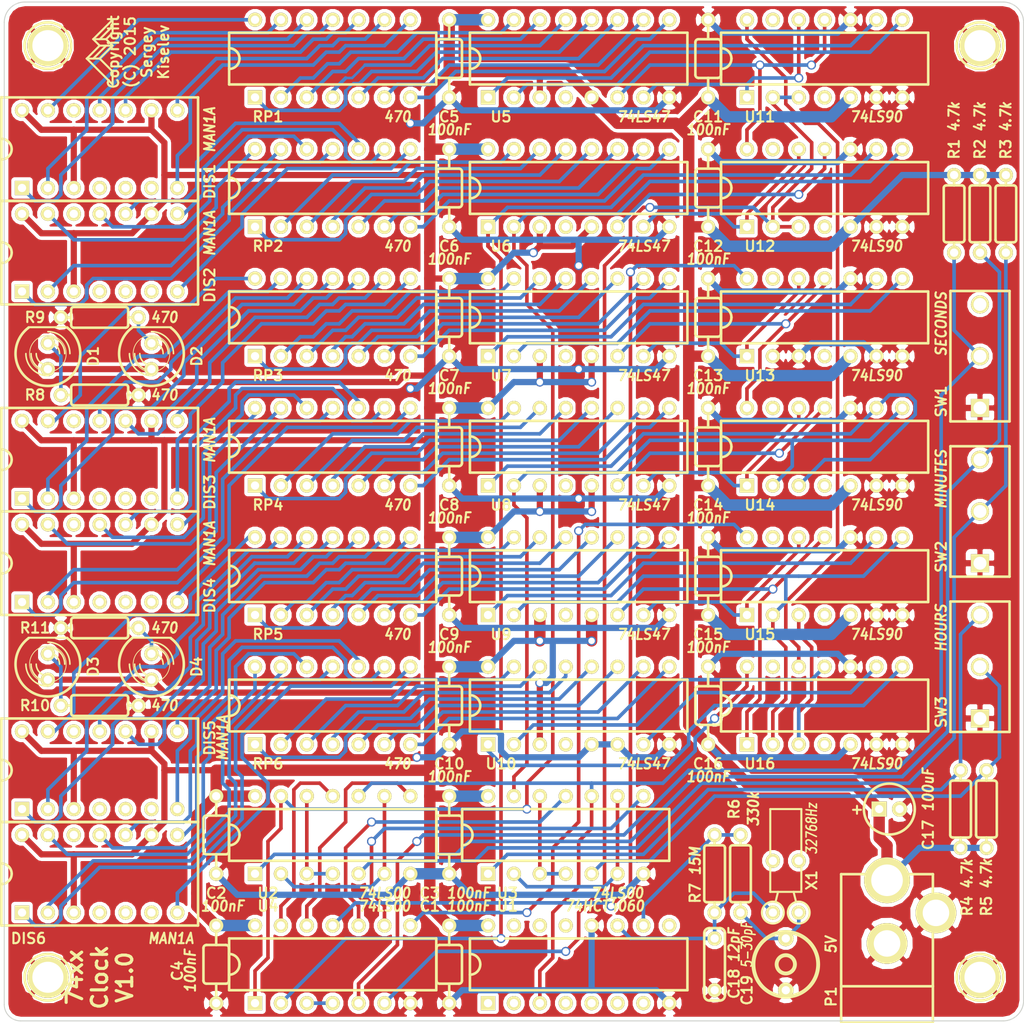
<source format=kicad_pcb>
(kicad_pcb (version 3) (host pcbnew "(2013-07-07 BZR 4022)-stable")
  (layers (15 F.Cu signal) (0 B.Cu signal) (18 B.Paste user) (19 F.Paste user) (20 B.SilkS user) (21 F.SilkS user) (22 B.Mask user) (23 F.Mask user) (28 Edge.Cuts user))
  (net 0 "")
  (net 1 /1Hz)
  (net 2 /2Hz)
  (net 3 /HOURS)
  (net 4 /HOURS_OUT)
  (net 5 /MINUTES)
  (net 6 /MINUTES_OUT)
  (net 7 /SECONDS_RESET)
  (net 8 GND)
  (net 9 N-000001)
  (net 10 N-0000010)
  (net 11 N-00000100)
  (net 12 N-00000101)
  (net 13 N-00000102)
  (net 14 N-00000103)
  (net 15 N-00000104)
  (net 16 N-00000105)
  (net 17 N-00000106)
  (net 18 N-00000107)
  (net 19 N-00000108)
  (net 20 N-00000109)
  (net 21 N-0000011)
  (net 22 N-00000110)
  (net 23 N-00000113)
  (net 24 N-00000114)
  (net 25 N-00000115)
  (net 26 N-00000116)
  (net 27 N-00000117)
  (net 28 N-00000118)
  (net 29 N-00000119)
  (net 30 N-0000012)
  (net 31 N-00000120)
  (net 32 N-00000121)
  (net 33 N-00000122)
  (net 34 N-00000123)
  (net 35 N-00000124)
  (net 36 N-00000125)
  (net 37 N-00000126)
  (net 38 N-00000127)
  (net 39 N-00000128)
  (net 40 N-00000129)
  (net 41 N-00000130)
  (net 42 N-00000131)
  (net 43 N-00000132)
  (net 44 N-00000133)
  (net 45 N-00000134)
  (net 46 N-00000135)
  (net 47 N-00000136)
  (net 48 N-00000137)
  (net 49 N-00000138)
  (net 50 N-00000139)
  (net 51 N-0000014)
  (net 52 N-00000140)
  (net 53 N-0000015)
  (net 54 N-0000016)
  (net 55 N-0000019)
  (net 56 N-000002)
  (net 57 N-0000020)
  (net 58 N-0000021)
  (net 59 N-0000022)
  (net 60 N-0000023)
  (net 61 N-0000024)
  (net 62 N-0000025)
  (net 63 N-0000026)
  (net 64 N-0000027)
  (net 65 N-0000028)
  (net 66 N-0000029)
  (net 67 N-000003)
  (net 68 N-0000030)
  (net 69 N-0000033)
  (net 70 N-0000034)
  (net 71 N-0000036)
  (net 72 N-0000037)
  (net 73 N-0000038)
  (net 74 N-0000039)
  (net 75 N-000004)
  (net 76 N-0000040)
  (net 77 N-0000041)
  (net 78 N-0000042)
  (net 79 N-0000043)
  (net 80 N-0000044)
  (net 81 N-0000045)
  (net 82 N-0000046)
  (net 83 N-0000047)
  (net 84 N-0000048)
  (net 85 N-0000049)
  (net 86 N-000005)
  (net 87 N-0000050)
  (net 88 N-0000051)
  (net 89 N-0000052)
  (net 90 N-0000053)
  (net 91 N-0000054)
  (net 92 N-0000055)
  (net 93 N-0000056)
  (net 94 N-0000057)
  (net 95 N-0000058)
  (net 96 N-0000059)
  (net 97 N-000006)
  (net 98 N-0000060)
  (net 99 N-0000061)
  (net 100 N-0000062)
  (net 101 N-0000063)
  (net 102 N-0000064)
  (net 103 N-0000065)
  (net 104 N-0000066)
  (net 105 N-0000067)
  (net 106 N-0000068)
  (net 107 N-0000069)
  (net 108 N-000007)
  (net 109 N-0000070)
  (net 110 N-0000071)
  (net 111 N-0000072)
  (net 112 N-0000073)
  (net 113 N-0000074)
  (net 114 N-0000075)
  (net 115 N-0000076)
  (net 116 N-0000077)
  (net 117 N-0000078)
  (net 118 N-0000079)
  (net 119 N-000008)
  (net 120 N-0000080)
  (net 121 N-0000081)
  (net 122 N-0000082)
  (net 123 N-0000083)
  (net 124 N-0000084)
  (net 125 N-0000085)
  (net 126 N-0000086)
  (net 127 N-0000087)
  (net 128 N-0000088)
  (net 129 N-000009)
  (net 130 N-0000094)
  (net 131 N-0000096)
  (net 132 N-0000097)
  (net 133 N-0000098)
  (net 134 N-0000099)
  (net 135 VCC)
  (module Res_762 (layer F.Cu) (at 86.36 113.03 180)
    (fp_text reference R11 (at 6.35 0 180) (layer F.SilkS) (effects (font (size 1.016 1.016) (thickness 0.2032))))
    (fp_text value 470 (at -6.35 0 180) (layer F.SilkS) (effects (font (size 1.016 0.9144) (thickness 0.2032) italic)))
    (pad 1 thru_hole circle (at -3.81 0 180) (size 1.397 1.397) (drill 0.8128) (layers *.Cu *.Mask F.SilkS) (net 27 N-00000117))
    (pad 2 thru_hole circle (at 3.81 0 180) (size 1.397 1.397) (drill 0.8128) (layers *.Cu *.Mask F.SilkS) (net 8 GND))
  )
  (module Res_762 (layer F.Cu) (at 86.36 120.65)
    (fp_text reference R10 (at -6.35 0) (layer F.SilkS) (effects (font (size 1.016 1.016) (thickness 0.2032))))
    (fp_text value 470 (at 6.35 0) (layer F.SilkS) (effects (font (size 1.016 0.9144) (thickness 0.2032) italic)))
    (pad 1 thru_hole circle (at -3.81 0) (size 1.397 1.397) (drill 0.8128) (layers *.Cu *.Mask F.SilkS) (net 28 N-00000118))
    (pad 2 thru_hole circle (at 3.81 0) (size 1.397 1.397) (drill 0.8128) (layers *.Cu *.Mask F.SilkS) (net 8 GND))
  )
  (module Res_762 (layer F.Cu) (at 86.36 82.55 180)
    (fp_text reference R9 (at 6.35 0 180) (layer F.SilkS) (effects (font (size 1.016 1.016) (thickness 0.2032))))
    (fp_text value 470 (at -6.35 0 180) (layer F.SilkS) (effects (font (size 1.016 0.9144) (thickness 0.2032) italic)))
    (pad 1 thru_hole circle (at -3.81 0 180) (size 1.397 1.397) (drill 0.8128) (layers *.Cu *.Mask F.SilkS) (net 29 N-00000119))
    (pad 2 thru_hole circle (at 3.81 0 180) (size 1.397 1.397) (drill 0.8128) (layers *.Cu *.Mask F.SilkS) (net 8 GND))
  )
  (module Res_762 (layer F.Cu) (at 86.36 90.17)
    (fp_text reference R8 (at -6.35 0) (layer F.SilkS) (effects (font (size 1.016 1.016) (thickness 0.2032))))
    (fp_text value 470 (at 6.35 0) (layer F.SilkS) (effects (font (size 1.016 0.9144) (thickness 0.2032) italic)))
    (pad 1 thru_hole circle (at -3.81 0) (size 1.397 1.397) (drill 0.8128) (layers *.Cu *.Mask F.SilkS) (net 31 N-00000120))
    (pad 2 thru_hole circle (at 3.81 0) (size 1.397 1.397) (drill 0.8128) (layers *.Cu *.Mask F.SilkS) (net 8 GND))
  )
  (module Res_762 (layer F.Cu) (at 172.72 72.39 90)
    (fp_text reference R2 (at 6.35 0 90) (layer F.SilkS) (effects (font (size 1.016 1.016) (thickness 0.2032))))
    (fp_text value 4.7k (at 9.525 0 90) (layer F.SilkS) (effects (font (size 1.016 0.9144) (thickness 0.2032) italic)))
    (pad 1 thru_hole circle (at -3.81 0 90) (size 1.397 1.397) (drill 0.8128) (layers *.Cu *.Mask F.SilkS) (net 76 N-0000040))
    (pad 2 thru_hole circle (at 3.81 0 90) (size 1.397 1.397) (drill 0.8128) (layers *.Cu *.Mask F.SilkS) (net 135 VCC))
  )
  (module Res_762 (layer F.Cu) (at 175.26 72.39 90)
    (fp_text reference R3 (at 6.35 0 90) (layer F.SilkS) (effects (font (size 1.016 1.016) (thickness 0.2032))))
    (fp_text value 4.7k (at 9.525 0 90) (layer F.SilkS) (effects (font (size 1.016 0.9144) (thickness 0.2032) italic)))
    (pad 1 thru_hole circle (at -3.81 0 90) (size 1.397 1.397) (drill 0.8128) (layers *.Cu *.Mask F.SilkS) (net 25 N-00000115))
    (pad 2 thru_hole circle (at 3.81 0 90) (size 1.397 1.397) (drill 0.8128) (layers *.Cu *.Mask F.SilkS) (net 135 VCC))
  )
  (module Res_762 (layer F.Cu) (at 149.225 137.16 270)
    (fp_text reference R6 (at -6.35 0.635 270) (layer F.SilkS) (effects (font (size 1.016 1.016) (thickness 0.2032))))
    (fp_text value 330k (at -6.35 -1.27 270) (layer F.SilkS) (effects (font (size 1.016 0.9144) (thickness 0.2032) italic)))
    (pad 1 thru_hole circle (at -3.81 0 270) (size 1.397 1.397) (drill 0.8128) (layers *.Cu *.Mask F.SilkS) (net 75 N-000004))
    (pad 2 thru_hole circle (at 3.81 0 270) (size 1.397 1.397) (drill 0.8128) (layers *.Cu *.Mask F.SilkS) (net 53 N-0000015))
  )
  (module Res_762 (layer F.Cu) (at 146.685 137.16 90)
    (fp_text reference R7 (at -1.905 -1.905 90) (layer F.SilkS) (effects (font (size 1.016 1.016) (thickness 0.2032))))
    (fp_text value 15M (at 1.27 -1.905 90) (layer F.SilkS) (effects (font (size 1.016 0.9144) (thickness 0.2032) italic)))
    (pad 1 thru_hole circle (at -3.81 0 90) (size 1.397 1.397) (drill 0.8128) (layers *.Cu *.Mask F.SilkS) (net 51 N-0000014))
    (pad 2 thru_hole circle (at 3.81 0 90) (size 1.397 1.397) (drill 0.8128) (layers *.Cu *.Mask F.SilkS) (net 75 N-000004))
  )
  (module Res_762 (layer F.Cu) (at 170.18 72.39 90)
    (fp_text reference R1 (at 6.35 0 90) (layer F.SilkS) (effects (font (size 1.016 1.016) (thickness 0.2032))))
    (fp_text value 4.7k (at 9.525 0 90) (layer F.SilkS) (effects (font (size 1.016 0.9144) (thickness 0.2032) italic)))
    (pad 1 thru_hole circle (at -3.81 0 90) (size 1.397 1.397) (drill 0.8128) (layers *.Cu *.Mask F.SilkS) (net 55 N-0000019))
    (pad 2 thru_hole circle (at 3.81 0 90) (size 1.397 1.397) (drill 0.8128) (layers *.Cu *.Mask F.SilkS) (net 135 VCC))
  )
  (module Res_762 (layer F.Cu) (at 173.355 130.81 270)
    (fp_text reference R5 (at 9.525 0 270) (layer F.SilkS) (effects (font (size 1.016 1.016) (thickness 0.2032))))
    (fp_text value 4.7k (at 6.35 0 270) (layer F.SilkS) (effects (font (size 1.016 0.9144) (thickness 0.2032) italic)))
    (pad 1 thru_hole circle (at -3.81 0 270) (size 1.397 1.397) (drill 0.8128) (layers *.Cu *.Mask F.SilkS) (net 26 N-00000116))
    (pad 2 thru_hole circle (at 3.81 0 270) (size 1.397 1.397) (drill 0.8128) (layers *.Cu *.Mask F.SilkS) (net 135 VCC))
  )
  (module Res_762 (layer F.Cu) (at 170.815 130.81 270)
    (fp_text reference R4 (at 9.525 -0.635 270) (layer F.SilkS) (effects (font (size 1.016 1.016) (thickness 0.2032))))
    (fp_text value 4.7k (at 6.35 -0.635 270) (layer F.SilkS) (effects (font (size 1.016 0.9144) (thickness 0.2032) italic)))
    (pad 1 thru_hole circle (at -3.81 0 270) (size 1.397 1.397) (drill 0.8128) (layers *.Cu *.Mask F.SilkS) (net 56 N-000002))
    (pad 2 thru_hole circle (at 3.81 0 270) (size 1.397 1.397) (drill 0.8128) (layers *.Cu *.Mask F.SilkS) (net 135 VCC))
  )
  (module LED_5mm (layer F.Cu) (at 81.28 86.36 90)
    (fp_text reference D1 (at 0 4.445 90) (layer F.SilkS) (effects (font (size 1.016 1.016) (thickness 0.2032))))
    (fp_text value LED hide)
    (pad 1 thru_hole circle (at -1.27 0 90) (size 1.397 1.397) (drill 0.8128) (layers *.Cu *.Mask F.SilkS) (net 135 VCC))
    (pad 2 thru_hole circle (at 1.27 0 90) (size 1.397 1.397) (drill 0.8128) (layers *.Cu *.Mask F.SilkS) (net 31 N-00000120))
  )
  (module LED_5mm (layer F.Cu) (at 91.44 86.36 90)
    (fp_text reference D2 (at 0 4.445 90) (layer F.SilkS) (effects (font (size 1.016 1.016) (thickness 0.2032))))
    (fp_text value LED hide)
    (pad 1 thru_hole circle (at -1.27 0 90) (size 1.397 1.397) (drill 0.8128) (layers *.Cu *.Mask F.SilkS) (net 135 VCC))
    (pad 2 thru_hole circle (at 1.27 0 90) (size 1.397 1.397) (drill 0.8128) (layers *.Cu *.Mask F.SilkS) (net 29 N-00000119))
  )
  (module LED_5mm (layer F.Cu) (at 81.28 116.84 90)
    (fp_text reference D3 (at 0 4.445 90) (layer F.SilkS) (effects (font (size 1.016 1.016) (thickness 0.2032))))
    (fp_text value LED hide)
    (pad 1 thru_hole circle (at -1.27 0 90) (size 1.397 1.397) (drill 0.8128) (layers *.Cu *.Mask F.SilkS) (net 135 VCC))
    (pad 2 thru_hole circle (at 1.27 0 90) (size 1.397 1.397) (drill 0.8128) (layers *.Cu *.Mask F.SilkS) (net 28 N-00000118))
  )
  (module LED_5mm (layer F.Cu) (at 91.44 116.84 90)
    (fp_text reference D4 (at 0 4.445 90) (layer F.SilkS) (effects (font (size 1.016 1.016) (thickness 0.2032))))
    (fp_text value LED hide)
    (pad 1 thru_hole circle (at -1.27 0 90) (size 1.397 1.397) (drill 0.8128) (layers *.Cu *.Mask F.SilkS) (net 135 VCC))
    (pad 2 thru_hole circle (at 1.27 0 90) (size 1.397 1.397) (drill 0.8128) (layers *.Cu *.Mask F.SilkS) (net 27 N-00000117))
  )
  (module IC_DIP16_300 (layer F.Cu) (at 133.35 57.15)
    (fp_text reference U5 (at -7.62 5.715) (layer F.SilkS) (effects (font (size 1.016 1.016) (thickness 0.2032))))
    (fp_text value 74LS47 (at 6.35 5.715) (layer F.SilkS) (effects (font (size 1.016 0.9144) (thickness 0.2032) italic)))
    (pad 1 thru_hole rect (at -8.89 3.81) (size 1.397 1.397) (drill 0.8128) (layers *.Cu *.Mask F.SilkS) (net 61 N-0000024))
    (pad 2 thru_hole circle (at -6.35 3.81) (size 1.397 1.397) (drill 0.8128) (layers *.Cu *.Mask F.SilkS) (net 60 N-0000023))
    (pad 3 thru_hole circle (at -3.81 3.81) (size 1.397 1.397) (drill 0.8128) (layers *.Cu *.Mask F.SilkS) (net 135 VCC))
    (pad 4 thru_hole circle (at -1.27 3.81) (size 1.397 1.397) (drill 0.8128) (layers *.Cu *.Mask F.SilkS))
    (pad 5 thru_hole circle (at 1.27 3.81) (size 1.397 1.397) (drill 0.8128) (layers *.Cu *.Mask F.SilkS) (net 135 VCC))
    (pad 6 thru_hole circle (at 3.81 3.81) (size 1.397 1.397) (drill 0.8128) (layers *.Cu *.Mask F.SilkS) (net 70 N-0000034))
    (pad 7 thru_hole circle (at 6.35 3.81) (size 1.397 1.397) (drill 0.8128) (layers *.Cu *.Mask F.SilkS) (net 73 N-0000038))
    (pad 8 thru_hole circle (at 8.89 3.81) (size 1.397 1.397) (drill 0.8128) (layers *.Cu *.Mask F.SilkS) (net 8 GND))
    (pad 9 thru_hole circle (at 8.89 -3.81) (size 1.397 1.397) (drill 0.8128) (layers *.Cu *.Mask F.SilkS) (net 41 N-00000130))
    (pad 10 thru_hole circle (at 6.35 -3.81) (size 1.397 1.397) (drill 0.8128) (layers *.Cu *.Mask F.SilkS) (net 42 N-00000131))
    (pad 11 thru_hole circle (at 3.81 -3.81) (size 1.397 1.397) (drill 0.8128) (layers *.Cu *.Mask F.SilkS) (net 43 N-00000132))
    (pad 12 thru_hole circle (at 1.27 -3.81) (size 1.397 1.397) (drill 0.8128) (layers *.Cu *.Mask F.SilkS) (net 36 N-00000125))
    (pad 13 thru_hole circle (at -1.27 -3.81) (size 1.397 1.397) (drill 0.8128) (layers *.Cu *.Mask F.SilkS) (net 52 N-00000140))
    (pad 14 thru_hole circle (at -3.81 -3.81) (size 1.397 1.397) (drill 0.8128) (layers *.Cu *.Mask F.SilkS) (net 33 N-00000122))
    (pad 15 thru_hole circle (at -6.35 -3.81) (size 1.397 1.397) (drill 0.8128) (layers *.Cu *.Mask F.SilkS) (net 35 N-00000124))
    (pad 16 thru_hole circle (at -8.89 -3.81) (size 1.397 1.397) (drill 0.8128) (layers *.Cu *.Mask F.SilkS) (net 135 VCC))
  )
  (module IC_DIP16_300 (layer F.Cu) (at 133.35 146.05)
    (fp_text reference U1 (at -6.985 -5.715) (layer F.SilkS) (effects (font (size 1.016 1.016) (thickness 0.2032))))
    (fp_text value 74HCT4060 (at 2.54 -5.715) (layer F.SilkS) (effects (font (size 1.016 0.9144) (thickness 0.2032) italic)))
    (pad 1 thru_hole rect (at -8.89 3.81) (size 1.397 1.397) (drill 0.8128) (layers *.Cu *.Mask F.SilkS))
    (pad 2 thru_hole circle (at -6.35 3.81) (size 1.397 1.397) (drill 0.8128) (layers *.Cu *.Mask F.SilkS))
    (pad 3 thru_hole circle (at -3.81 3.81) (size 1.397 1.397) (drill 0.8128) (layers *.Cu *.Mask F.SilkS) (net 2 /2Hz))
    (pad 4 thru_hole circle (at -1.27 3.81) (size 1.397 1.397) (drill 0.8128) (layers *.Cu *.Mask F.SilkS))
    (pad 5 thru_hole circle (at 1.27 3.81) (size 1.397 1.397) (drill 0.8128) (layers *.Cu *.Mask F.SilkS))
    (pad 6 thru_hole circle (at 3.81 3.81) (size 1.397 1.397) (drill 0.8128) (layers *.Cu *.Mask F.SilkS))
    (pad 7 thru_hole circle (at 6.35 3.81) (size 1.397 1.397) (drill 0.8128) (layers *.Cu *.Mask F.SilkS))
    (pad 8 thru_hole circle (at 8.89 3.81) (size 1.397 1.397) (drill 0.8128) (layers *.Cu *.Mask F.SilkS) (net 8 GND))
    (pad 9 thru_hole circle (at 8.89 -3.81) (size 1.397 1.397) (drill 0.8128) (layers *.Cu *.Mask F.SilkS))
    (pad 10 thru_hole circle (at 6.35 -3.81) (size 1.397 1.397) (drill 0.8128) (layers *.Cu *.Mask F.SilkS) (net 75 N-000004))
    (pad 11 thru_hole circle (at 3.81 -3.81) (size 1.397 1.397) (drill 0.8128) (layers *.Cu *.Mask F.SilkS) (net 51 N-0000014))
    (pad 12 thru_hole circle (at 1.27 -3.81) (size 1.397 1.397) (drill 0.8128) (layers *.Cu *.Mask F.SilkS) (net 8 GND))
    (pad 13 thru_hole circle (at -1.27 -3.81) (size 1.397 1.397) (drill 0.8128) (layers *.Cu *.Mask F.SilkS))
    (pad 14 thru_hole circle (at -3.81 -3.81) (size 1.397 1.397) (drill 0.8128) (layers *.Cu *.Mask F.SilkS))
    (pad 15 thru_hole circle (at -6.35 -3.81) (size 1.397 1.397) (drill 0.8128) (layers *.Cu *.Mask F.SilkS))
    (pad 16 thru_hole circle (at -8.89 -3.81) (size 1.397 1.397) (drill 0.8128) (layers *.Cu *.Mask F.SilkS) (net 135 VCC))
  )
  (module IC_DIP16_300 (layer F.Cu) (at 133.35 120.65)
    (fp_text reference U10 (at -7.62 5.715) (layer F.SilkS) (effects (font (size 1.016 1.016) (thickness 0.2032))))
    (fp_text value 74LS47 (at 6.35 5.715) (layer F.SilkS) (effects (font (size 1.016 0.9144) (thickness 0.2032) italic)))
    (pad 1 thru_hole rect (at -8.89 3.81) (size 1.397 1.397) (drill 0.8128) (layers *.Cu *.Mask F.SilkS) (net 119 N-000008))
    (pad 2 thru_hole circle (at -6.35 3.81) (size 1.397 1.397) (drill 0.8128) (layers *.Cu *.Mask F.SilkS) (net 57 N-0000020))
    (pad 3 thru_hole circle (at -3.81 3.81) (size 1.397 1.397) (drill 0.8128) (layers *.Cu *.Mask F.SilkS) (net 135 VCC))
    (pad 4 thru_hole circle (at -1.27 3.81) (size 1.397 1.397) (drill 0.8128) (layers *.Cu *.Mask F.SilkS))
    (pad 5 thru_hole circle (at 1.27 3.81) (size 1.397 1.397) (drill 0.8128) (layers *.Cu *.Mask F.SilkS) (net 8 GND))
    (pad 6 thru_hole circle (at 3.81 3.81) (size 1.397 1.397) (drill 0.8128) (layers *.Cu *.Mask F.SilkS) (net 8 GND))
    (pad 7 thru_hole circle (at 6.35 3.81) (size 1.397 1.397) (drill 0.8128) (layers *.Cu *.Mask F.SilkS) (net 63 N-0000026))
    (pad 8 thru_hole circle (at 8.89 3.81) (size 1.397 1.397) (drill 0.8128) (layers *.Cu *.Mask F.SilkS) (net 8 GND))
    (pad 9 thru_hole circle (at 8.89 -3.81) (size 1.397 1.397) (drill 0.8128) (layers *.Cu *.Mask F.SilkS) (net 95 N-0000058))
    (pad 10 thru_hole circle (at 6.35 -3.81) (size 1.397 1.397) (drill 0.8128) (layers *.Cu *.Mask F.SilkS) (net 96 N-0000059))
    (pad 11 thru_hole circle (at 3.81 -3.81) (size 1.397 1.397) (drill 0.8128) (layers *.Cu *.Mask F.SilkS) (net 90 N-0000053))
    (pad 12 thru_hole circle (at 1.27 -3.81) (size 1.397 1.397) (drill 0.8128) (layers *.Cu *.Mask F.SilkS) (net 94 N-0000057))
    (pad 13 thru_hole circle (at -1.27 -3.81) (size 1.397 1.397) (drill 0.8128) (layers *.Cu *.Mask F.SilkS) (net 91 N-0000054))
    (pad 14 thru_hole circle (at -3.81 -3.81) (size 1.397 1.397) (drill 0.8128) (layers *.Cu *.Mask F.SilkS) (net 92 N-0000055))
    (pad 15 thru_hole circle (at -6.35 -3.81) (size 1.397 1.397) (drill 0.8128) (layers *.Cu *.Mask F.SilkS) (net 93 N-0000056))
    (pad 16 thru_hole circle (at -8.89 -3.81) (size 1.397 1.397) (drill 0.8128) (layers *.Cu *.Mask F.SilkS) (net 135 VCC))
  )
  (module IC_DIP16_300 (layer F.Cu) (at 133.35 107.95)
    (fp_text reference U9 (at -7.62 5.715) (layer F.SilkS) (effects (font (size 1.016 1.016) (thickness 0.2032))))
    (fp_text value 74LS47 (at 6.35 5.715) (layer F.SilkS) (effects (font (size 1.016 0.9144) (thickness 0.2032) italic)))
    (pad 1 thru_hole rect (at -8.89 3.81) (size 1.397 1.397) (drill 0.8128) (layers *.Cu *.Mask F.SilkS) (net 66 N-0000029))
    (pad 2 thru_hole circle (at -6.35 3.81) (size 1.397 1.397) (drill 0.8128) (layers *.Cu *.Mask F.SilkS) (net 129 N-000009))
    (pad 3 thru_hole circle (at -3.81 3.81) (size 1.397 1.397) (drill 0.8128) (layers *.Cu *.Mask F.SilkS) (net 135 VCC))
    (pad 4 thru_hole circle (at -1.27 3.81) (size 1.397 1.397) (drill 0.8128) (layers *.Cu *.Mask F.SilkS))
    (pad 5 thru_hole circle (at 1.27 3.81) (size 1.397 1.397) (drill 0.8128) (layers *.Cu *.Mask F.SilkS) (net 135 VCC))
    (pad 6 thru_hole circle (at 3.81 3.81) (size 1.397 1.397) (drill 0.8128) (layers *.Cu *.Mask F.SilkS) (net 108 N-000007))
    (pad 7 thru_hole circle (at 6.35 3.81) (size 1.397 1.397) (drill 0.8128) (layers *.Cu *.Mask F.SilkS) (net 65 N-0000028))
    (pad 8 thru_hole circle (at 8.89 3.81) (size 1.397 1.397) (drill 0.8128) (layers *.Cu *.Mask F.SilkS) (net 8 GND))
    (pad 9 thru_hole circle (at 8.89 -3.81) (size 1.397 1.397) (drill 0.8128) (layers *.Cu *.Mask F.SilkS) (net 79 N-0000043))
    (pad 10 thru_hole circle (at 6.35 -3.81) (size 1.397 1.397) (drill 0.8128) (layers *.Cu *.Mask F.SilkS) (net 81 N-0000045))
    (pad 11 thru_hole circle (at 3.81 -3.81) (size 1.397 1.397) (drill 0.8128) (layers *.Cu *.Mask F.SilkS) (net 82 N-0000046))
    (pad 12 thru_hole circle (at 1.27 -3.81) (size 1.397 1.397) (drill 0.8128) (layers *.Cu *.Mask F.SilkS) (net 78 N-0000042))
    (pad 13 thru_hole circle (at -1.27 -3.81) (size 1.397 1.397) (drill 0.8128) (layers *.Cu *.Mask F.SilkS) (net 83 N-0000047))
    (pad 14 thru_hole circle (at -3.81 -3.81) (size 1.397 1.397) (drill 0.8128) (layers *.Cu *.Mask F.SilkS) (net 77 N-0000041))
    (pad 15 thru_hole circle (at -6.35 -3.81) (size 1.397 1.397) (drill 0.8128) (layers *.Cu *.Mask F.SilkS) (net 80 N-0000044))
    (pad 16 thru_hole circle (at -8.89 -3.81) (size 1.397 1.397) (drill 0.8128) (layers *.Cu *.Mask F.SilkS) (net 135 VCC))
  )
  (module IC_DIP16_300 (layer F.Cu) (at 133.35 95.25)
    (fp_text reference U8 (at -7.62 5.715) (layer F.SilkS) (effects (font (size 1.016 1.016) (thickness 0.2032))))
    (fp_text value 74LS47 (at 6.35 5.715) (layer F.SilkS) (effects (font (size 1.016 0.9144) (thickness 0.2032) italic)))
    (pad 1 thru_hole rect (at -8.89 3.81) (size 1.397 1.397) (drill 0.8128) (layers *.Cu *.Mask F.SilkS) (net 24 N-00000114))
    (pad 2 thru_hole circle (at -6.35 3.81) (size 1.397 1.397) (drill 0.8128) (layers *.Cu *.Mask F.SilkS) (net 3 /HOURS))
    (pad 3 thru_hole circle (at -3.81 3.81) (size 1.397 1.397) (drill 0.8128) (layers *.Cu *.Mask F.SilkS) (net 135 VCC))
    (pad 4 thru_hole circle (at -1.27 3.81) (size 1.397 1.397) (drill 0.8128) (layers *.Cu *.Mask F.SilkS))
    (pad 5 thru_hole circle (at 1.27 3.81) (size 1.397 1.397) (drill 0.8128) (layers *.Cu *.Mask F.SilkS) (net 135 VCC))
    (pad 6 thru_hole circle (at 3.81 3.81) (size 1.397 1.397) (drill 0.8128) (layers *.Cu *.Mask F.SilkS) (net 68 N-0000030))
    (pad 7 thru_hole circle (at 6.35 3.81) (size 1.397 1.397) (drill 0.8128) (layers *.Cu *.Mask F.SilkS) (net 64 N-0000027))
    (pad 8 thru_hole circle (at 8.89 3.81) (size 1.397 1.397) (drill 0.8128) (layers *.Cu *.Mask F.SilkS) (net 8 GND))
    (pad 9 thru_hole circle (at 8.89 -3.81) (size 1.397 1.397) (drill 0.8128) (layers *.Cu *.Mask F.SilkS) (net 89 N-0000052))
    (pad 10 thru_hole circle (at 6.35 -3.81) (size 1.397 1.397) (drill 0.8128) (layers *.Cu *.Mask F.SilkS) (net 98 N-0000060))
    (pad 11 thru_hole circle (at 3.81 -3.81) (size 1.397 1.397) (drill 0.8128) (layers *.Cu *.Mask F.SilkS) (net 110 N-0000071))
    (pad 12 thru_hole circle (at 1.27 -3.81) (size 1.397 1.397) (drill 0.8128) (layers *.Cu *.Mask F.SilkS) (net 88 N-0000051))
    (pad 13 thru_hole circle (at -1.27 -3.81) (size 1.397 1.397) (drill 0.8128) (layers *.Cu *.Mask F.SilkS) (net 84 N-0000048))
    (pad 14 thru_hole circle (at -3.81 -3.81) (size 1.397 1.397) (drill 0.8128) (layers *.Cu *.Mask F.SilkS) (net 85 N-0000049))
    (pad 15 thru_hole circle (at -6.35 -3.81) (size 1.397 1.397) (drill 0.8128) (layers *.Cu *.Mask F.SilkS) (net 87 N-0000050))
    (pad 16 thru_hole circle (at -8.89 -3.81) (size 1.397 1.397) (drill 0.8128) (layers *.Cu *.Mask F.SilkS) (net 135 VCC))
  )
  (module IC_DIP16_300 (layer F.Cu) (at 133.35 82.55)
    (fp_text reference U7 (at -7.62 5.715) (layer F.SilkS) (effects (font (size 1.016 1.016) (thickness 0.2032))))
    (fp_text value 74LS47 (at 6.35 5.715) (layer F.SilkS) (effects (font (size 1.016 0.9144) (thickness 0.2032) italic)))
    (pad 1 thru_hole rect (at -8.89 3.81) (size 1.397 1.397) (drill 0.8128) (layers *.Cu *.Mask F.SilkS) (net 58 N-0000021))
    (pad 2 thru_hole circle (at -6.35 3.81) (size 1.397 1.397) (drill 0.8128) (layers *.Cu *.Mask F.SilkS) (net 62 N-0000025))
    (pad 3 thru_hole circle (at -3.81 3.81) (size 1.397 1.397) (drill 0.8128) (layers *.Cu *.Mask F.SilkS) (net 135 VCC))
    (pad 4 thru_hole circle (at -1.27 3.81) (size 1.397 1.397) (drill 0.8128) (layers *.Cu *.Mask F.SilkS))
    (pad 5 thru_hole circle (at 1.27 3.81) (size 1.397 1.397) (drill 0.8128) (layers *.Cu *.Mask F.SilkS) (net 135 VCC))
    (pad 6 thru_hole circle (at 3.81 3.81) (size 1.397 1.397) (drill 0.8128) (layers *.Cu *.Mask F.SilkS) (net 69 N-0000033))
    (pad 7 thru_hole circle (at 6.35 3.81) (size 1.397 1.397) (drill 0.8128) (layers *.Cu *.Mask F.SilkS) (net 74 N-0000039))
    (pad 8 thru_hole circle (at 8.89 3.81) (size 1.397 1.397) (drill 0.8128) (layers *.Cu *.Mask F.SilkS) (net 8 GND))
    (pad 9 thru_hole circle (at 8.89 -3.81) (size 1.397 1.397) (drill 0.8128) (layers *.Cu *.Mask F.SilkS) (net 114 N-0000075))
    (pad 10 thru_hole circle (at 6.35 -3.81) (size 1.397 1.397) (drill 0.8128) (layers *.Cu *.Mask F.SilkS) (net 115 N-0000076))
    (pad 11 thru_hole circle (at 3.81 -3.81) (size 1.397 1.397) (drill 0.8128) (layers *.Cu *.Mask F.SilkS) (net 116 N-0000077))
    (pad 12 thru_hole circle (at 1.27 -3.81) (size 1.397 1.397) (drill 0.8128) (layers *.Cu *.Mask F.SilkS) (net 113 N-0000074))
    (pad 13 thru_hole circle (at -1.27 -3.81) (size 1.397 1.397) (drill 0.8128) (layers *.Cu *.Mask F.SilkS) (net 100 N-0000062))
    (pad 14 thru_hole circle (at -3.81 -3.81) (size 1.397 1.397) (drill 0.8128) (layers *.Cu *.Mask F.SilkS) (net 111 N-0000072))
    (pad 15 thru_hole circle (at -6.35 -3.81) (size 1.397 1.397) (drill 0.8128) (layers *.Cu *.Mask F.SilkS) (net 109 N-0000070))
    (pad 16 thru_hole circle (at -8.89 -3.81) (size 1.397 1.397) (drill 0.8128) (layers *.Cu *.Mask F.SilkS) (net 135 VCC))
  )
  (module IC_DIP16_300 (layer F.Cu) (at 133.35 69.85)
    (fp_text reference U6 (at -7.62 5.715) (layer F.SilkS) (effects (font (size 1.016 1.016) (thickness 0.2032))))
    (fp_text value 74LS47 (at 6.35 5.715) (layer F.SilkS) (effects (font (size 1.016 0.9144) (thickness 0.2032) italic)))
    (pad 1 thru_hole rect (at -8.89 3.81) (size 1.397 1.397) (drill 0.8128) (layers *.Cu *.Mask F.SilkS) (net 23 N-00000113))
    (pad 2 thru_hole circle (at -6.35 3.81) (size 1.397 1.397) (drill 0.8128) (layers *.Cu *.Mask F.SilkS) (net 5 /MINUTES))
    (pad 3 thru_hole circle (at -3.81 3.81) (size 1.397 1.397) (drill 0.8128) (layers *.Cu *.Mask F.SilkS) (net 135 VCC))
    (pad 4 thru_hole circle (at -1.27 3.81) (size 1.397 1.397) (drill 0.8128) (layers *.Cu *.Mask F.SilkS))
    (pad 5 thru_hole circle (at 1.27 3.81) (size 1.397 1.397) (drill 0.8128) (layers *.Cu *.Mask F.SilkS) (net 135 VCC))
    (pad 6 thru_hole circle (at 3.81 3.81) (size 1.397 1.397) (drill 0.8128) (layers *.Cu *.Mask F.SilkS) (net 59 N-0000022))
    (pad 7 thru_hole circle (at 6.35 3.81) (size 1.397 1.397) (drill 0.8128) (layers *.Cu *.Mask F.SilkS) (net 71 N-0000036))
    (pad 8 thru_hole circle (at 8.89 3.81) (size 1.397 1.397) (drill 0.8128) (layers *.Cu *.Mask F.SilkS) (net 8 GND))
    (pad 9 thru_hole circle (at 8.89 -3.81) (size 1.397 1.397) (drill 0.8128) (layers *.Cu *.Mask F.SilkS) (net 47 N-00000136))
    (pad 10 thru_hole circle (at 6.35 -3.81) (size 1.397 1.397) (drill 0.8128) (layers *.Cu *.Mask F.SilkS) (net 48 N-00000137))
    (pad 11 thru_hole circle (at 3.81 -3.81) (size 1.397 1.397) (drill 0.8128) (layers *.Cu *.Mask F.SilkS) (net 49 N-00000138))
    (pad 12 thru_hole circle (at 1.27 -3.81) (size 1.397 1.397) (drill 0.8128) (layers *.Cu *.Mask F.SilkS) (net 46 N-00000135))
    (pad 13 thru_hole circle (at -1.27 -3.81) (size 1.397 1.397) (drill 0.8128) (layers *.Cu *.Mask F.SilkS) (net 107 N-0000069))
    (pad 14 thru_hole circle (at -3.81 -3.81) (size 1.397 1.397) (drill 0.8128) (layers *.Cu *.Mask F.SilkS) (net 44 N-00000133))
    (pad 15 thru_hole circle (at -6.35 -3.81) (size 1.397 1.397) (drill 0.8128) (layers *.Cu *.Mask F.SilkS) (net 45 N-00000134))
    (pad 16 thru_hole circle (at -8.89 -3.81) (size 1.397 1.397) (drill 0.8128) (layers *.Cu *.Mask F.SilkS) (net 135 VCC))
  )
  (module IC_DIP14_300 (layer F.Cu) (at 109.22 69.85)
    (fp_text reference RP2 (at -6.35 5.715) (layer F.SilkS) (effects (font (size 1.016 1.016) (thickness 0.2032))))
    (fp_text value 470 (at 6.35 5.715) (layer F.SilkS) (effects (font (size 1.016 0.9144) (thickness 0.2032) italic)))
    (pad 1 thru_hole rect (at -7.62 3.81) (size 1.397 1.397) (drill 0.8128) (layers *.Cu *.Mask F.SilkS) (net 46 N-00000135))
    (pad 2 thru_hole circle (at -5.08 3.81) (size 1.397 1.397) (drill 0.8128) (layers *.Cu *.Mask F.SilkS) (net 45 N-00000134))
    (pad 3 thru_hole circle (at -2.54 3.81) (size 1.397 1.397) (drill 0.8128) (layers *.Cu *.Mask F.SilkS) (net 44 N-00000133))
    (pad 4 thru_hole circle (at 0 3.81) (size 1.397 1.397) (drill 0.8128) (layers *.Cu *.Mask F.SilkS) (net 107 N-0000069))
    (pad 5 thru_hole circle (at 2.54 3.81) (size 1.397 1.397) (drill 0.8128) (layers *.Cu *.Mask F.SilkS) (net 49 N-00000138))
    (pad 6 thru_hole circle (at 5.08 3.81) (size 1.397 1.397) (drill 0.8128) (layers *.Cu *.Mask F.SilkS) (net 48 N-00000137))
    (pad 7 thru_hole circle (at 7.62 3.81) (size 1.397 1.397) (drill 0.8128) (layers *.Cu *.Mask F.SilkS) (net 47 N-00000136))
    (pad 8 thru_hole circle (at 7.62 -3.81) (size 1.397 1.397) (drill 0.8128) (layers *.Cu *.Mask F.SilkS) (net 105 N-0000067))
    (pad 9 thru_hole circle (at 5.08 -3.81) (size 1.397 1.397) (drill 0.8128) (layers *.Cu *.Mask F.SilkS) (net 99 N-0000061))
    (pad 10 thru_hole circle (at 2.54 -3.81) (size 1.397 1.397) (drill 0.8128) (layers *.Cu *.Mask F.SilkS) (net 106 N-0000068))
    (pad 11 thru_hole circle (at 0 -3.81) (size 1.397 1.397) (drill 0.8128) (layers *.Cu *.Mask F.SilkS) (net 101 N-0000063))
    (pad 12 thru_hole circle (at -2.54 -3.81) (size 1.397 1.397) (drill 0.8128) (layers *.Cu *.Mask F.SilkS) (net 102 N-0000064))
    (pad 13 thru_hole circle (at -5.08 -3.81) (size 1.397 1.397) (drill 0.8128) (layers *.Cu *.Mask F.SilkS) (net 103 N-0000065))
    (pad 14 thru_hole circle (at -7.62 -3.81) (size 1.397 1.397) (drill 0.8128) (layers *.Cu *.Mask F.SilkS) (net 104 N-0000066))
  )
  (module IC_DIP14_300 (layer F.Cu) (at 109.22 57.15)
    (fp_text reference RP1 (at -6.35 5.715) (layer F.SilkS) (effects (font (size 1.016 1.016) (thickness 0.2032))))
    (fp_text value 470 (at 6.35 5.715) (layer F.SilkS) (effects (font (size 1.016 0.9144) (thickness 0.2032) italic)))
    (pad 1 thru_hole rect (at -7.62 3.81) (size 1.397 1.397) (drill 0.8128) (layers *.Cu *.Mask F.SilkS) (net 36 N-00000125))
    (pad 2 thru_hole circle (at -5.08 3.81) (size 1.397 1.397) (drill 0.8128) (layers *.Cu *.Mask F.SilkS) (net 35 N-00000124))
    (pad 3 thru_hole circle (at -2.54 3.81) (size 1.397 1.397) (drill 0.8128) (layers *.Cu *.Mask F.SilkS) (net 33 N-00000122))
    (pad 4 thru_hole circle (at 0 3.81) (size 1.397 1.397) (drill 0.8128) (layers *.Cu *.Mask F.SilkS) (net 52 N-00000140))
    (pad 5 thru_hole circle (at 2.54 3.81) (size 1.397 1.397) (drill 0.8128) (layers *.Cu *.Mask F.SilkS) (net 43 N-00000132))
    (pad 6 thru_hole circle (at 5.08 3.81) (size 1.397 1.397) (drill 0.8128) (layers *.Cu *.Mask F.SilkS) (net 42 N-00000131))
    (pad 7 thru_hole circle (at 7.62 3.81) (size 1.397 1.397) (drill 0.8128) (layers *.Cu *.Mask F.SilkS) (net 41 N-00000130))
    (pad 8 thru_hole circle (at 7.62 -3.81) (size 1.397 1.397) (drill 0.8128) (layers *.Cu *.Mask F.SilkS) (net 37 N-00000126))
    (pad 9 thru_hole circle (at 5.08 -3.81) (size 1.397 1.397) (drill 0.8128) (layers *.Cu *.Mask F.SilkS) (net 38 N-00000127))
    (pad 10 thru_hole circle (at 2.54 -3.81) (size 1.397 1.397) (drill 0.8128) (layers *.Cu *.Mask F.SilkS) (net 39 N-00000128))
    (pad 11 thru_hole circle (at 0 -3.81) (size 1.397 1.397) (drill 0.8128) (layers *.Cu *.Mask F.SilkS) (net 50 N-00000139))
    (pad 12 thru_hole circle (at -2.54 -3.81) (size 1.397 1.397) (drill 0.8128) (layers *.Cu *.Mask F.SilkS) (net 40 N-00000129))
    (pad 13 thru_hole circle (at -5.08 -3.81) (size 1.397 1.397) (drill 0.8128) (layers *.Cu *.Mask F.SilkS) (net 32 N-00000121))
    (pad 14 thru_hole circle (at -7.62 -3.81) (size 1.397 1.397) (drill 0.8128) (layers *.Cu *.Mask F.SilkS) (net 34 N-00000123))
  )
  (module IC_DIP14_300 (layer F.Cu) (at 109.22 82.55)
    (fp_text reference RP3 (at -6.35 5.715) (layer F.SilkS) (effects (font (size 1.016 1.016) (thickness 0.2032))))
    (fp_text value 470 (at 6.35 5.715) (layer F.SilkS) (effects (font (size 1.016 0.9144) (thickness 0.2032) italic)))
    (pad 1 thru_hole rect (at -7.62 3.81) (size 1.397 1.397) (drill 0.8128) (layers *.Cu *.Mask F.SilkS) (net 113 N-0000074))
    (pad 2 thru_hole circle (at -5.08 3.81) (size 1.397 1.397) (drill 0.8128) (layers *.Cu *.Mask F.SilkS) (net 109 N-0000070))
    (pad 3 thru_hole circle (at -2.54 3.81) (size 1.397 1.397) (drill 0.8128) (layers *.Cu *.Mask F.SilkS) (net 111 N-0000072))
    (pad 4 thru_hole circle (at 0 3.81) (size 1.397 1.397) (drill 0.8128) (layers *.Cu *.Mask F.SilkS) (net 100 N-0000062))
    (pad 5 thru_hole circle (at 2.54 3.81) (size 1.397 1.397) (drill 0.8128) (layers *.Cu *.Mask F.SilkS) (net 116 N-0000077))
    (pad 6 thru_hole circle (at 5.08 3.81) (size 1.397 1.397) (drill 0.8128) (layers *.Cu *.Mask F.SilkS) (net 115 N-0000076))
    (pad 7 thru_hole circle (at 7.62 3.81) (size 1.397 1.397) (drill 0.8128) (layers *.Cu *.Mask F.SilkS) (net 114 N-0000075))
    (pad 8 thru_hole circle (at 7.62 -3.81) (size 1.397 1.397) (drill 0.8128) (layers *.Cu *.Mask F.SilkS) (net 12 N-00000101))
    (pad 9 thru_hole circle (at 5.08 -3.81) (size 1.397 1.397) (drill 0.8128) (layers *.Cu *.Mask F.SilkS) (net 13 N-00000102))
    (pad 10 thru_hole circle (at 2.54 -3.81) (size 1.397 1.397) (drill 0.8128) (layers *.Cu *.Mask F.SilkS) (net 14 N-00000103))
    (pad 11 thru_hole circle (at 0 -3.81) (size 1.397 1.397) (drill 0.8128) (layers *.Cu *.Mask F.SilkS) (net 112 N-0000073))
    (pad 12 thru_hole circle (at -2.54 -3.81) (size 1.397 1.397) (drill 0.8128) (layers *.Cu *.Mask F.SilkS) (net 134 N-0000099))
    (pad 13 thru_hole circle (at -5.08 -3.81) (size 1.397 1.397) (drill 0.8128) (layers *.Cu *.Mask F.SilkS) (net 11 N-00000100))
    (pad 14 thru_hole circle (at -7.62 -3.81) (size 1.397 1.397) (drill 0.8128) (layers *.Cu *.Mask F.SilkS) (net 131 N-0000096))
  )
  (module IC_DIP14_300 (layer F.Cu) (at 109.22 95.25)
    (fp_text reference RP4 (at -6.35 5.715) (layer F.SilkS) (effects (font (size 1.016 1.016) (thickness 0.2032))))
    (fp_text value 470 (at 6.35 5.715) (layer F.SilkS) (effects (font (size 1.016 0.9144) (thickness 0.2032) italic)))
    (pad 1 thru_hole rect (at -7.62 3.81) (size 1.397 1.397) (drill 0.8128) (layers *.Cu *.Mask F.SilkS) (net 88 N-0000051))
    (pad 2 thru_hole circle (at -5.08 3.81) (size 1.397 1.397) (drill 0.8128) (layers *.Cu *.Mask F.SilkS) (net 87 N-0000050))
    (pad 3 thru_hole circle (at -2.54 3.81) (size 1.397 1.397) (drill 0.8128) (layers *.Cu *.Mask F.SilkS) (net 85 N-0000049))
    (pad 4 thru_hole circle (at 0 3.81) (size 1.397 1.397) (drill 0.8128) (layers *.Cu *.Mask F.SilkS) (net 84 N-0000048))
    (pad 5 thru_hole circle (at 2.54 3.81) (size 1.397 1.397) (drill 0.8128) (layers *.Cu *.Mask F.SilkS) (net 110 N-0000071))
    (pad 6 thru_hole circle (at 5.08 3.81) (size 1.397 1.397) (drill 0.8128) (layers *.Cu *.Mask F.SilkS) (net 98 N-0000060))
    (pad 7 thru_hole circle (at 7.62 3.81) (size 1.397 1.397) (drill 0.8128) (layers *.Cu *.Mask F.SilkS) (net 89 N-0000052))
    (pad 8 thru_hole circle (at 7.62 -3.81) (size 1.397 1.397) (drill 0.8128) (layers *.Cu *.Mask F.SilkS) (net 19 N-00000108))
    (pad 9 thru_hole circle (at 5.08 -3.81) (size 1.397 1.397) (drill 0.8128) (layers *.Cu *.Mask F.SilkS) (net 20 N-00000109))
    (pad 10 thru_hole circle (at 2.54 -3.81) (size 1.397 1.397) (drill 0.8128) (layers *.Cu *.Mask F.SilkS) (net 22 N-00000110))
    (pad 11 thru_hole circle (at 0 -3.81) (size 1.397 1.397) (drill 0.8128) (layers *.Cu *.Mask F.SilkS) (net 15 N-00000104))
    (pad 12 thru_hole circle (at -2.54 -3.81) (size 1.397 1.397) (drill 0.8128) (layers *.Cu *.Mask F.SilkS) (net 18 N-00000107))
    (pad 13 thru_hole circle (at -5.08 -3.81) (size 1.397 1.397) (drill 0.8128) (layers *.Cu *.Mask F.SilkS) (net 132 N-0000097))
    (pad 14 thru_hole circle (at -7.62 -3.81) (size 1.397 1.397) (drill 0.8128) (layers *.Cu *.Mask F.SilkS) (net 133 N-0000098))
  )
  (module IC_DIP14_300 (layer F.Cu) (at 109.22 107.95)
    (fp_text reference RP5 (at -6.35 5.715) (layer F.SilkS) (effects (font (size 1.016 1.016) (thickness 0.2032))))
    (fp_text value 470 (at 6.35 5.715) (layer F.SilkS) (effects (font (size 1.016 0.9144) (thickness 0.2032) italic)))
    (pad 1 thru_hole rect (at -7.62 3.81) (size 1.397 1.397) (drill 0.8128) (layers *.Cu *.Mask F.SilkS) (net 78 N-0000042))
    (pad 2 thru_hole circle (at -5.08 3.81) (size 1.397 1.397) (drill 0.8128) (layers *.Cu *.Mask F.SilkS) (net 80 N-0000044))
    (pad 3 thru_hole circle (at -2.54 3.81) (size 1.397 1.397) (drill 0.8128) (layers *.Cu *.Mask F.SilkS) (net 77 N-0000041))
    (pad 4 thru_hole circle (at 0 3.81) (size 1.397 1.397) (drill 0.8128) (layers *.Cu *.Mask F.SilkS) (net 83 N-0000047))
    (pad 5 thru_hole circle (at 2.54 3.81) (size 1.397 1.397) (drill 0.8128) (layers *.Cu *.Mask F.SilkS) (net 82 N-0000046))
    (pad 6 thru_hole circle (at 5.08 3.81) (size 1.397 1.397) (drill 0.8128) (layers *.Cu *.Mask F.SilkS) (net 81 N-0000045))
    (pad 7 thru_hole circle (at 7.62 3.81) (size 1.397 1.397) (drill 0.8128) (layers *.Cu *.Mask F.SilkS) (net 79 N-0000043))
    (pad 8 thru_hole circle (at 7.62 -3.81) (size 1.397 1.397) (drill 0.8128) (layers *.Cu *.Mask F.SilkS) (net 130 N-0000094))
    (pad 9 thru_hole circle (at 5.08 -3.81) (size 1.397 1.397) (drill 0.8128) (layers *.Cu *.Mask F.SilkS) (net 16 N-00000105))
    (pad 10 thru_hole circle (at 2.54 -3.81) (size 1.397 1.397) (drill 0.8128) (layers *.Cu *.Mask F.SilkS) (net 17 N-00000106))
    (pad 11 thru_hole circle (at 0 -3.81) (size 1.397 1.397) (drill 0.8128) (layers *.Cu *.Mask F.SilkS) (net 125 N-0000085))
    (pad 12 thru_hole circle (at -2.54 -3.81) (size 1.397 1.397) (drill 0.8128) (layers *.Cu *.Mask F.SilkS) (net 126 N-0000086))
    (pad 13 thru_hole circle (at -5.08 -3.81) (size 1.397 1.397) (drill 0.8128) (layers *.Cu *.Mask F.SilkS) (net 127 N-0000087))
    (pad 14 thru_hole circle (at -7.62 -3.81) (size 1.397 1.397) (drill 0.8128) (layers *.Cu *.Mask F.SilkS) (net 128 N-0000088))
  )
  (module IC_DIP14_300 (layer F.Cu) (at 109.22 120.65)
    (fp_text reference RP6 (at -6.35 5.715) (layer F.SilkS) (effects (font (size 1.016 1.016) (thickness 0.2032))))
    (fp_text value 470 (at 6.35 5.715) (layer F.SilkS) (effects (font (size 1.016 0.9144) (thickness 0.2032) italic)))
    (pad 1 thru_hole rect (at -7.62 3.81) (size 1.397 1.397) (drill 0.8128) (layers *.Cu *.Mask F.SilkS) (net 94 N-0000057))
    (pad 2 thru_hole circle (at -5.08 3.81) (size 1.397 1.397) (drill 0.8128) (layers *.Cu *.Mask F.SilkS) (net 93 N-0000056))
    (pad 3 thru_hole circle (at -2.54 3.81) (size 1.397 1.397) (drill 0.8128) (layers *.Cu *.Mask F.SilkS) (net 92 N-0000055))
    (pad 4 thru_hole circle (at 0 3.81) (size 1.397 1.397) (drill 0.8128) (layers *.Cu *.Mask F.SilkS) (net 91 N-0000054))
    (pad 5 thru_hole circle (at 2.54 3.81) (size 1.397 1.397) (drill 0.8128) (layers *.Cu *.Mask F.SilkS) (net 90 N-0000053))
    (pad 6 thru_hole circle (at 5.08 3.81) (size 1.397 1.397) (drill 0.8128) (layers *.Cu *.Mask F.SilkS) (net 96 N-0000059))
    (pad 7 thru_hole circle (at 7.62 3.81) (size 1.397 1.397) (drill 0.8128) (layers *.Cu *.Mask F.SilkS) (net 95 N-0000058))
    (pad 8 thru_hole circle (at 7.62 -3.81) (size 1.397 1.397) (drill 0.8128) (layers *.Cu *.Mask F.SilkS) (net 121 N-0000081))
    (pad 9 thru_hole circle (at 5.08 -3.81) (size 1.397 1.397) (drill 0.8128) (layers *.Cu *.Mask F.SilkS) (net 122 N-0000082))
    (pad 10 thru_hole circle (at 2.54 -3.81) (size 1.397 1.397) (drill 0.8128) (layers *.Cu *.Mask F.SilkS) (net 123 N-0000083))
    (pad 11 thru_hole circle (at 0 -3.81) (size 1.397 1.397) (drill 0.8128) (layers *.Cu *.Mask F.SilkS) (net 124 N-0000084))
    (pad 12 thru_hole circle (at -2.54 -3.81) (size 1.397 1.397) (drill 0.8128) (layers *.Cu *.Mask F.SilkS) (net 117 N-0000078))
    (pad 13 thru_hole circle (at -5.08 -3.81) (size 1.397 1.397) (drill 0.8128) (layers *.Cu *.Mask F.SilkS) (net 118 N-0000079))
    (pad 14 thru_hole circle (at -7.62 -3.81) (size 1.397 1.397) (drill 0.8128) (layers *.Cu *.Mask F.SilkS) (net 120 N-0000080))
  )
  (module IC_DIP14_300 (layer F.Cu) (at 132.08 133.35)
    (fp_text reference U3 (at -5.715 5.715) (layer F.SilkS) (effects (font (size 1.016 1.016) (thickness 0.2032))))
    (fp_text value 74LS00 (at 5.08 5.715) (layer F.SilkS) (effects (font (size 1.016 0.9144) (thickness 0.2032) italic)))
    (pad 1 thru_hole rect (at -7.62 3.81) (size 1.397 1.397) (drill 0.8128) (layers *.Cu *.Mask F.SilkS) (net 56 N-000002))
    (pad 2 thru_hole circle (at -5.08 3.81) (size 1.397 1.397) (drill 0.8128) (layers *.Cu *.Mask F.SilkS) (net 67 N-000003))
    (pad 3 thru_hole circle (at -2.54 3.81) (size 1.397 1.397) (drill 0.8128) (layers *.Cu *.Mask F.SilkS) (net 9 N-000001))
    (pad 4 thru_hole circle (at 0 3.81) (size 1.397 1.397) (drill 0.8128) (layers *.Cu *.Mask F.SilkS) (net 9 N-000001))
    (pad 5 thru_hole circle (at 2.54 3.81) (size 1.397 1.397) (drill 0.8128) (layers *.Cu *.Mask F.SilkS) (net 26 N-00000116))
    (pad 6 thru_hole circle (at 5.08 3.81) (size 1.397 1.397) (drill 0.8128) (layers *.Cu *.Mask F.SilkS) (net 67 N-000003))
    (pad 7 thru_hole circle (at 7.62 3.81) (size 1.397 1.397) (drill 0.8128) (layers *.Cu *.Mask F.SilkS) (net 8 GND))
    (pad 8 thru_hole circle (at 7.62 -3.81) (size 1.397 1.397) (drill 0.8128) (layers *.Cu *.Mask F.SilkS) (net 86 N-000005))
    (pad 9 thru_hole circle (at 5.08 -3.81) (size 1.397 1.397) (drill 0.8128) (layers *.Cu *.Mask F.SilkS) (net 67 N-000003))
    (pad 10 thru_hole circle (at 2.54 -3.81) (size 1.397 1.397) (drill 0.8128) (layers *.Cu *.Mask F.SilkS) (net 2 /2Hz))
    (pad 11 thru_hole circle (at 0 -3.81) (size 1.397 1.397) (drill 0.8128) (layers *.Cu *.Mask F.SilkS) (net 97 N-000006))
    (pad 12 thru_hole circle (at -2.54 -3.81) (size 1.397 1.397) (drill 0.8128) (layers *.Cu *.Mask F.SilkS) (net 9 N-000001))
    (pad 13 thru_hole circle (at -5.08 -3.81) (size 1.397 1.397) (drill 0.8128) (layers *.Cu *.Mask F.SilkS) (net 3 /HOURS))
    (pad 14 thru_hole circle (at -7.62 -3.81) (size 1.397 1.397) (drill 0.8128) (layers *.Cu *.Mask F.SilkS) (net 135 VCC))
  )
  (module IC_DIP14_300 (layer F.Cu) (at 109.22 146.05)
    (fp_text reference U4 (at -6.35 -5.715) (layer F.SilkS) (effects (font (size 1.016 1.016) (thickness 0.2032))))
    (fp_text value 74LS00 (at 5.08 -5.715) (layer F.SilkS) (effects (font (size 1.016 0.9144) (thickness 0.2032) italic)))
    (pad 1 thru_hole rect (at -7.62 3.81) (size 1.397 1.397) (drill 0.8128) (layers *.Cu *.Mask F.SilkS) (net 5 /MINUTES))
    (pad 2 thru_hole circle (at -5.08 3.81) (size 1.397 1.397) (drill 0.8128) (layers *.Cu *.Mask F.SilkS) (net 23 N-00000113))
    (pad 3 thru_hole circle (at -2.54 3.81) (size 1.397 1.397) (drill 0.8128) (layers *.Cu *.Mask F.SilkS) (net 54 N-0000016))
    (pad 4 thru_hole circle (at 0 3.81) (size 1.397 1.397) (drill 0.8128) (layers *.Cu *.Mask F.SilkS) (net 54 N-0000016))
    (pad 5 thru_hole circle (at 2.54 3.81) (size 1.397 1.397) (drill 0.8128) (layers *.Cu *.Mask F.SilkS) (net 55 N-0000019))
    (pad 6 thru_hole circle (at 5.08 3.81) (size 1.397 1.397) (drill 0.8128) (layers *.Cu *.Mask F.SilkS) (net 7 /SECONDS_RESET))
    (pad 7 thru_hole circle (at 7.62 3.81) (size 1.397 1.397) (drill 0.8128) (layers *.Cu *.Mask F.SilkS) (net 8 GND))
    (pad 8 thru_hole circle (at 7.62 -3.81) (size 1.397 1.397) (drill 0.8128) (layers *.Cu *.Mask F.SilkS) (net 4 /HOURS_OUT))
    (pad 9 thru_hole circle (at 5.08 -3.81) (size 1.397 1.397) (drill 0.8128) (layers *.Cu *.Mask F.SilkS) (net 86 N-000005))
    (pad 10 thru_hole circle (at 2.54 -3.81) (size 1.397 1.397) (drill 0.8128) (layers *.Cu *.Mask F.SilkS) (net 97 N-000006))
    (pad 11 thru_hole circle (at 0 -3.81) (size 1.397 1.397) (drill 0.8128) (layers *.Cu *.Mask F.SilkS) (net 6 /MINUTES_OUT))
    (pad 12 thru_hole circle (at -2.54 -3.81) (size 1.397 1.397) (drill 0.8128) (layers *.Cu *.Mask F.SilkS) (net 10 N-0000010))
    (pad 13 thru_hole circle (at -5.08 -3.81) (size 1.397 1.397) (drill 0.8128) (layers *.Cu *.Mask F.SilkS) (net 21 N-0000011))
    (pad 14 thru_hole circle (at -7.62 -3.81) (size 1.397 1.397) (drill 0.8128) (layers *.Cu *.Mask F.SilkS) (net 135 VCC))
  )
  (module IC_DIP14_300 (layer F.Cu) (at 109.22 133.35)
    (fp_text reference U2 (at -6.35 5.715) (layer F.SilkS) (effects (font (size 1.016 1.016) (thickness 0.2032))))
    (fp_text value 74LS00 (at 5.08 5.715) (layer F.SilkS) (effects (font (size 1.016 0.9144) (thickness 0.2032) italic)))
    (pad 1 thru_hole rect (at -7.62 3.81) (size 1.397 1.397) (drill 0.8128) (layers *.Cu *.Mask F.SilkS) (net 76 N-0000040))
    (pad 2 thru_hole circle (at -5.08 3.81) (size 1.397 1.397) (drill 0.8128) (layers *.Cu *.Mask F.SilkS) (net 30 N-0000012))
    (pad 3 thru_hole circle (at -2.54 3.81) (size 1.397 1.397) (drill 0.8128) (layers *.Cu *.Mask F.SilkS) (net 72 N-0000037))
    (pad 4 thru_hole circle (at 0 3.81) (size 1.397 1.397) (drill 0.8128) (layers *.Cu *.Mask F.SilkS) (net 72 N-0000037))
    (pad 5 thru_hole circle (at 2.54 3.81) (size 1.397 1.397) (drill 0.8128) (layers *.Cu *.Mask F.SilkS) (net 25 N-00000115))
    (pad 6 thru_hole circle (at 5.08 3.81) (size 1.397 1.397) (drill 0.8128) (layers *.Cu *.Mask F.SilkS) (net 30 N-0000012))
    (pad 7 thru_hole circle (at 7.62 3.81) (size 1.397 1.397) (drill 0.8128) (layers *.Cu *.Mask F.SilkS) (net 8 GND))
    (pad 8 thru_hole circle (at 7.62 -3.81) (size 1.397 1.397) (drill 0.8128) (layers *.Cu *.Mask F.SilkS) (net 10 N-0000010))
    (pad 9 thru_hole circle (at 5.08 -3.81) (size 1.397 1.397) (drill 0.8128) (layers *.Cu *.Mask F.SilkS) (net 30 N-0000012))
    (pad 10 thru_hole circle (at 2.54 -3.81) (size 1.397 1.397) (drill 0.8128) (layers *.Cu *.Mask F.SilkS) (net 2 /2Hz))
    (pad 11 thru_hole circle (at 0 -3.81) (size 1.397 1.397) (drill 0.8128) (layers *.Cu *.Mask F.SilkS) (net 21 N-0000011))
    (pad 12 thru_hole circle (at -2.54 -3.81) (size 1.397 1.397) (drill 0.8128) (layers *.Cu *.Mask F.SilkS) (net 72 N-0000037))
    (pad 13 thru_hole circle (at -5.08 -3.81) (size 1.397 1.397) (drill 0.8128) (layers *.Cu *.Mask F.SilkS) (net 5 /MINUTES))
    (pad 14 thru_hole circle (at -7.62 -3.81) (size 1.397 1.397) (drill 0.8128) (layers *.Cu *.Mask F.SilkS) (net 135 VCC))
  )
  (module IC_DIP14_300 (layer F.Cu) (at 157.48 120.65)
    (fp_text reference U16 (at -6.35 5.715) (layer F.SilkS) (effects (font (size 1.016 1.016) (thickness 0.2032))))
    (fp_text value 74LS90 (at 5.08 5.715) (layer F.SilkS) (effects (font (size 1.016 0.9144) (thickness 0.2032) italic)))
    (pad 1 thru_hole rect (at -7.62 3.81) (size 1.397 1.397) (drill 0.8128) (layers *.Cu *.Mask F.SilkS) (net 108 N-000007))
    (pad 2 thru_hole circle (at -5.08 3.81) (size 1.397 1.397) (drill 0.8128) (layers *.Cu *.Mask F.SilkS) (net 129 N-000009))
    (pad 3 thru_hole circle (at -2.54 3.81) (size 1.397 1.397) (drill 0.8128) (layers *.Cu *.Mask F.SilkS) (net 119 N-000008))
    (pad 4 thru_hole circle (at 0 3.81) (size 1.397 1.397) (drill 0.8128) (layers *.Cu *.Mask F.SilkS))
    (pad 5 thru_hole circle (at 2.54 3.81) (size 1.397 1.397) (drill 0.8128) (layers *.Cu *.Mask F.SilkS) (net 135 VCC))
    (pad 6 thru_hole circle (at 5.08 3.81) (size 1.397 1.397) (drill 0.8128) (layers *.Cu *.Mask F.SilkS) (net 8 GND))
    (pad 7 thru_hole circle (at 7.62 3.81) (size 1.397 1.397) (drill 0.8128) (layers *.Cu *.Mask F.SilkS) (net 8 GND))
    (pad 8 thru_hole circle (at 7.62 -3.81) (size 1.397 1.397) (drill 0.8128) (layers *.Cu *.Mask F.SilkS) (net 119 N-000008))
    (pad 9 thru_hole circle (at 5.08 -3.81) (size 1.397 1.397) (drill 0.8128) (layers *.Cu *.Mask F.SilkS) (net 63 N-0000026))
    (pad 10 thru_hole circle (at 2.54 -3.81) (size 1.397 1.397) (drill 0.8128) (layers *.Cu *.Mask F.SilkS) (net 8 GND))
    (pad 11 thru_hole circle (at 0 -3.81) (size 1.397 1.397) (drill 0.8128) (layers *.Cu *.Mask F.SilkS) (net 57 N-0000020))
    (pad 12 thru_hole circle (at -2.54 -3.81) (size 1.397 1.397) (drill 0.8128) (layers *.Cu *.Mask F.SilkS) (net 1 /1Hz))
    (pad 13 thru_hole circle (at -5.08 -3.81) (size 1.397 1.397) (drill 0.8128) (layers *.Cu *.Mask F.SilkS))
    (pad 14 thru_hole circle (at -7.62 -3.81) (size 1.397 1.397) (drill 0.8128) (layers *.Cu *.Mask F.SilkS) (net 2 /2Hz))
  )
  (module IC_DIP14_300 (layer F.Cu) (at 157.48 107.95)
    (fp_text reference U15 (at -6.35 5.715) (layer F.SilkS) (effects (font (size 1.016 1.016) (thickness 0.2032))))
    (fp_text value 74LS90 (at 5.08 5.715) (layer F.SilkS) (effects (font (size 1.016 0.9144) (thickness 0.2032) italic)))
    (pad 1 thru_hole rect (at -7.62 3.81) (size 1.397 1.397) (drill 0.8128) (layers *.Cu *.Mask F.SilkS) (net 65 N-0000028))
    (pad 2 thru_hole circle (at -5.08 3.81) (size 1.397 1.397) (drill 0.8128) (layers *.Cu *.Mask F.SilkS) (net 129 N-000009))
    (pad 3 thru_hole circle (at -2.54 3.81) (size 1.397 1.397) (drill 0.8128) (layers *.Cu *.Mask F.SilkS) (net 119 N-000008))
    (pad 4 thru_hole circle (at 0 3.81) (size 1.397 1.397) (drill 0.8128) (layers *.Cu *.Mask F.SilkS))
    (pad 5 thru_hole circle (at 2.54 3.81) (size 1.397 1.397) (drill 0.8128) (layers *.Cu *.Mask F.SilkS) (net 135 VCC))
    (pad 6 thru_hole circle (at 5.08 3.81) (size 1.397 1.397) (drill 0.8128) (layers *.Cu *.Mask F.SilkS) (net 8 GND))
    (pad 7 thru_hole circle (at 7.62 3.81) (size 1.397 1.397) (drill 0.8128) (layers *.Cu *.Mask F.SilkS) (net 8 GND))
    (pad 8 thru_hole circle (at 7.62 -3.81) (size 1.397 1.397) (drill 0.8128) (layers *.Cu *.Mask F.SilkS) (net 129 N-000009))
    (pad 9 thru_hole circle (at 5.08 -3.81) (size 1.397 1.397) (drill 0.8128) (layers *.Cu *.Mask F.SilkS) (net 66 N-0000029))
    (pad 10 thru_hole circle (at 2.54 -3.81) (size 1.397 1.397) (drill 0.8128) (layers *.Cu *.Mask F.SilkS) (net 8 GND))
    (pad 11 thru_hole circle (at 0 -3.81) (size 1.397 1.397) (drill 0.8128) (layers *.Cu *.Mask F.SilkS) (net 108 N-000007))
    (pad 12 thru_hole circle (at -2.54 -3.81) (size 1.397 1.397) (drill 0.8128) (layers *.Cu *.Mask F.SilkS) (net 65 N-0000028))
    (pad 13 thru_hole circle (at -5.08 -3.81) (size 1.397 1.397) (drill 0.8128) (layers *.Cu *.Mask F.SilkS))
    (pad 14 thru_hole circle (at -7.62 -3.81) (size 1.397 1.397) (drill 0.8128) (layers *.Cu *.Mask F.SilkS) (net 4 /HOURS_OUT))
  )
  (module IC_DIP14_300 (layer F.Cu) (at 157.48 95.25)
    (fp_text reference U14 (at -6.35 5.715) (layer F.SilkS) (effects (font (size 1.016 1.016) (thickness 0.2032))))
    (fp_text value 74LS90 (at 5.08 5.715) (layer F.SilkS) (effects (font (size 1.016 0.9144) (thickness 0.2032) italic)))
    (pad 1 thru_hole rect (at -7.62 3.81) (size 1.397 1.397) (drill 0.8128) (layers *.Cu *.Mask F.SilkS) (net 64 N-0000027))
    (pad 2 thru_hole circle (at -5.08 3.81) (size 1.397 1.397) (drill 0.8128) (layers *.Cu *.Mask F.SilkS) (net 3 /HOURS))
    (pad 3 thru_hole circle (at -2.54 3.81) (size 1.397 1.397) (drill 0.8128) (layers *.Cu *.Mask F.SilkS) (net 24 N-00000114))
    (pad 4 thru_hole circle (at 0 3.81) (size 1.397 1.397) (drill 0.8128) (layers *.Cu *.Mask F.SilkS))
    (pad 5 thru_hole circle (at 2.54 3.81) (size 1.397 1.397) (drill 0.8128) (layers *.Cu *.Mask F.SilkS) (net 135 VCC))
    (pad 6 thru_hole circle (at 5.08 3.81) (size 1.397 1.397) (drill 0.8128) (layers *.Cu *.Mask F.SilkS) (net 8 GND))
    (pad 7 thru_hole circle (at 7.62 3.81) (size 1.397 1.397) (drill 0.8128) (layers *.Cu *.Mask F.SilkS) (net 8 GND))
    (pad 8 thru_hole circle (at 7.62 -3.81) (size 1.397 1.397) (drill 0.8128) (layers *.Cu *.Mask F.SilkS) (net 3 /HOURS))
    (pad 9 thru_hole circle (at 5.08 -3.81) (size 1.397 1.397) (drill 0.8128) (layers *.Cu *.Mask F.SilkS) (net 24 N-00000114))
    (pad 10 thru_hole circle (at 2.54 -3.81) (size 1.397 1.397) (drill 0.8128) (layers *.Cu *.Mask F.SilkS) (net 8 GND))
    (pad 11 thru_hole circle (at 0 -3.81) (size 1.397 1.397) (drill 0.8128) (layers *.Cu *.Mask F.SilkS) (net 68 N-0000030))
    (pad 12 thru_hole circle (at -2.54 -3.81) (size 1.397 1.397) (drill 0.8128) (layers *.Cu *.Mask F.SilkS) (net 64 N-0000027))
    (pad 13 thru_hole circle (at -5.08 -3.81) (size 1.397 1.397) (drill 0.8128) (layers *.Cu *.Mask F.SilkS))
    (pad 14 thru_hole circle (at -7.62 -3.81) (size 1.397 1.397) (drill 0.8128) (layers *.Cu *.Mask F.SilkS) (net 69 N-0000033))
  )
  (module IC_DIP14_300 (layer F.Cu) (at 157.48 82.55)
    (fp_text reference U13 (at -6.35 5.715) (layer F.SilkS) (effects (font (size 1.016 1.016) (thickness 0.2032))))
    (fp_text value 74LS90 (at 5.08 5.715) (layer F.SilkS) (effects (font (size 1.016 0.9144) (thickness 0.2032) italic)))
    (pad 1 thru_hole rect (at -7.62 3.81) (size 1.397 1.397) (drill 0.8128) (layers *.Cu *.Mask F.SilkS) (net 74 N-0000039))
    (pad 2 thru_hole circle (at -5.08 3.81) (size 1.397 1.397) (drill 0.8128) (layers *.Cu *.Mask F.SilkS) (net 8 GND))
    (pad 3 thru_hole circle (at -2.54 3.81) (size 1.397 1.397) (drill 0.8128) (layers *.Cu *.Mask F.SilkS) (net 8 GND))
    (pad 4 thru_hole circle (at 0 3.81) (size 1.397 1.397) (drill 0.8128) (layers *.Cu *.Mask F.SilkS))
    (pad 5 thru_hole circle (at 2.54 3.81) (size 1.397 1.397) (drill 0.8128) (layers *.Cu *.Mask F.SilkS) (net 135 VCC))
    (pad 6 thru_hole circle (at 5.08 3.81) (size 1.397 1.397) (drill 0.8128) (layers *.Cu *.Mask F.SilkS) (net 8 GND))
    (pad 7 thru_hole circle (at 7.62 3.81) (size 1.397 1.397) (drill 0.8128) (layers *.Cu *.Mask F.SilkS) (net 8 GND))
    (pad 8 thru_hole circle (at 7.62 -3.81) (size 1.397 1.397) (drill 0.8128) (layers *.Cu *.Mask F.SilkS) (net 62 N-0000025))
    (pad 9 thru_hole circle (at 5.08 -3.81) (size 1.397 1.397) (drill 0.8128) (layers *.Cu *.Mask F.SilkS) (net 58 N-0000021))
    (pad 10 thru_hole circle (at 2.54 -3.81) (size 1.397 1.397) (drill 0.8128) (layers *.Cu *.Mask F.SilkS) (net 8 GND))
    (pad 11 thru_hole circle (at 0 -3.81) (size 1.397 1.397) (drill 0.8128) (layers *.Cu *.Mask F.SilkS) (net 69 N-0000033))
    (pad 12 thru_hole circle (at -2.54 -3.81) (size 1.397 1.397) (drill 0.8128) (layers *.Cu *.Mask F.SilkS) (net 74 N-0000039))
    (pad 13 thru_hole circle (at -5.08 -3.81) (size 1.397 1.397) (drill 0.8128) (layers *.Cu *.Mask F.SilkS))
    (pad 14 thru_hole circle (at -7.62 -3.81) (size 1.397 1.397) (drill 0.8128) (layers *.Cu *.Mask F.SilkS) (net 6 /MINUTES_OUT))
  )
  (module IC_DIP14_300 (layer F.Cu) (at 157.48 69.85)
    (fp_text reference U12 (at -6.35 5.715) (layer F.SilkS) (effects (font (size 1.016 1.016) (thickness 0.2032))))
    (fp_text value 74LS90 (at 5.08 5.715) (layer F.SilkS) (effects (font (size 1.016 0.9144) (thickness 0.2032) italic)))
    (pad 1 thru_hole rect (at -7.62 3.81) (size 1.397 1.397) (drill 0.8128) (layers *.Cu *.Mask F.SilkS) (net 71 N-0000036))
    (pad 2 thru_hole circle (at -5.08 3.81) (size 1.397 1.397) (drill 0.8128) (layers *.Cu *.Mask F.SilkS) (net 7 /SECONDS_RESET))
    (pad 3 thru_hole circle (at -2.54 3.81) (size 1.397 1.397) (drill 0.8128) (layers *.Cu *.Mask F.SilkS) (net 7 /SECONDS_RESET))
    (pad 4 thru_hole circle (at 0 3.81) (size 1.397 1.397) (drill 0.8128) (layers *.Cu *.Mask F.SilkS))
    (pad 5 thru_hole circle (at 2.54 3.81) (size 1.397 1.397) (drill 0.8128) (layers *.Cu *.Mask F.SilkS) (net 135 VCC))
    (pad 6 thru_hole circle (at 5.08 3.81) (size 1.397 1.397) (drill 0.8128) (layers *.Cu *.Mask F.SilkS) (net 8 GND))
    (pad 7 thru_hole circle (at 7.62 3.81) (size 1.397 1.397) (drill 0.8128) (layers *.Cu *.Mask F.SilkS) (net 8 GND))
    (pad 8 thru_hole circle (at 7.62 -3.81) (size 1.397 1.397) (drill 0.8128) (layers *.Cu *.Mask F.SilkS) (net 5 /MINUTES))
    (pad 9 thru_hole circle (at 5.08 -3.81) (size 1.397 1.397) (drill 0.8128) (layers *.Cu *.Mask F.SilkS) (net 23 N-00000113))
    (pad 10 thru_hole circle (at 2.54 -3.81) (size 1.397 1.397) (drill 0.8128) (layers *.Cu *.Mask F.SilkS) (net 8 GND))
    (pad 11 thru_hole circle (at 0 -3.81) (size 1.397 1.397) (drill 0.8128) (layers *.Cu *.Mask F.SilkS) (net 59 N-0000022))
    (pad 12 thru_hole circle (at -2.54 -3.81) (size 1.397 1.397) (drill 0.8128) (layers *.Cu *.Mask F.SilkS) (net 71 N-0000036))
    (pad 13 thru_hole circle (at -5.08 -3.81) (size 1.397 1.397) (drill 0.8128) (layers *.Cu *.Mask F.SilkS))
    (pad 14 thru_hole circle (at -7.62 -3.81) (size 1.397 1.397) (drill 0.8128) (layers *.Cu *.Mask F.SilkS) (net 70 N-0000034))
  )
  (module IC_DIP14_300 (layer F.Cu) (at 157.48 57.15)
    (fp_text reference U11 (at -6.35 5.715) (layer F.SilkS) (effects (font (size 1.016 1.016) (thickness 0.2032))))
    (fp_text value 74LS90 (at 5.08 5.715) (layer F.SilkS) (effects (font (size 1.016 0.9144) (thickness 0.2032) italic)))
    (pad 1 thru_hole rect (at -7.62 3.81) (size 1.397 1.397) (drill 0.8128) (layers *.Cu *.Mask F.SilkS) (net 73 N-0000038))
    (pad 2 thru_hole circle (at -5.08 3.81) (size 1.397 1.397) (drill 0.8128) (layers *.Cu *.Mask F.SilkS) (net 7 /SECONDS_RESET))
    (pad 3 thru_hole circle (at -2.54 3.81) (size 1.397 1.397) (drill 0.8128) (layers *.Cu *.Mask F.SilkS) (net 7 /SECONDS_RESET))
    (pad 4 thru_hole circle (at 0 3.81) (size 1.397 1.397) (drill 0.8128) (layers *.Cu *.Mask F.SilkS))
    (pad 5 thru_hole circle (at 2.54 3.81) (size 1.397 1.397) (drill 0.8128) (layers *.Cu *.Mask F.SilkS) (net 135 VCC))
    (pad 6 thru_hole circle (at 5.08 3.81) (size 1.397 1.397) (drill 0.8128) (layers *.Cu *.Mask F.SilkS) (net 8 GND))
    (pad 7 thru_hole circle (at 7.62 3.81) (size 1.397 1.397) (drill 0.8128) (layers *.Cu *.Mask F.SilkS) (net 8 GND))
    (pad 8 thru_hole circle (at 7.62 -3.81) (size 1.397 1.397) (drill 0.8128) (layers *.Cu *.Mask F.SilkS) (net 60 N-0000023))
    (pad 9 thru_hole circle (at 5.08 -3.81) (size 1.397 1.397) (drill 0.8128) (layers *.Cu *.Mask F.SilkS) (net 61 N-0000024))
    (pad 10 thru_hole circle (at 2.54 -3.81) (size 1.397 1.397) (drill 0.8128) (layers *.Cu *.Mask F.SilkS) (net 8 GND))
    (pad 11 thru_hole circle (at 0 -3.81) (size 1.397 1.397) (drill 0.8128) (layers *.Cu *.Mask F.SilkS) (net 70 N-0000034))
    (pad 12 thru_hole circle (at -2.54 -3.81) (size 1.397 1.397) (drill 0.8128) (layers *.Cu *.Mask F.SilkS) (net 73 N-0000038))
    (pad 13 thru_hole circle (at -5.08 -3.81) (size 1.397 1.397) (drill 0.8128) (layers *.Cu *.Mask F.SilkS))
    (pad 14 thru_hole circle (at -7.62 -3.81) (size 1.397 1.397) (drill 0.8128) (layers *.Cu *.Mask F.SilkS) (net 1 /1Hz))
  )
  (module Hole_3mm (layer F.Cu) (at 81.28 147.32 90)
    (fp_text reference HOLE1 hide)
    (fp_text value CONN_1 hide)
    (pad 1 thru_hole circle (at 0 0 90) (size 4.064 4.064) (drill 3.048) (layers *.Cu *.Mask F.SilkS) (net 8 GND))
  )
  (module Hole_3mm (layer F.Cu) (at 172.72 55.88 90)
    (fp_text reference HOLE4 hide)
    (fp_text value CONN_1 hide)
    (pad 1 thru_hole circle (at 0 0 90) (size 4.064 4.064) (drill 3.048) (layers *.Cu *.Mask F.SilkS) (net 8 GND))
  )
  (module Hole_3mm (layer F.Cu) (at 172.72 147.32 90)
    (fp_text reference HOLE3 hide)
    (fp_text value CONN_1 hide)
    (pad 1 thru_hole circle (at 0 0 90) (size 4.064 4.064) (drill 3.048) (layers *.Cu *.Mask F.SilkS) (net 8 GND))
  )
  (module Hole_3mm (layer F.Cu) (at 81.28 55.88 90)
    (fp_text reference HOLE2 hide)
    (fp_text value CONN_1 hide)
    (pad 1 thru_hole circle (at 0 0 90) (size 4.064 4.064) (drill 3.048) (layers *.Cu *.Mask F.SilkS) (net 8 GND))
  )
  (module Conn_Power_Jack_Circular_Pads (layer F.Cu) (at 163.6 144 90)
    (fp_text reference P1 (at -5.225 -5.485 90) (layer F.SilkS) (effects (font (size 1.016 1.016) (thickness 0.2032))))
    (fp_text value 5V (at -0.145 -5.485 90) (layer F.SilkS) (effects (font (size 1.016 0.9144) (thickness 0.2032) italic)))
    (pad 2 thru_hole circle (at 0 0 90) (size 4 4) (drill 2.6) (layers *.Cu *.Mask F.SilkS) (net 8 GND))
    (pad 1 thru_hole circle (at 6.20014 0 90) (size 4.5 4.5) (drill 3.1) (layers *.Cu *.Mask F.SilkS) (net 135 VCC))
    (pad 3 thru_hole circle (at 2.99974 4.8006 90) (size 4 4) (drill 2.6) (layers *.Cu *.Mask F.SilkS) (net 8 GND))
  )
  (module Cap_Cer_508 (layer F.Cu) (at 146.685 146.05 270)
    (fp_text reference C18 (at 1.905 -1.905 270) (layer F.SilkS) (effects (font (size 1.016 1.016) (thickness 0.2032))))
    (fp_text value 12pF (at -1.905 -1.905 270) (layer F.SilkS) (effects (font (size 1.016 0.9144) (thickness 0.2032) italic)))
    (pad 1 thru_hole circle (at -2.54 0 270) (size 1.397 1.397) (drill 0.8128) (layers *.Cu *.Mask F.SilkS) (net 51 N-0000014))
    (pad 2 thru_hole circle (at 2.54 0 270) (size 1.397 1.397) (drill 0.8128) (layers *.Cu *.Mask F.SilkS) (net 8 GND))
  )
  (module CV3-30PF (layer F.Cu) (at 153.67 146.05 90)
    (fp_text reference C19 (at -2.54 -3.81 90) (layer F.SilkS) (effects (font (size 1.016 1.016) (thickness 0.2032))))
    (fp_text value 5-30pF (at 1.905 -3.81 90) (layer F.SilkS) (effects (font (size 1.016 0.762) (thickness 0.1524) italic)))
    (pad 1 thru_hole circle (at 2.54 0 90) (size 1.524 1.524) (drill 0.8128) (layers *.Cu *.Mask F.SilkS) (net 53 N-0000015))
    (pad 2 thru_hole circle (at -2.54 0 90) (size 1.524 1.524) (drill 0.8128) (layers *.Cu *.Mask F.SilkS) (net 8 GND))
  )
  (module Display_LED7_DIP14_300 (layer F.Cu) (at 86.36 66.04)
    (fp_text reference DIS1 (at 10.795 3.175 90) (layer F.SilkS) (effects (font (size 1.016 1.016) (thickness 0.2032))))
    (fp_text value MAN1A (at 10.795 -1.905 90) (layer F.SilkS) (effects (font (size 1.016 0.9144) (thickness 0.2032) italic)))
    (pad 1 thru_hole rect (at -7.62 3.81) (size 1.397 1.397) (drill 0.8128) (layers *.Cu *.Mask F.SilkS) (net 50 N-00000139))
    (pad 2 thru_hole circle (at -5.08 3.81) (size 1.397 1.397) (drill 0.8128) (layers *.Cu *.Mask F.SilkS) (net 32 N-00000121))
    (pad 3 thru_hole circle (at -2.54 3.81) (size 1.397 1.397) (drill 0.8128) (layers *.Cu *.Mask F.SilkS) (net 135 VCC))
    (pad 4 thru_hole circle (at 0 3.81) (size 1.397 1.397) (drill 0.8128) (layers *.Cu *.Mask F.SilkS))
    (pad 5 thru_hole circle (at 2.54 3.81) (size 1.397 1.397) (drill 0.8128) (layers *.Cu *.Mask F.SilkS))
    (pad 6 thru_hole circle (at 5.08 3.81) (size 1.397 1.397) (drill 0.8128) (layers *.Cu *.Mask F.SilkS))
    (pad 7 thru_hole circle (at 7.62 3.81) (size 1.397 1.397) (drill 0.8128) (layers *.Cu *.Mask F.SilkS) (net 37 N-00000126))
    (pad 8 thru_hole circle (at 7.62 -3.81) (size 1.397 1.397) (drill 0.8128) (layers *.Cu *.Mask F.SilkS) (net 38 N-00000127))
    (pad 9 thru_hole circle (at 5.08 -3.81) (size 1.397 1.397) (drill 0.8128) (layers *.Cu *.Mask F.SilkS) (net 135 VCC))
    (pad 10 thru_hole circle (at 2.54 -3.81) (size 1.397 1.397) (drill 0.8128) (layers *.Cu *.Mask F.SilkS) (net 39 N-00000128))
    (pad 11 thru_hole circle (at 0 -3.81) (size 1.397 1.397) (drill 0.8128) (layers *.Cu *.Mask F.SilkS) (net 40 N-00000129))
    (pad 12 thru_hole circle (at -2.54 -3.81) (size 1.397 1.397) (drill 0.8128) (layers *.Cu *.Mask F.SilkS))
    (pad 13 thru_hole circle (at -5.08 -3.81) (size 1.397 1.397) (drill 0.8128) (layers *.Cu *.Mask F.SilkS) (net 34 N-00000123))
    (pad 14 thru_hole circle (at -7.62 -3.81) (size 1.397 1.397) (drill 0.8128) (layers *.Cu *.Mask F.SilkS) (net 135 VCC))
  )
  (module Display_LED7_DIP14_300 (layer F.Cu) (at 86.36 137.16)
    (fp_text reference DIS6 (at -6.985 6.35) (layer F.SilkS) (effects (font (size 1.016 1.016) (thickness 0.2032))))
    (fp_text value MAN1A (at 6.985 6.35) (layer F.SilkS) (effects (font (size 1.016 0.9144) (thickness 0.2032) italic)))
    (pad 1 thru_hole rect (at -7.62 3.81) (size 1.397 1.397) (drill 0.8128) (layers *.Cu *.Mask F.SilkS) (net 124 N-0000084))
    (pad 2 thru_hole circle (at -5.08 3.81) (size 1.397 1.397) (drill 0.8128) (layers *.Cu *.Mask F.SilkS) (net 118 N-0000079))
    (pad 3 thru_hole circle (at -2.54 3.81) (size 1.397 1.397) (drill 0.8128) (layers *.Cu *.Mask F.SilkS) (net 135 VCC))
    (pad 4 thru_hole circle (at 0 3.81) (size 1.397 1.397) (drill 0.8128) (layers *.Cu *.Mask F.SilkS))
    (pad 5 thru_hole circle (at 2.54 3.81) (size 1.397 1.397) (drill 0.8128) (layers *.Cu *.Mask F.SilkS))
    (pad 6 thru_hole circle (at 5.08 3.81) (size 1.397 1.397) (drill 0.8128) (layers *.Cu *.Mask F.SilkS))
    (pad 7 thru_hole circle (at 7.62 3.81) (size 1.397 1.397) (drill 0.8128) (layers *.Cu *.Mask F.SilkS) (net 121 N-0000081))
    (pad 8 thru_hole circle (at 7.62 -3.81) (size 1.397 1.397) (drill 0.8128) (layers *.Cu *.Mask F.SilkS) (net 122 N-0000082))
    (pad 9 thru_hole circle (at 5.08 -3.81) (size 1.397 1.397) (drill 0.8128) (layers *.Cu *.Mask F.SilkS) (net 135 VCC))
    (pad 10 thru_hole circle (at 2.54 -3.81) (size 1.397 1.397) (drill 0.8128) (layers *.Cu *.Mask F.SilkS) (net 123 N-0000083))
    (pad 11 thru_hole circle (at 0 -3.81) (size 1.397 1.397) (drill 0.8128) (layers *.Cu *.Mask F.SilkS) (net 117 N-0000078))
    (pad 12 thru_hole circle (at -2.54 -3.81) (size 1.397 1.397) (drill 0.8128) (layers *.Cu *.Mask F.SilkS))
    (pad 13 thru_hole circle (at -5.08 -3.81) (size 1.397 1.397) (drill 0.8128) (layers *.Cu *.Mask F.SilkS) (net 120 N-0000080))
    (pad 14 thru_hole circle (at -7.62 -3.81) (size 1.397 1.397) (drill 0.8128) (layers *.Cu *.Mask F.SilkS) (net 135 VCC))
  )
  (module Display_LED7_DIP14_300 (layer F.Cu) (at 86.36 76.2)
    (fp_text reference DIS2 (at 10.795 3.175 90) (layer F.SilkS) (effects (font (size 1.016 1.016) (thickness 0.2032))))
    (fp_text value MAN1A (at 10.795 -1.905 90) (layer F.SilkS) (effects (font (size 1.016 0.9144) (thickness 0.2032) italic)))
    (pad 1 thru_hole rect (at -7.62 3.81) (size 1.397 1.397) (drill 0.8128) (layers *.Cu *.Mask F.SilkS) (net 101 N-0000063))
    (pad 2 thru_hole circle (at -5.08 3.81) (size 1.397 1.397) (drill 0.8128) (layers *.Cu *.Mask F.SilkS) (net 103 N-0000065))
    (pad 3 thru_hole circle (at -2.54 3.81) (size 1.397 1.397) (drill 0.8128) (layers *.Cu *.Mask F.SilkS) (net 135 VCC))
    (pad 4 thru_hole circle (at 0 3.81) (size 1.397 1.397) (drill 0.8128) (layers *.Cu *.Mask F.SilkS))
    (pad 5 thru_hole circle (at 2.54 3.81) (size 1.397 1.397) (drill 0.8128) (layers *.Cu *.Mask F.SilkS))
    (pad 6 thru_hole circle (at 5.08 3.81) (size 1.397 1.397) (drill 0.8128) (layers *.Cu *.Mask F.SilkS))
    (pad 7 thru_hole circle (at 7.62 3.81) (size 1.397 1.397) (drill 0.8128) (layers *.Cu *.Mask F.SilkS) (net 105 N-0000067))
    (pad 8 thru_hole circle (at 7.62 -3.81) (size 1.397 1.397) (drill 0.8128) (layers *.Cu *.Mask F.SilkS) (net 99 N-0000061))
    (pad 9 thru_hole circle (at 5.08 -3.81) (size 1.397 1.397) (drill 0.8128) (layers *.Cu *.Mask F.SilkS) (net 135 VCC))
    (pad 10 thru_hole circle (at 2.54 -3.81) (size 1.397 1.397) (drill 0.8128) (layers *.Cu *.Mask F.SilkS) (net 106 N-0000068))
    (pad 11 thru_hole circle (at 0 -3.81) (size 1.397 1.397) (drill 0.8128) (layers *.Cu *.Mask F.SilkS) (net 102 N-0000064))
    (pad 12 thru_hole circle (at -2.54 -3.81) (size 1.397 1.397) (drill 0.8128) (layers *.Cu *.Mask F.SilkS))
    (pad 13 thru_hole circle (at -5.08 -3.81) (size 1.397 1.397) (drill 0.8128) (layers *.Cu *.Mask F.SilkS) (net 104 N-0000066))
    (pad 14 thru_hole circle (at -7.62 -3.81) (size 1.397 1.397) (drill 0.8128) (layers *.Cu *.Mask F.SilkS) (net 135 VCC))
  )
  (module Display_LED7_DIP14_300 (layer F.Cu) (at 86.36 96.52)
    (fp_text reference DIS3 (at 10.795 3.175 90) (layer F.SilkS) (effects (font (size 1.016 1.016) (thickness 0.2032))))
    (fp_text value MAN1A (at 10.795 -1.905 90) (layer F.SilkS) (effects (font (size 1.016 0.9144) (thickness 0.2032) italic)))
    (pad 1 thru_hole rect (at -7.62 3.81) (size 1.397 1.397) (drill 0.8128) (layers *.Cu *.Mask F.SilkS) (net 112 N-0000073))
    (pad 2 thru_hole circle (at -5.08 3.81) (size 1.397 1.397) (drill 0.8128) (layers *.Cu *.Mask F.SilkS) (net 11 N-00000100))
    (pad 3 thru_hole circle (at -2.54 3.81) (size 1.397 1.397) (drill 0.8128) (layers *.Cu *.Mask F.SilkS) (net 135 VCC))
    (pad 4 thru_hole circle (at 0 3.81) (size 1.397 1.397) (drill 0.8128) (layers *.Cu *.Mask F.SilkS))
    (pad 5 thru_hole circle (at 2.54 3.81) (size 1.397 1.397) (drill 0.8128) (layers *.Cu *.Mask F.SilkS))
    (pad 6 thru_hole circle (at 5.08 3.81) (size 1.397 1.397) (drill 0.8128) (layers *.Cu *.Mask F.SilkS))
    (pad 7 thru_hole circle (at 7.62 3.81) (size 1.397 1.397) (drill 0.8128) (layers *.Cu *.Mask F.SilkS) (net 12 N-00000101))
    (pad 8 thru_hole circle (at 7.62 -3.81) (size 1.397 1.397) (drill 0.8128) (layers *.Cu *.Mask F.SilkS) (net 13 N-00000102))
    (pad 9 thru_hole circle (at 5.08 -3.81) (size 1.397 1.397) (drill 0.8128) (layers *.Cu *.Mask F.SilkS) (net 135 VCC))
    (pad 10 thru_hole circle (at 2.54 -3.81) (size 1.397 1.397) (drill 0.8128) (layers *.Cu *.Mask F.SilkS) (net 14 N-00000103))
    (pad 11 thru_hole circle (at 0 -3.81) (size 1.397 1.397) (drill 0.8128) (layers *.Cu *.Mask F.SilkS) (net 134 N-0000099))
    (pad 12 thru_hole circle (at -2.54 -3.81) (size 1.397 1.397) (drill 0.8128) (layers *.Cu *.Mask F.SilkS))
    (pad 13 thru_hole circle (at -5.08 -3.81) (size 1.397 1.397) (drill 0.8128) (layers *.Cu *.Mask F.SilkS) (net 131 N-0000096))
    (pad 14 thru_hole circle (at -7.62 -3.81) (size 1.397 1.397) (drill 0.8128) (layers *.Cu *.Mask F.SilkS) (net 135 VCC))
  )
  (module Display_LED7_DIP14_300 (layer F.Cu) (at 86.36 106.68)
    (fp_text reference DIS4 (at 10.795 3.175 90) (layer F.SilkS) (effects (font (size 1.016 1.016) (thickness 0.2032))))
    (fp_text value MAN1A (at 10.795 -1.905 90) (layer F.SilkS) (effects (font (size 1.016 0.9144) (thickness 0.2032) italic)))
    (pad 1 thru_hole rect (at -7.62 3.81) (size 1.397 1.397) (drill 0.8128) (layers *.Cu *.Mask F.SilkS) (net 15 N-00000104))
    (pad 2 thru_hole circle (at -5.08 3.81) (size 1.397 1.397) (drill 0.8128) (layers *.Cu *.Mask F.SilkS) (net 132 N-0000097))
    (pad 3 thru_hole circle (at -2.54 3.81) (size 1.397 1.397) (drill 0.8128) (layers *.Cu *.Mask F.SilkS) (net 135 VCC))
    (pad 4 thru_hole circle (at 0 3.81) (size 1.397 1.397) (drill 0.8128) (layers *.Cu *.Mask F.SilkS))
    (pad 5 thru_hole circle (at 2.54 3.81) (size 1.397 1.397) (drill 0.8128) (layers *.Cu *.Mask F.SilkS))
    (pad 6 thru_hole circle (at 5.08 3.81) (size 1.397 1.397) (drill 0.8128) (layers *.Cu *.Mask F.SilkS))
    (pad 7 thru_hole circle (at 7.62 3.81) (size 1.397 1.397) (drill 0.8128) (layers *.Cu *.Mask F.SilkS) (net 19 N-00000108))
    (pad 8 thru_hole circle (at 7.62 -3.81) (size 1.397 1.397) (drill 0.8128) (layers *.Cu *.Mask F.SilkS) (net 20 N-00000109))
    (pad 9 thru_hole circle (at 5.08 -3.81) (size 1.397 1.397) (drill 0.8128) (layers *.Cu *.Mask F.SilkS) (net 135 VCC))
    (pad 10 thru_hole circle (at 2.54 -3.81) (size 1.397 1.397) (drill 0.8128) (layers *.Cu *.Mask F.SilkS) (net 22 N-00000110))
    (pad 11 thru_hole circle (at 0 -3.81) (size 1.397 1.397) (drill 0.8128) (layers *.Cu *.Mask F.SilkS) (net 18 N-00000107))
    (pad 12 thru_hole circle (at -2.54 -3.81) (size 1.397 1.397) (drill 0.8128) (layers *.Cu *.Mask F.SilkS))
    (pad 13 thru_hole circle (at -5.08 -3.81) (size 1.397 1.397) (drill 0.8128) (layers *.Cu *.Mask F.SilkS) (net 133 N-0000098))
    (pad 14 thru_hole circle (at -7.62 -3.81) (size 1.397 1.397) (drill 0.8128) (layers *.Cu *.Mask F.SilkS) (net 135 VCC))
  )
  (module Display_LED7_DIP14_300 (layer F.Cu) (at 86.36 127)
    (fp_text reference DIS5 (at 10.795 -3.175 90) (layer F.SilkS) (effects (font (size 1.016 1.016) (thickness 0.2032))))
    (fp_text value MAN1A (at 12.065 -3.175 90) (layer F.SilkS) (effects (font (size 1.016 0.9144) (thickness 0.2032) italic)))
    (pad 1 thru_hole rect (at -7.62 3.81) (size 1.397 1.397) (drill 0.8128) (layers *.Cu *.Mask F.SilkS) (net 125 N-0000085))
    (pad 2 thru_hole circle (at -5.08 3.81) (size 1.397 1.397) (drill 0.8128) (layers *.Cu *.Mask F.SilkS) (net 127 N-0000087))
    (pad 3 thru_hole circle (at -2.54 3.81) (size 1.397 1.397) (drill 0.8128) (layers *.Cu *.Mask F.SilkS) (net 135 VCC))
    (pad 4 thru_hole circle (at 0 3.81) (size 1.397 1.397) (drill 0.8128) (layers *.Cu *.Mask F.SilkS))
    (pad 5 thru_hole circle (at 2.54 3.81) (size 1.397 1.397) (drill 0.8128) (layers *.Cu *.Mask F.SilkS))
    (pad 6 thru_hole circle (at 5.08 3.81) (size 1.397 1.397) (drill 0.8128) (layers *.Cu *.Mask F.SilkS))
    (pad 7 thru_hole circle (at 7.62 3.81) (size 1.397 1.397) (drill 0.8128) (layers *.Cu *.Mask F.SilkS) (net 130 N-0000094))
    (pad 8 thru_hole circle (at 7.62 -3.81) (size 1.397 1.397) (drill 0.8128) (layers *.Cu *.Mask F.SilkS) (net 16 N-00000105))
    (pad 9 thru_hole circle (at 5.08 -3.81) (size 1.397 1.397) (drill 0.8128) (layers *.Cu *.Mask F.SilkS) (net 135 VCC))
    (pad 10 thru_hole circle (at 2.54 -3.81) (size 1.397 1.397) (drill 0.8128) (layers *.Cu *.Mask F.SilkS) (net 17 N-00000106))
    (pad 11 thru_hole circle (at 0 -3.81) (size 1.397 1.397) (drill 0.8128) (layers *.Cu *.Mask F.SilkS) (net 126 N-0000086))
    (pad 12 thru_hole circle (at -2.54 -3.81) (size 1.397 1.397) (drill 0.8128) (layers *.Cu *.Mask F.SilkS))
    (pad 13 thru_hole circle (at -5.08 -3.81) (size 1.397 1.397) (drill 0.8128) (layers *.Cu *.Mask F.SilkS) (net 128 N-0000088))
    (pad 14 thru_hole circle (at -7.62 -3.81) (size 1.397 1.397) (drill 0.8128) (layers *.Cu *.Mask F.SilkS) (net 135 VCC))
  )
  (module Switch_SPDP_D2F (layer F.Cu) (at 172.72 86.36 90)
    (fp_text reference SW1 (at -4.445 -3.81 90) (layer F.SilkS) (effects (font (size 1.016 1.016) (thickness 0.2032))))
    (fp_text value SECONDS (at 3.175 -3.81 90) (layer F.SilkS) (effects (font (size 1.016 0.9144) (thickness 0.2032) italic)))
    (pad 1 thru_hole rect (at -5.08 0 90) (size 1.778 1.778) (drill 1.27) (layers *.Cu *.Mask F.SilkS) (net 8 GND))
    (pad 2 thru_hole circle (at 0 0 90) (size 1.778 1.778) (drill 1.27) (layers *.Cu *.Mask F.SilkS) (net 55 N-0000019))
    (pad 3 thru_hole circle (at 5.08 0 90) (size 1.778 1.778) (drill 1.27) (layers *.Cu *.Mask F.SilkS))
  )
  (module Switch_SPDP_D2F (layer F.Cu) (at 172.72 101.6 90)
    (fp_text reference SW2 (at -4.445 -3.81 90) (layer F.SilkS) (effects (font (size 1.016 1.016) (thickness 0.2032))))
    (fp_text value MINUTES (at 3.175 -3.81 90) (layer F.SilkS) (effects (font (size 1.016 0.9144) (thickness 0.2032) italic)))
    (pad 1 thru_hole rect (at -5.08 0 90) (size 1.778 1.778) (drill 1.27) (layers *.Cu *.Mask F.SilkS) (net 8 GND))
    (pad 2 thru_hole circle (at 0 0 90) (size 1.778 1.778) (drill 1.27) (layers *.Cu *.Mask F.SilkS) (net 25 N-00000115))
    (pad 3 thru_hole circle (at 5.08 0 90) (size 1.778 1.778) (drill 1.27) (layers *.Cu *.Mask F.SilkS) (net 76 N-0000040))
  )
  (module Switch_SPDP_D2F (layer F.Cu) (at 172.72 116.84 90)
    (fp_text reference SW3 (at -4.445 -3.81 90) (layer F.SilkS) (effects (font (size 1.016 1.016) (thickness 0.2032))))
    (fp_text value HOURS (at 3.81 -3.81 90) (layer F.SilkS) (effects (font (size 1.016 0.9144) (thickness 0.2032) italic)))
    (pad 1 thru_hole rect (at -5.08 0 90) (size 1.778 1.778) (drill 1.27) (layers *.Cu *.Mask F.SilkS) (net 8 GND))
    (pad 2 thru_hole circle (at 0 0 90) (size 1.778 1.778) (drill 1.27) (layers *.Cu *.Mask F.SilkS) (net 26 N-00000116))
    (pad 3 thru_hole circle (at 5.08 0 90) (size 1.778 1.778) (drill 1.27) (layers *.Cu *.Mask F.SilkS) (net 56 N-000002))
  )
  (module Cap_Elec_Radial_5mm (layer F.Cu) (at 163.83 130.81)
    (fp_text reference C17 (at 3.81 2.54 90) (layer F.SilkS) (effects (font (size 1.016 1.016) (thickness 0.2032))))
    (fp_text value 100uF (at 3.81 -1.905 90) (layer F.SilkS) (effects (font (size 1.016 0.9144) (thickness 0.2032) italic)))
    (fp_text user + (at -3.175 0) (layer F.SilkS) (effects (font (size 1.016 1.016) (thickness 0.2032))))
    (pad 1 thru_hole rect (at -1.00076 0) (size 1.49098 1.49098) (drill 0.8001) (layers *.Cu *.Mask F.SilkS) (net 135 VCC))
    (pad 2 thru_hole circle (at 1.00076 0) (size 1.49098 1.49098) (drill 0.8001) (layers *.Cu *.Mask F.SilkS) (net 8 GND))
  )
  (module Cap_Cer_762 (layer F.Cu) (at 120.65 95.25 270)
    (fp_text reference C8 (at 5.715 0 360) (layer F.SilkS) (effects (font (size 1.016 1.016) (thickness 0.2032))))
    (fp_text value 100nF (at 6.985 0 360) (layer F.SilkS) (effects (font (size 1.016 0.9144) (thickness 0.2032) italic)))
    (pad 1 thru_hole circle (at -3.81 0 270) (size 1.397 1.397) (drill 0.8128) (layers *.Cu *.Mask F.SilkS) (net 135 VCC))
    (pad 2 thru_hole circle (at 3.81 0 270) (size 1.397 1.397) (drill 0.8128) (layers *.Cu *.Mask F.SilkS) (net 8 GND))
  )
  (module Cap_Cer_762 (layer F.Cu) (at 120.65 146.05 270)
    (fp_text reference C1 (at -5.715 1.905 360) (layer F.SilkS) (effects (font (size 1.016 1.016) (thickness 0.2032))))
    (fp_text value 100nF (at -5.715 -1.905 360) (layer F.SilkS) (effects (font (size 1.016 0.9144) (thickness 0.2032) italic)))
    (pad 1 thru_hole circle (at -3.81 0 270) (size 1.397 1.397) (drill 0.8128) (layers *.Cu *.Mask F.SilkS) (net 135 VCC))
    (pad 2 thru_hole circle (at 3.81 0 270) (size 1.397 1.397) (drill 0.8128) (layers *.Cu *.Mask F.SilkS) (net 8 GND))
  )
  (module Cap_Cer_762 (layer F.Cu) (at 97.79 133.35 270)
    (fp_text reference C2 (at 5.715 0 360) (layer F.SilkS) (effects (font (size 1.016 1.016) (thickness 0.2032))))
    (fp_text value 100nF (at 6.985 -0.635 360) (layer F.SilkS) (effects (font (size 1.016 0.9144) (thickness 0.2032) italic)))
    (pad 1 thru_hole circle (at -3.81 0 270) (size 1.397 1.397) (drill 0.8128) (layers *.Cu *.Mask F.SilkS) (net 135 VCC))
    (pad 2 thru_hole circle (at 3.81 0 270) (size 1.397 1.397) (drill 0.8128) (layers *.Cu *.Mask F.SilkS) (net 8 GND))
  )
  (module Cap_Cer_762 (layer F.Cu) (at 120.65 133.35 270)
    (fp_text reference C3 (at 5.715 1.905 360) (layer F.SilkS) (effects (font (size 1.016 1.016) (thickness 0.2032))))
    (fp_text value 100nF (at 5.715 -1.905 360) (layer F.SilkS) (effects (font (size 1.016 0.9144) (thickness 0.2032) italic)))
    (pad 1 thru_hole circle (at -3.81 0 270) (size 1.397 1.397) (drill 0.8128) (layers *.Cu *.Mask F.SilkS) (net 135 VCC))
    (pad 2 thru_hole circle (at 3.81 0 270) (size 1.397 1.397) (drill 0.8128) (layers *.Cu *.Mask F.SilkS) (net 8 GND))
  )
  (module Cap_Cer_762 (layer F.Cu) (at 97.79 146.05 270)
    (fp_text reference C4 (at 0.635 3.81 270) (layer F.SilkS) (effects (font (size 1.016 1.016) (thickness 0.2032))))
    (fp_text value 100nF (at 0.635 2.54 270) (layer F.SilkS) (effects (font (size 1.016 0.9144) (thickness 0.2032) italic)))
    (pad 1 thru_hole circle (at -3.81 0 270) (size 1.397 1.397) (drill 0.8128) (layers *.Cu *.Mask F.SilkS) (net 135 VCC))
    (pad 2 thru_hole circle (at 3.81 0 270) (size 1.397 1.397) (drill 0.8128) (layers *.Cu *.Mask F.SilkS) (net 8 GND))
  )
  (module Cap_Cer_762 (layer F.Cu) (at 120.65 69.85 270)
    (fp_text reference C6 (at 5.715 0 360) (layer F.SilkS) (effects (font (size 1.016 1.016) (thickness 0.2032))))
    (fp_text value 100nF (at 6.985 0 360) (layer F.SilkS) (effects (font (size 1.016 0.9144) (thickness 0.2032) italic)))
    (pad 1 thru_hole circle (at -3.81 0 270) (size 1.397 1.397) (drill 0.8128) (layers *.Cu *.Mask F.SilkS) (net 135 VCC))
    (pad 2 thru_hole circle (at 3.81 0 270) (size 1.397 1.397) (drill 0.8128) (layers *.Cu *.Mask F.SilkS) (net 8 GND))
  )
  (module Cap_Cer_762 (layer F.Cu) (at 120.65 82.55 270)
    (fp_text reference C7 (at 5.715 0 360) (layer F.SilkS) (effects (font (size 1.016 1.016) (thickness 0.2032))))
    (fp_text value 100nF (at 6.985 0 360) (layer F.SilkS) (effects (font (size 1.016 0.9144) (thickness 0.2032) italic)))
    (pad 1 thru_hole circle (at -3.81 0 270) (size 1.397 1.397) (drill 0.8128) (layers *.Cu *.Mask F.SilkS) (net 135 VCC))
    (pad 2 thru_hole circle (at 3.81 0 270) (size 1.397 1.397) (drill 0.8128) (layers *.Cu *.Mask F.SilkS) (net 8 GND))
  )
  (module Cap_Cer_762 (layer F.Cu) (at 146.05 107.95 90)
    (fp_text reference C15 (at -5.715 0 180) (layer F.SilkS) (effects (font (size 1.016 1.016) (thickness 0.2032))))
    (fp_text value 100nF (at -6.985 0 180) (layer F.SilkS) (effects (font (size 1.016 0.9144) (thickness 0.2032) italic)))
    (pad 1 thru_hole circle (at -3.81 0 90) (size 1.397 1.397) (drill 0.8128) (layers *.Cu *.Mask F.SilkS) (net 135 VCC))
    (pad 2 thru_hole circle (at 3.81 0 90) (size 1.397 1.397) (drill 0.8128) (layers *.Cu *.Mask F.SilkS) (net 8 GND))
  )
  (module Cap_Cer_762 (layer F.Cu) (at 120.65 107.95 270)
    (fp_text reference C9 (at 5.715 0 360) (layer F.SilkS) (effects (font (size 1.016 1.016) (thickness 0.2032))))
    (fp_text value 100nF (at 6.985 0 360) (layer F.SilkS) (effects (font (size 1.016 0.9144) (thickness 0.2032) italic)))
    (pad 1 thru_hole circle (at -3.81 0 270) (size 1.397 1.397) (drill 0.8128) (layers *.Cu *.Mask F.SilkS) (net 135 VCC))
    (pad 2 thru_hole circle (at 3.81 0 270) (size 1.397 1.397) (drill 0.8128) (layers *.Cu *.Mask F.SilkS) (net 8 GND))
  )
  (module Cap_Cer_762 (layer F.Cu) (at 120.65 120.65 270)
    (fp_text reference C10 (at 5.715 0 360) (layer F.SilkS) (effects (font (size 1.016 1.016) (thickness 0.2032))))
    (fp_text value 100nF (at 6.985 0 360) (layer F.SilkS) (effects (font (size 1.016 0.9144) (thickness 0.2032) italic)))
    (pad 1 thru_hole circle (at -3.81 0 270) (size 1.397 1.397) (drill 0.8128) (layers *.Cu *.Mask F.SilkS) (net 135 VCC))
    (pad 2 thru_hole circle (at 3.81 0 270) (size 1.397 1.397) (drill 0.8128) (layers *.Cu *.Mask F.SilkS) (net 8 GND))
  )
  (module Cap_Cer_762 (layer F.Cu) (at 146.05 57.15 90)
    (fp_text reference C11 (at -5.715 0 180) (layer F.SilkS) (effects (font (size 1.016 1.016) (thickness 0.2032))))
    (fp_text value 100nF (at -6.985 0 180) (layer F.SilkS) (effects (font (size 1.016 0.9144) (thickness 0.2032) italic)))
    (pad 1 thru_hole circle (at -3.81 0 90) (size 1.397 1.397) (drill 0.8128) (layers *.Cu *.Mask F.SilkS) (net 135 VCC))
    (pad 2 thru_hole circle (at 3.81 0 90) (size 1.397 1.397) (drill 0.8128) (layers *.Cu *.Mask F.SilkS) (net 8 GND))
  )
  (module Cap_Cer_762 (layer F.Cu) (at 146.05 69.85 90)
    (fp_text reference C12 (at -5.715 0 180) (layer F.SilkS) (effects (font (size 1.016 1.016) (thickness 0.2032))))
    (fp_text value 100nF (at -6.985 0 180) (layer F.SilkS) (effects (font (size 1.016 0.9144) (thickness 0.2032) italic)))
    (pad 1 thru_hole circle (at -3.81 0 90) (size 1.397 1.397) (drill 0.8128) (layers *.Cu *.Mask F.SilkS) (net 135 VCC))
    (pad 2 thru_hole circle (at 3.81 0 90) (size 1.397 1.397) (drill 0.8128) (layers *.Cu *.Mask F.SilkS) (net 8 GND))
  )
  (module Cap_Cer_762 (layer F.Cu) (at 146.05 82.55 90)
    (fp_text reference C13 (at -5.715 0 180) (layer F.SilkS) (effects (font (size 1.016 1.016) (thickness 0.2032))))
    (fp_text value 100nF (at -6.985 0 180) (layer F.SilkS) (effects (font (size 1.016 0.9144) (thickness 0.2032) italic)))
    (pad 1 thru_hole circle (at -3.81 0 90) (size 1.397 1.397) (drill 0.8128) (layers *.Cu *.Mask F.SilkS) (net 135 VCC))
    (pad 2 thru_hole circle (at 3.81 0 90) (size 1.397 1.397) (drill 0.8128) (layers *.Cu *.Mask F.SilkS) (net 8 GND))
  )
  (module Cap_Cer_762 (layer F.Cu) (at 146.05 95.25 90)
    (fp_text reference C14 (at -5.715 0 180) (layer F.SilkS) (effects (font (size 1.016 1.016) (thickness 0.2032))))
    (fp_text value 100nF (at -6.985 0 180) (layer F.SilkS) (effects (font (size 1.016 0.9144) (thickness 0.2032) italic)))
    (pad 1 thru_hole circle (at -3.81 0 90) (size 1.397 1.397) (drill 0.8128) (layers *.Cu *.Mask F.SilkS) (net 135 VCC))
    (pad 2 thru_hole circle (at 3.81 0 90) (size 1.397 1.397) (drill 0.8128) (layers *.Cu *.Mask F.SilkS) (net 8 GND))
  )
  (module Cap_Cer_762 (layer F.Cu) (at 146.05 120.65 90)
    (fp_text reference C16 (at -5.715 0 180) (layer F.SilkS) (effects (font (size 1.016 1.016) (thickness 0.2032))))
    (fp_text value 100nF (at -6.985 0 180) (layer F.SilkS) (effects (font (size 1.016 0.9144) (thickness 0.2032) italic)))
    (pad 1 thru_hole circle (at -3.81 0 90) (size 1.397 1.397) (drill 0.8128) (layers *.Cu *.Mask F.SilkS) (net 135 VCC))
    (pad 2 thru_hole circle (at 3.81 0 90) (size 1.397 1.397) (drill 0.8128) (layers *.Cu *.Mask F.SilkS) (net 8 GND))
  )
  (module Cap_Cer_762 (layer F.Cu) (at 120.65 57.15 270)
    (fp_text reference C5 (at 5.715 0 360) (layer F.SilkS) (effects (font (size 1.016 1.016) (thickness 0.2032))))
    (fp_text value 100nF (at 6.985 0 360) (layer F.SilkS) (effects (font (size 1.016 0.9144) (thickness 0.2032) italic)))
    (pad 1 thru_hole circle (at -3.81 0 270) (size 1.397 1.397) (drill 0.8128) (layers *.Cu *.Mask F.SilkS) (net 135 VCC))
    (pad 2 thru_hole circle (at 3.81 0 270) (size 1.397 1.397) (drill 0.8128) (layers *.Cu *.Mask F.SilkS) (net 8 GND))
  )
  (module Crystal_32K_Horiz (layer F.Cu) (at 153.67 140.97 180)
    (fp_text reference X1 (at -2.54 3.175 270) (layer F.SilkS) (effects (font (size 1.016 1.016) (thickness 0.2032))))
    (fp_text value 32768Hz (at -2.54 8.255 270) (layer F.SilkS) (effects (font (size 1.016 0.762) (thickness 0.1524) italic)))
    (pad 1 thru_hole circle (at -1.27 0 180) (size 1.397 1.397) (drill 0.8128) (layers *.Cu *.Mask F.SilkS) (net 53 N-0000015))
    (pad 2 thru_hole circle (at 1.27 0 180) (size 1.397 1.397) (drill 0.8128) (layers *.Cu *.Mask F.SilkS) (net 51 N-0000014))
    (pad 3 thru_hole circle (at -1.27 5.08 180) (size 1.397 1.397) (drill 0.8128) (layers *.Cu *.Mask F.SilkS))
    (pad 4 thru_hole circle (at 1.27 5.08 180) (size 1.397 1.397) (drill 0.8128) (layers *.Cu *.Mask F.SilkS))
  )
  (gr_text "Copyright\n(C) 2015\nSergey\nKiselev" (at 90.17 56.515 90) (layer F.SilkS) (effects (font (size 1.016 1.016) (thickness 0.2032))))
  (gr_text "74xx\nClock\nV1.0" (at 86.36 147.32 90) (layer F.SilkS) (effects (font (size 1.524 1.524) (thickness 0.3048))))
  (gr_line (start 86.36 55.245) (end 87.63 53.975) (angle 90) (layer F.SilkS) (width 0.2))
  (gr_line (start 85.725 57.15) (end 86.995 55.88) (angle 90) (layer F.SilkS) (width 0.2))
  (gr_line (start 86.36 55.88) (end 87.63 55.88) (angle 90) (layer F.SilkS) (width 0.2))
  (gr_line (start 85.725 55.245) (end 86.995 55.245) (angle 90) (layer F.SilkS) (width 0.2))
  (gr_line (start 85.09 57.15) (end 86.36 57.15) (angle 90) (layer F.SilkS) (width 0.2))
  (gr_line (start 87.63 58.42) (end 87.63 59.69) (angle 90) (layer F.SilkS) (width 0.2))
  (gr_line (start 86.36 57.15) (end 87.63 58.42) (angle 90) (layer F.SilkS) (width 0.2))
  (gr_line (start 87.63 55.88) (end 86.36 57.15) (angle 90) (layer F.SilkS) (width 0.2))
  (gr_line (start 86.995 55.245) (end 87.63 55.88) (angle 90) (layer F.SilkS) (width 0.2))
  (gr_line (start 87.63 54.61) (end 86.995 55.245) (angle 90) (layer F.SilkS) (width 0.2))
  (gr_line (start 87.63 53.34) (end 87.63 54.61) (angle 90) (layer F.SilkS) (width 0.2))
  (gr_line (start 85.725 55.245) (end 87.63 53.34) (angle 90) (layer F.SilkS) (width 0.2))
  (gr_line (start 86.36 55.88) (end 85.725 55.245) (angle 90) (layer F.SilkS) (width 0.2))
  (gr_line (start 85.09 57.15) (end 86.36 55.88) (angle 90) (layer F.SilkS) (width 0.2))
  (gr_line (start 87.63 59.69) (end 85.09 57.15) (angle 90) (layer F.SilkS) (width 0.2))
  (gr_line (start 177 53.6) (end 177 149.6) (angle 90) (layer Edge.Cuts) (width 0.1))
  (gr_line (start 79 51.6) (end 175 51.6) (angle 90) (layer Edge.Cuts) (width 0.1))
  (gr_line (start 77 150) (end 77 53.6) (angle 90) (layer Edge.Cuts) (width 0.1))
  (gr_line (start 175 151.6) (end 78.6 151.6) (angle 90) (layer Edge.Cuts) (width 0.1))
  (gr_arc (start 175 149.6) (end 177 149.6) (angle 90) (layer Edge.Cuts) (width 0.1))
  (gr_arc (start 78.6 150) (end 78.6 151.6) (angle 90) (layer Edge.Cuts) (width 0.1))
  (gr_arc (start 175 53.6) (end 175 51.6) (angle 90) (layer Edge.Cuts) (width 0.1))
  (gr_arc (start 79 53.6) (end 77 53.6) (angle 90) (layer Edge.Cuts) (width 0.1))
  (segment (start 158.75 105.41) (end 158.75 65.405) (width 0.3556) (layer F.Cu) (net 1))
  (segment (start 153.67 110.49) (end 158.75 105.41) (width 0.3556) (layer F.Cu) (net 1))
  (segment (start 155.575 63.5) (end 153.67 61.595) (width 0.3556) (layer F.Cu) (net 1))
  (segment (start 156.845 63.5) (end 155.575 63.5) (width 0.3556) (layer F.Cu) (net 1))
  (segment (start 158.75 65.405) (end 156.845 63.5) (width 0.3556) (layer F.Cu) (net 1))
  (segment (start 154.94 114.935) (end 153.67 113.665) (width 0.3556) (layer F.Cu) (net 1))
  (segment (start 154.94 116.84) (end 154.94 114.935) (width 0.3556) (layer F.Cu) (net 1))
  (segment (start 153.67 113.665) (end 153.67 110.49) (width 0.3556) (layer F.Cu) (net 1))
  (segment (start 149.86 53.34) (end 149.86 55.245) (width 0.3556) (layer F.Cu) (net 1))
  (segment (start 153.67 59.055) (end 153.67 61.595) (width 0.3556) (layer F.Cu) (net 1))
  (segment (start 149.86 55.245) (end 153.67 59.055) (width 0.3556) (layer F.Cu) (net 1))
  (segment (start 144.78 123.825) (end 146.685 121.92) (width 0.3556) (layer B.Cu) (net 2))
  (segment (start 146.685 121.92) (end 149.86 118.745) (width 0.3556) (layer F.Cu) (net 2))
  (via (at 146.685 121.92) (size 0.889) (layers F.Cu B.Cu) (net 2))
  (segment (start 134.62 129.54) (end 134.62 128.27) (width 0.3556) (layer B.Cu) (net 2))
  (segment (start 111.76 129.54) (end 113.03 128.27) (width 0.3556) (layer B.Cu) (net 2))
  (segment (start 113.03 128.27) (end 134.62 128.27) (width 0.3556) (layer B.Cu) (net 2))
  (segment (start 141.605 128.27) (end 144.78 125.095) (width 0.3556) (layer B.Cu) (net 2))
  (segment (start 134.62 128.27) (end 141.605 128.27) (width 0.3556) (layer B.Cu) (net 2))
  (segment (start 149.86 118.745) (end 149.86 116.84) (width 0.3556) (layer F.Cu) (net 2))
  (segment (start 144.78 123.825) (end 144.78 125.095) (width 0.3556) (layer B.Cu) (net 2))
  (segment (start 133.35 138.43) (end 130.81 140.97) (width 0.3556) (layer F.Cu) (net 2))
  (segment (start 130.81 140.97) (end 130.81 145.415) (width 0.3556) (layer F.Cu) (net 2))
  (segment (start 130.81 145.415) (end 129.54 146.685) (width 0.3556) (layer F.Cu) (net 2))
  (segment (start 129.54 146.685) (end 129.54 149.86) (width 0.3556) (layer F.Cu) (net 2))
  (segment (start 133.35 133.985) (end 133.35 138.43) (width 0.3556) (layer F.Cu) (net 2))
  (segment (start 134.62 129.54) (end 134.62 132.715) (width 0.3556) (layer F.Cu) (net 2))
  (segment (start 134.62 132.715) (end 133.35 133.985) (width 0.3556) (layer F.Cu) (net 2))
  (segment (start 154.305 94.615) (end 161.925 94.615) (width 0.3556) (layer B.Cu) (net 3))
  (segment (start 161.925 94.615) (end 165.1 91.44) (width 0.3556) (layer B.Cu) (net 3))
  (segment (start 152.4 99.06) (end 154.305 97.155) (width 0.3556) (layer B.Cu) (net 3))
  (segment (start 154.305 97.155) (end 154.305 94.615) (width 0.3556) (layer B.Cu) (net 3))
  (segment (start 127 129.54) (end 127 127.635) (width 0.3556) (layer F.Cu) (net 3))
  (segment (start 127 127.635) (end 128.27 126.365) (width 0.3556) (layer F.Cu) (net 3))
  (segment (start 137.16 97.79) (end 140.335 94.615) (width 0.3556) (layer B.Cu) (net 3))
  (segment (start 140.335 94.615) (end 154.305 94.615) (width 0.3556) (layer B.Cu) (net 3))
  (segment (start 127 99.06) (end 127 100.965) (width 0.3556) (layer F.Cu) (net 3))
  (segment (start 127 100.965) (end 128.27 102.235) (width 0.3556) (layer F.Cu) (net 3))
  (segment (start 127 99.06) (end 128.27 97.79) (width 0.3556) (layer B.Cu) (net 3))
  (segment (start 128.27 97.79) (end 137.16 97.79) (width 0.3556) (layer B.Cu) (net 3))
  (segment (start 128.27 102.235) (end 128.27 126.365) (width 0.3556) (layer F.Cu) (net 3))
  (segment (start 133.35 103.505) (end 133.35 132.08) (width 0.3556) (layer F.Cu) (net 4))
  (segment (start 133.35 132.08) (end 130.81 134.62) (width 0.3556) (layer F.Cu) (net 4))
  (segment (start 116.84 142.24) (end 118.11 140.97) (width 0.3556) (layer B.Cu) (net 4))
  (via (at 128.27 140.97) (size 0.889) (layers F.Cu B.Cu) (net 4))
  (segment (start 118.11 140.97) (end 128.27 140.97) (width 0.3556) (layer B.Cu) (net 4))
  (segment (start 130.81 138.43) (end 128.27 140.97) (width 0.3556) (layer F.Cu) (net 4))
  (segment (start 130.81 134.62) (end 130.81 138.43) (width 0.3556) (layer F.Cu) (net 4))
  (segment (start 148.59 102.87) (end 133.985 102.87) (width 0.3556) (layer B.Cu) (net 4))
  (segment (start 133.985 102.87) (end 133.35 103.505) (width 0.3556) (layer B.Cu) (net 4))
  (via (at 133.35 103.505) (size 0.889) (layers F.Cu B.Cu) (net 4))
  (segment (start 149.86 104.14) (end 148.59 102.87) (width 0.3556) (layer B.Cu) (net 4))
  (segment (start 130.81 83.82) (end 130.81 125.73) (width 0.3556) (layer F.Cu) (net 5))
  (segment (start 130.81 125.73) (end 128.27 128.27) (width 0.3556) (layer F.Cu) (net 5))
  (segment (start 128.27 81.28) (end 130.81 83.82) (width 0.3556) (layer F.Cu) (net 5))
  (segment (start 104.14 129.54) (end 105.41 130.81) (width 0.3556) (layer B.Cu) (net 5))
  (segment (start 128.27 130.81) (end 128.27 128.27) (width 0.3556) (layer F.Cu) (net 5))
  (via (at 128.27 130.81) (size 0.889) (layers F.Cu B.Cu) (net 5))
  (segment (start 105.41 130.81) (end 128.27 130.81) (width 0.3556) (layer B.Cu) (net 5))
  (segment (start 127 73.66) (end 127 76.2) (width 0.3556) (layer F.Cu) (net 5))
  (segment (start 128.27 77.47) (end 128.27 81.28) (width 0.3556) (layer F.Cu) (net 5))
  (segment (start 127 76.2) (end 128.27 77.47) (width 0.3556) (layer F.Cu) (net 5))
  (segment (start 102.87 133.985) (end 102.87 145.415) (width 0.3556) (layer F.Cu) (net 5))
  (segment (start 104.14 129.54) (end 104.14 132.715) (width 0.3556) (layer F.Cu) (net 5))
  (segment (start 102.87 133.985) (end 104.14 132.715) (width 0.3556) (layer F.Cu) (net 5))
  (segment (start 101.6 146.685) (end 101.6 149.86) (width 0.3556) (layer F.Cu) (net 5))
  (segment (start 102.87 145.415) (end 101.6 146.685) (width 0.3556) (layer F.Cu) (net 5))
  (segment (start 161.925 69.215) (end 140.335 69.215) (width 0.3556) (layer B.Cu) (net 5))
  (segment (start 140.335 69.215) (end 137.16 72.39) (width 0.3556) (layer B.Cu) (net 5))
  (segment (start 127 73.66) (end 128.27 72.39) (width 0.3556) (layer B.Cu) (net 5))
  (segment (start 128.27 72.39) (end 137.16 72.39) (width 0.3556) (layer B.Cu) (net 5))
  (segment (start 161.925 69.215) (end 165.1 66.04) (width 0.3556) (layer B.Cu) (net 5))
  (segment (start 109.22 142.24) (end 111.4425 140.0175) (width 0.3556) (layer B.Cu) (net 6))
  (via (at 136.525 140.335) (size 0.889) (layers F.Cu B.Cu) (net 6))
  (segment (start 136.2075 140.0175) (end 136.525 140.335) (width 0.3556) (layer B.Cu) (net 6))
  (segment (start 111.4425 140.0175) (end 136.2075 140.0175) (width 0.3556) (layer B.Cu) (net 6))
  (segment (start 138.43 138.43) (end 136.525 140.335) (width 0.3556) (layer F.Cu) (net 6))
  (via (at 138.43 78.105) (size 0.889) (layers F.Cu B.Cu) (net 6))
  (segment (start 138.43 78.105) (end 139.065 77.47) (width 0.3556) (layer B.Cu) (net 6))
  (segment (start 139.065 77.47) (end 148.59 77.47) (width 0.3556) (layer B.Cu) (net 6))
  (segment (start 148.59 77.47) (end 149.86 78.74) (width 0.3556) (layer B.Cu) (net 6))
  (segment (start 138.43 138.43) (end 138.43 78.105) (width 0.3556) (layer F.Cu) (net 6))
  (segment (start 152.4 73.66) (end 150.495 71.755) (width 0.3556) (layer B.Cu) (net 7))
  (segment (start 135.89 77.47) (end 135.89 138.43) (width 0.3556) (layer F.Cu) (net 7))
  (segment (start 138.43 74.93) (end 135.89 77.47) (width 0.3556) (layer F.Cu) (net 7))
  (segment (start 138.43 73.025) (end 138.43 74.93) (width 0.3556) (layer F.Cu) (net 7))
  (segment (start 139.7 71.755) (end 138.43 73.025) (width 0.3556) (layer F.Cu) (net 7))
  (segment (start 140.335 71.755) (end 139.7 71.755) (width 0.3556) (layer F.Cu) (net 7))
  (via (at 140.335 71.755) (size 0.889) (layers F.Cu B.Cu) (net 7))
  (segment (start 150.495 71.755) (end 140.335 71.755) (width 0.3556) (layer B.Cu) (net 7))
  (segment (start 152.4 73.66) (end 152.4 71.755) (width 0.3556) (layer F.Cu) (net 7))
  (segment (start 152.4 71.755) (end 156.21 67.945) (width 0.3556) (layer F.Cu) (net 7))
  (segment (start 152.4 73.66) (end 154.94 73.66) (width 0.3556) (layer F.Cu) (net 7))
  (segment (start 152.4 60.96) (end 152.4 61.595) (width 0.3556) (layer F.Cu) (net 7))
  (segment (start 156.21 65.405) (end 156.21 67.945) (width 0.3556) (layer F.Cu) (net 7))
  (segment (start 152.4 61.595) (end 156.21 65.405) (width 0.3556) (layer F.Cu) (net 7))
  (via (at 132.08 144.78) (size 0.889) (layers F.Cu B.Cu) (net 7))
  (segment (start 132.08 144.78) (end 133.35 143.51) (width 0.3556) (layer F.Cu) (net 7))
  (segment (start 114.3 149.86) (end 119.38 144.78) (width 0.3556) (layer B.Cu) (net 7))
  (segment (start 119.38 144.78) (end 132.08 144.78) (width 0.3556) (layer B.Cu) (net 7))
  (segment (start 135.89 138.43) (end 133.35 140.97) (width 0.3556) (layer F.Cu) (net 7))
  (segment (start 133.35 140.97) (end 133.35 143.51) (width 0.3556) (layer F.Cu) (net 7))
  (segment (start 152.4 60.96) (end 154.94 60.96) (width 0.3556) (layer B.Cu) (net 7))
  (segment (start 151.765 146.685) (end 160.915 146.685) (width 0.6096) (layer F.Cu) (net 8))
  (segment (start 160.915 146.685) (end 163.6 144) (width 0.6096) (layer F.Cu) (net 8))
  (segment (start 146.685 148.59) (end 148.59 146.685) (width 0.6096) (layer F.Cu) (net 8))
  (segment (start 151.765 146.685) (end 153.67 148.59) (width 0.6096) (layer F.Cu) (net 8))
  (segment (start 148.59 146.685) (end 151.765 146.685) (width 0.6096) (layer F.Cu) (net 8))
  (segment (start 142.24 149.86) (end 144.78 147.32) (width 0.6096) (layer F.Cu) (net 8))
  (segment (start 145.415 147.32) (end 146.685 148.59) (width 0.6096) (layer F.Cu) (net 8))
  (segment (start 144.78 147.32) (end 145.415 147.32) (width 0.6096) (layer F.Cu) (net 8))
  (segment (start 160.02 91.44) (end 158.75 92.71) (width 0.6096) (layer B.Cu) (net 8))
  (segment (start 158.75 92.71) (end 147.32 92.71) (width 0.6096) (layer B.Cu) (net 8))
  (segment (start 147.32 92.71) (end 146.05 91.44) (width 0.6096) (layer B.Cu) (net 8))
  (segment (start 152.4 86.36) (end 153.67 87.63) (width 0.6096) (layer F.Cu) (net 8))
  (segment (start 153.67 87.63) (end 154.94 86.36) (width 0.6096) (layer F.Cu) (net 8))
  (segment (start 158.75 115.57) (end 147.32 115.57) (width 0.6096) (layer B.Cu) (net 8))
  (segment (start 146.05 116.84) (end 147.32 115.57) (width 0.6096) (layer B.Cu) (net 8))
  (segment (start 158.75 115.57) (end 160.02 116.84) (width 0.6096) (layer B.Cu) (net 8))
  (segment (start 162.56 111.76) (end 161.29 113.03) (width 0.6096) (layer F.Cu) (net 8))
  (segment (start 161.29 115.57) (end 160.02 116.84) (width 0.6096) (layer F.Cu) (net 8))
  (segment (start 161.29 113.03) (end 161.29 115.57) (width 0.6096) (layer F.Cu) (net 8))
  (segment (start 162.56 124.46) (end 163.83 125.73) (width 0.6096) (layer F.Cu) (net 8))
  (segment (start 163.83 125.73) (end 165.1 124.46) (width 0.6096) (layer F.Cu) (net 8))
  (segment (start 162.56 111.76) (end 163.83 113.03) (width 0.6096) (layer F.Cu) (net 8))
  (segment (start 163.83 113.03) (end 165.1 111.76) (width 0.6096) (layer F.Cu) (net 8))
  (segment (start 162.56 99.06) (end 163.83 100.33) (width 0.6096) (layer F.Cu) (net 8))
  (segment (start 163.83 100.33) (end 165.1 99.06) (width 0.6096) (layer F.Cu) (net 8))
  (segment (start 162.56 86.36) (end 163.83 87.63) (width 0.6096) (layer F.Cu) (net 8))
  (segment (start 163.83 87.63) (end 165.1 86.36) (width 0.6096) (layer F.Cu) (net 8))
  (segment (start 162.56 73.66) (end 163.83 74.93) (width 0.6096) (layer F.Cu) (net 8))
  (segment (start 163.83 74.93) (end 165.1 73.66) (width 0.6096) (layer F.Cu) (net 8))
  (segment (start 162.56 60.96) (end 163.83 62.23) (width 0.6096) (layer F.Cu) (net 8))
  (segment (start 163.83 62.23) (end 165.1 60.96) (width 0.6096) (layer F.Cu) (net 8))
  (segment (start 160.02 66.04) (end 161.29 64.77) (width 0.6096) (layer F.Cu) (net 8))
  (segment (start 161.29 62.23) (end 162.56 60.96) (width 0.6096) (layer F.Cu) (net 8))
  (segment (start 161.29 64.77) (end 161.29 62.23) (width 0.6096) (layer F.Cu) (net 8))
  (segment (start 133.35 87.63) (end 133.35 77.47) (width 0.6096) (layer F.Cu) (net 8))
  (segment (start 133.35 77.47) (end 133.35 74.93) (width 0.6096) (layer B.Cu) (net 8))
  (via (at 133.35 77.47) (size 0.889) (layers F.Cu B.Cu) (net 8))
  (via (at 133.35 100.33) (size 0.889) (layers F.Cu B.Cu) (net 8))
  (via (at 133.35 87.63) (size 0.889) (layers F.Cu B.Cu) (net 8))
  (segment (start 133.35 87.63) (end 133.35 95.25) (width 0.6096) (layer F.Cu) (net 8))
  (segment (start 133.35 95.25) (end 133.35 100.33) (width 0.6096) (layer F.Cu) (net 8))
  (segment (start 120.65 124.46) (end 119.38 125.73) (width 0.6096) (layer B.Cu) (net 8))
  (segment (start 99.06 125.73) (end 94.615 121.285) (width 0.6096) (layer F.Cu) (net 8))
  (segment (start 90.805 121.285) (end 94.615 121.285) (width 0.6096) (layer F.Cu) (net 8))
  (segment (start 90.805 121.285) (end 90.17 120.65) (width 0.6096) (layer F.Cu) (net 8))
  (via (at 117.475 125.73) (size 0.889) (layers F.Cu B.Cu) (net 8))
  (segment (start 117.475 125.73) (end 119.38 125.73) (width 0.6096) (layer B.Cu) (net 8))
  (segment (start 99.06 125.73) (end 117.475 125.73) (width 0.6096) (layer F.Cu) (net 8))
  (segment (start 116.84 149.86) (end 118.11 148.59) (width 0.6096) (layer F.Cu) (net 8))
  (segment (start 119.38 148.59) (end 120.65 149.86) (width 0.6096) (layer F.Cu) (net 8))
  (segment (start 118.11 148.59) (end 119.38 148.59) (width 0.6096) (layer F.Cu) (net 8))
  (segment (start 122.71375 139.22375) (end 137.63625 139.22375) (width 0.6096) (layer B.Cu) (net 8))
  (segment (start 137.63625 139.22375) (end 139.7 137.16) (width 0.6096) (layer B.Cu) (net 8))
  (segment (start 99.85375 139.22375) (end 114.77625 139.22375) (width 0.6096) (layer B.Cu) (net 8))
  (segment (start 114.77625 139.22375) (end 116.84 137.16) (width 0.6096) (layer B.Cu) (net 8))
  (segment (start 134.62 142.24) (end 134.62 148.59) (width 0.6096) (layer B.Cu) (net 8))
  (segment (start 125.4125 123.19) (end 125.73 123.5075) (width 0.6096) (layer B.Cu) (net 8))
  (segment (start 120.65 124.46) (end 121.92 123.19) (width 0.6096) (layer B.Cu) (net 8))
  (segment (start 133.35 125.73) (end 134.62 124.46) (width 0.6096) (layer B.Cu) (net 8))
  (segment (start 126.365 125.73) (end 133.35 125.73) (width 0.6096) (layer B.Cu) (net 8))
  (segment (start 125.73 125.095) (end 126.365 125.73) (width 0.6096) (layer B.Cu) (net 8))
  (segment (start 125.73 123.5075) (end 125.73 125.095) (width 0.6096) (layer B.Cu) (net 8))
  (segment (start 121.92 123.19) (end 125.4125 123.19) (width 0.6096) (layer B.Cu) (net 8))
  (segment (start 91.7575 89.2175) (end 92.71 90.17) (width 0.6096) (layer F.Cu) (net 8))
  (segment (start 90.17 90.17) (end 91.1225 89.2175) (width 0.6096) (layer F.Cu) (net 8))
  (segment (start 117.475 89.535) (end 120.65 86.36) (width 0.6096) (layer B.Cu) (net 8))
  (segment (start 91.1225 89.2175) (end 91.7575 89.2175) (width 0.6096) (layer F.Cu) (net 8))
  (via (at 116.84 89.535) (size 0.889) (layers F.Cu B.Cu) (net 8))
  (segment (start 116.84 89.535) (end 117.475 89.535) (width 0.6096) (layer B.Cu) (net 8))
  (segment (start 116.205 90.17) (end 116.84 89.535) (width 0.6096) (layer F.Cu) (net 8))
  (segment (start 92.71 90.17) (end 116.205 90.17) (width 0.6096) (layer F.Cu) (net 8))
  (segment (start 170.4 139) (end 167 135.6) (width 0.6096) (layer F.Cu) (net 8))
  (segment (start 168.4006 140.9994) (end 170.4 139) (width 0.6096) (layer F.Cu) (net 8))
  (segment (start 168.4006 141.00026) (end 168.4006 140.9994) (width 0.6096) (layer F.Cu) (net 8))
  (segment (start 167 132.97924) (end 164.83076 130.81) (width 0.6096) (layer F.Cu) (net 8))
  (segment (start 167 135.6) (end 167 132.97924) (width 0.6096) (layer F.Cu) (net 8))
  (segment (start 166.40086 143) (end 166.40086 143.00086) (width 0.6096) (layer F.Cu) (net 8))
  (segment (start 170 144.6) (end 172.72 147.32) (width 0.6096) (layer F.Cu) (net 8))
  (segment (start 168 144.6) (end 170 144.6) (width 0.6096) (layer F.Cu) (net 8))
  (segment (start 166.40086 143.00086) (end 168 144.6) (width 0.6096) (layer F.Cu) (net 8))
  (segment (start 166.4 143) (end 166.40086 143) (width 0.6096) (layer F.Cu) (net 8))
  (segment (start 163.6 144) (end 165.4 142.2) (width 0.6096) (layer F.Cu) (net 8))
  (segment (start 165.6 142.2) (end 166.4 143) (width 0.6096) (layer F.Cu) (net 8))
  (segment (start 165.4 142.2) (end 165.6 142.2) (width 0.6096) (layer F.Cu) (net 8))
  (segment (start 166.40086 143) (end 168.4006 141.00026) (width 0.6096) (layer F.Cu) (net 8))
  (segment (start 80.645 83.82) (end 81.28 83.82) (width 0.6096) (layer F.Cu) (net 8))
  (segment (start 81.28 83.82) (end 82.55 82.55) (width 0.6096) (layer F.Cu) (net 8))
  (segment (start 80.645 114.3) (end 81.28 114.3) (width 0.6096) (layer F.Cu) (net 8))
  (segment (start 88.9 119.38) (end 80.645 119.38) (width 0.6096) (layer F.Cu) (net 8))
  (segment (start 80.645 119.38) (end 80.01 118.745) (width 0.6096) (layer F.Cu) (net 8))
  (segment (start 80.01 118.745) (end 80.01 114.935) (width 0.6096) (layer F.Cu) (net 8))
  (segment (start 90.17 120.65) (end 88.9 119.38) (width 0.6096) (layer F.Cu) (net 8))
  (segment (start 80.645 114.3) (end 80.01 114.935) (width 0.6096) (layer F.Cu) (net 8))
  (segment (start 81.28 114.3) (end 82.55 113.03) (width 0.6096) (layer F.Cu) (net 8))
  (segment (start 90.17 90.17) (end 88.9 88.9) (width 0.6096) (layer F.Cu) (net 8))
  (segment (start 80.01 84.455) (end 80.645 83.82) (width 0.6096) (layer F.Cu) (net 8))
  (segment (start 80.01 88.265) (end 80.01 84.455) (width 0.6096) (layer F.Cu) (net 8))
  (segment (start 80.645 88.9) (end 80.01 88.265) (width 0.6096) (layer F.Cu) (net 8))
  (segment (start 88.9 88.9) (end 80.645 88.9) (width 0.6096) (layer F.Cu) (net 8))
  (segment (start 81.28 55.88) (end 85.725 60.325) (width 0.6096) (layer F.Cu) (net 8))
  (segment (start 118.11 63.5) (end 120.65 60.96) (width 0.6096) (layer B.Cu) (net 8))
  (segment (start 116.84 63.5) (end 118.11 63.5) (width 0.6096) (layer B.Cu) (net 8))
  (via (at 116.84 63.5) (size 0.889) (layers F.Cu B.Cu) (net 8))
  (segment (start 100.33 63.5) (end 116.84 63.5) (width 0.6096) (layer F.Cu) (net 8))
  (segment (start 97.155 60.325) (end 100.33 63.5) (width 0.6096) (layer F.Cu) (net 8))
  (segment (start 85.725 60.325) (end 97.155 60.325) (width 0.6096) (layer F.Cu) (net 8))
  (segment (start 162.56 86.36) (end 161.29 85.09) (width 0.6096) (layer B.Cu) (net 8))
  (segment (start 156.21 85.09) (end 154.94 86.36) (width 0.6096) (layer B.Cu) (net 8))
  (segment (start 161.29 85.09) (end 156.21 85.09) (width 0.6096) (layer B.Cu) (net 8))
  (segment (start 97.79 137.16) (end 99.85375 139.22375) (width 0.6096) (layer B.Cu) (net 8))
  (segment (start 120.65 149.86) (end 121.92 148.59) (width 0.6096) (layer B.Cu) (net 8))
  (segment (start 121.92 148.59) (end 134.62 148.59) (width 0.6096) (layer B.Cu) (net 8))
  (segment (start 140.97 148.59) (end 142.24 149.86) (width 0.6096) (layer B.Cu) (net 8))
  (segment (start 134.62 148.59) (end 140.97 148.59) (width 0.6096) (layer B.Cu) (net 8))
  (segment (start 120.65 137.16) (end 122.71375 139.22375) (width 0.6096) (layer B.Cu) (net 8))
  (segment (start 120.65 111.76) (end 121.92 113.03) (width 0.6096) (layer B.Cu) (net 8))
  (segment (start 140.97 113.03) (end 142.24 111.76) (width 0.6096) (layer B.Cu) (net 8))
  (segment (start 121.92 113.03) (end 140.97 113.03) (width 0.6096) (layer B.Cu) (net 8))
  (segment (start 120.65 99.06) (end 121.92 100.33) (width 0.6096) (layer B.Cu) (net 8))
  (segment (start 121.92 100.33) (end 133.35 100.33) (width 0.6096) (layer B.Cu) (net 8))
  (segment (start 140.97 100.33) (end 142.24 99.06) (width 0.6096) (layer B.Cu) (net 8))
  (segment (start 133.35 100.33) (end 140.97 100.33) (width 0.6096) (layer B.Cu) (net 8))
  (segment (start 120.65 86.36) (end 121.92 87.63) (width 0.6096) (layer B.Cu) (net 8))
  (segment (start 140.97 87.63) (end 142.24 86.36) (width 0.6096) (layer B.Cu) (net 8))
  (segment (start 121.92 87.63) (end 133.35 87.63) (width 0.6096) (layer B.Cu) (net 8))
  (segment (start 133.35 87.63) (end 140.97 87.63) (width 0.6096) (layer B.Cu) (net 8))
  (segment (start 167.005 128.905) (end 166.73576 128.905) (width 0.6096) (layer F.Cu) (net 8))
  (segment (start 167.005 122.555) (end 167.005 128.905) (width 0.6096) (layer F.Cu) (net 8))
  (segment (start 166.73576 128.905) (end 164.83076 130.81) (width 0.6096) (layer F.Cu) (net 8))
  (segment (start 165.1 60.96) (end 167.005 62.865) (width 0.6096) (layer F.Cu) (net 8))
  (segment (start 167.005 71.755) (end 167.005 62.865) (width 0.6096) (layer F.Cu) (net 8))
  (segment (start 167.005 62.865) (end 167.005 61.595) (width 0.6096) (layer F.Cu) (net 8))
  (segment (start 167.005 61.595) (end 172.72 55.88) (width 0.6096) (layer F.Cu) (net 8))
  (segment (start 172.72 121.92) (end 167.005 121.92) (width 0.6096) (layer F.Cu) (net 8))
  (segment (start 172.72 106.68) (end 167.005 106.68) (width 0.6096) (layer F.Cu) (net 8))
  (segment (start 172.72 91.44) (end 167.005 91.44) (width 0.6096) (layer F.Cu) (net 8))
  (segment (start 165.1 73.66) (end 167.005 71.755) (width 0.6096) (layer F.Cu) (net 8))
  (segment (start 165.1 86.36) (end 167.005 84.455) (width 0.6096) (layer F.Cu) (net 8))
  (segment (start 165.1 99.06) (end 167.005 97.155) (width 0.6096) (layer F.Cu) (net 8))
  (segment (start 167.005 97.155) (end 167.005 97.79) (width 0.6096) (layer F.Cu) (net 8))
  (segment (start 165.1 111.76) (end 167.005 109.855) (width 0.6096) (layer F.Cu) (net 8))
  (segment (start 165.1 124.46) (end 167.005 122.555) (width 0.6096) (layer F.Cu) (net 8))
  (segment (start 167.005 71.755) (end 167.005 84.455) (width 0.6096) (layer F.Cu) (net 8))
  (segment (start 167.005 84.455) (end 167.005 91.44) (width 0.6096) (layer F.Cu) (net 8))
  (segment (start 167.005 91.44) (end 167.005 97.79) (width 0.6096) (layer F.Cu) (net 8))
  (segment (start 167.005 97.79) (end 167.005 106.68) (width 0.6096) (layer F.Cu) (net 8))
  (segment (start 167.005 106.68) (end 167.005 109.855) (width 0.6096) (layer F.Cu) (net 8))
  (segment (start 167.005 109.855) (end 167.005 121.92) (width 0.6096) (layer F.Cu) (net 8))
  (segment (start 167.005 121.92) (end 167.005 122.555) (width 0.6096) (layer F.Cu) (net 8))
  (segment (start 120.65 73.66) (end 121.92 74.93) (width 0.6096) (layer B.Cu) (net 8))
  (segment (start 121.92 74.93) (end 133.35 74.93) (width 0.6096) (layer B.Cu) (net 8))
  (segment (start 133.35 74.93) (end 140.97 74.93) (width 0.6096) (layer B.Cu) (net 8))
  (segment (start 140.97 74.93) (end 142.24 73.66) (width 0.6096) (layer B.Cu) (net 8))
  (segment (start 142.24 60.96) (end 144.145 59.055) (width 0.6096) (layer F.Cu) (net 8))
  (segment (start 144.145 59.055) (end 147.955 59.055) (width 0.6096) (layer F.Cu) (net 8))
  (segment (start 120.65 60.96) (end 121.92 62.23) (width 0.6096) (layer B.Cu) (net 8))
  (segment (start 140.97 62.23) (end 142.24 60.96) (width 0.6096) (layer B.Cu) (net 8))
  (segment (start 121.92 62.23) (end 140.97 62.23) (width 0.6096) (layer B.Cu) (net 8))
  (segment (start 97.79 137.16) (end 99.695 139.065) (width 0.6096) (layer F.Cu) (net 8))
  (segment (start 99.695 147.955) (end 97.79 149.86) (width 0.6096) (layer F.Cu) (net 8))
  (segment (start 99.695 139.065) (end 99.695 147.955) (width 0.6096) (layer F.Cu) (net 8))
  (segment (start 81.28 147.32) (end 83.312 145.288) (width 0.6096) (layer F.Cu) (net 8))
  (segment (start 83.312 145.288) (end 93.218 145.288) (width 0.6096) (layer F.Cu) (net 8))
  (segment (start 93.218 145.288) (end 97.79 149.86) (width 0.6096) (layer F.Cu) (net 8))
  (segment (start 122.555 135.255) (end 122.555 147.955) (width 0.6096) (layer F.Cu) (net 8))
  (segment (start 122.555 147.955) (end 120.65 149.86) (width 0.6096) (layer F.Cu) (net 8))
  (segment (start 122.555 122.555) (end 122.555 135.255) (width 0.6096) (layer F.Cu) (net 8))
  (segment (start 122.555 135.255) (end 120.65 137.16) (width 0.6096) (layer F.Cu) (net 8))
  (segment (start 122.555 122.555) (end 122.555 113.665) (width 0.6096) (layer F.Cu) (net 8))
  (segment (start 120.65 124.46) (end 122.555 122.555) (width 0.6096) (layer F.Cu) (net 8))
  (segment (start 120.65 111.76) (end 122.555 113.665) (width 0.6096) (layer F.Cu) (net 8))
  (segment (start 120.65 99.06) (end 122.555 100.965) (width 0.6096) (layer F.Cu) (net 8))
  (segment (start 120.65 86.36) (end 122.555 88.265) (width 0.6096) (layer F.Cu) (net 8))
  (segment (start 122.555 73.025) (end 122.555 62.865) (width 0.6096) (layer F.Cu) (net 8))
  (segment (start 122.555 62.865) (end 120.65 60.96) (width 0.6096) (layer F.Cu) (net 8))
  (segment (start 120.65 73.66) (end 122.555 75.565) (width 0.6096) (layer F.Cu) (net 8))
  (segment (start 120.65 137.16) (end 116.84 137.16) (width 1.1176) (layer B.Cu) (net 8))
  (segment (start 146.05 104.14) (end 147.32 105.41) (width 0.6096) (layer B.Cu) (net 8))
  (segment (start 158.75 105.41) (end 160.02 104.14) (width 0.6096) (layer B.Cu) (net 8))
  (segment (start 147.32 105.41) (end 158.75 105.41) (width 0.6096) (layer B.Cu) (net 8))
  (segment (start 146.05 104.14) (end 147.955 106.045) (width 0.6096) (layer F.Cu) (net 8))
  (segment (start 137.16 124.46) (end 138.43 125.73) (width 0.6096) (layer B.Cu) (net 8))
  (segment (start 140.97 125.73) (end 142.24 124.46) (width 0.6096) (layer B.Cu) (net 8))
  (segment (start 138.43 125.73) (end 140.97 125.73) (width 0.6096) (layer B.Cu) (net 8))
  (segment (start 134.62 124.46) (end 137.16 124.46) (width 0.6096) (layer B.Cu) (net 8))
  (segment (start 146.05 78.74) (end 147.32 80.01) (width 0.6096) (layer B.Cu) (net 8))
  (segment (start 158.75 80.01) (end 160.02 78.74) (width 0.6096) (layer B.Cu) (net 8))
  (segment (start 147.32 80.01) (end 158.75 80.01) (width 0.6096) (layer B.Cu) (net 8))
  (segment (start 146.05 53.34) (end 147.32 54.61) (width 0.6096) (layer B.Cu) (net 8))
  (segment (start 147.32 54.61) (end 158.75 54.61) (width 0.6096) (layer B.Cu) (net 8))
  (segment (start 158.75 54.61) (end 160.02 53.34) (width 0.6096) (layer B.Cu) (net 8))
  (segment (start 146.05 66.04) (end 147.32 67.31) (width 0.6096) (layer B.Cu) (net 8))
  (segment (start 158.75 67.31) (end 160.02 66.04) (width 0.6096) (layer B.Cu) (net 8))
  (segment (start 147.32 67.31) (end 158.75 67.31) (width 0.6096) (layer B.Cu) (net 8))
  (segment (start 122.555 111.125) (end 122.555 113.665) (width 0.6096) (layer F.Cu) (net 8))
  (segment (start 122.555 98.425) (end 122.555 100.965) (width 0.6096) (layer F.Cu) (net 8))
  (segment (start 122.555 100.965) (end 122.555 111.125) (width 0.6096) (layer F.Cu) (net 8))
  (segment (start 122.555 98.425) (end 122.555 88.265) (width 0.6096) (layer F.Cu) (net 8))
  (segment (start 122.555 88.265) (end 122.555 85.725) (width 0.6096) (layer F.Cu) (net 8))
  (segment (start 122.555 85.725) (end 122.555 75.565) (width 0.6096) (layer F.Cu) (net 8))
  (segment (start 122.555 75.565) (end 122.555 73.025) (width 0.6096) (layer F.Cu) (net 8))
  (segment (start 146.05 91.44) (end 147.955 89.535) (width 0.6096) (layer F.Cu) (net 8))
  (segment (start 146.05 78.74) (end 147.955 76.835) (width 0.6096) (layer F.Cu) (net 8))
  (segment (start 147.955 76.835) (end 147.955 77.47) (width 0.6096) (layer F.Cu) (net 8))
  (segment (start 146.05 66.04) (end 147.955 64.135) (width 0.6096) (layer F.Cu) (net 8))
  (segment (start 147.955 55.245) (end 147.955 59.055) (width 0.6096) (layer F.Cu) (net 8))
  (segment (start 146.05 53.34) (end 147.955 55.245) (width 0.6096) (layer F.Cu) (net 8))
  (segment (start 147.955 59.055) (end 147.955 64.135) (width 0.6096) (layer F.Cu) (net 8))
  (segment (start 147.955 64.135) (end 147.955 77.47) (width 0.6096) (layer F.Cu) (net 8))
  (segment (start 147.955 77.47) (end 147.955 89.535) (width 0.6096) (layer F.Cu) (net 8))
  (segment (start 147.955 89.535) (end 147.955 91.44) (width 0.6096) (layer F.Cu) (net 8))
  (segment (start 147.955 91.44) (end 147.955 106.045) (width 0.6096) (layer F.Cu) (net 8))
  (segment (start 147.955 106.045) (end 147.955 114.935) (width 0.6096) (layer F.Cu) (net 8))
  (segment (start 147.955 114.935) (end 146.05 116.84) (width 0.6096) (layer F.Cu) (net 8))
  (segment (start 129.54 129.54) (end 129.54 137.16) (width 0.3556) (layer F.Cu) (net 9))
  (segment (start 129.54 137.16) (end 132.08 137.16) (width 0.3556) (layer B.Cu) (net 9))
  (segment (start 106.68 142.24) (end 106.68 140.335) (width 0.3556) (layer F.Cu) (net 10))
  (segment (start 106.68 140.335) (end 107.95 139.065) (width 0.3556) (layer F.Cu) (net 10))
  (segment (start 107.95 139.065) (end 107.95 134.62) (width 0.3556) (layer F.Cu) (net 10))
  (segment (start 107.95 134.62) (end 110.49 132.08) (width 0.3556) (layer F.Cu) (net 10))
  (segment (start 115.57 128.27) (end 116.84 129.54) (width 0.3556) (layer F.Cu) (net 10))
  (segment (start 111.125 128.27) (end 115.57 128.27) (width 0.3556) (layer F.Cu) (net 10))
  (segment (start 110.49 128.905) (end 111.125 128.27) (width 0.3556) (layer F.Cu) (net 10))
  (segment (start 110.49 132.08) (end 110.49 128.905) (width 0.3556) (layer F.Cu) (net 10))
  (segment (start 102.87 80.01) (end 99.06 80.01) (width 0.3556) (layer B.Cu) (net 11))
  (segment (start 99.06 80.01) (end 92.71 86.36) (width 0.3556) (layer B.Cu) (net 11))
  (segment (start 85.09 91.44) (end 90.17 86.36) (width 0.3556) (layer B.Cu) (net 11))
  (segment (start 90.17 86.36) (end 92.71 86.36) (width 0.3556) (layer B.Cu) (net 11))
  (segment (start 85.09 94.615) (end 85.09 91.44) (width 0.3556) (layer B.Cu) (net 11))
  (segment (start 81.28 98.425) (end 81.28 100.33) (width 0.3556) (layer B.Cu) (net 11))
  (segment (start 81.28 98.425) (end 85.09 94.615) (width 0.3556) (layer B.Cu) (net 11))
  (segment (start 104.14 78.74) (end 102.87 80.01) (width 0.3556) (layer B.Cu) (net 11))
  (segment (start 107.315 83.185) (end 102.235 83.185) (width 0.3556) (layer B.Cu) (net 12))
  (segment (start 102.235 83.185) (end 98.425 86.995) (width 0.3556) (layer B.Cu) (net 12))
  (segment (start 98.425 86.995) (end 98.425 88.9) (width 0.3556) (layer B.Cu) (net 12))
  (segment (start 93.98 100.33) (end 93.98 94.615) (width 0.3556) (layer B.Cu) (net 12))
  (segment (start 93.98 94.615) (end 95.25 93.345) (width 0.3556) (layer B.Cu) (net 12))
  (segment (start 95.25 92.075) (end 95.25 93.345) (width 0.3556) (layer B.Cu) (net 12))
  (segment (start 98.425 88.9) (end 95.25 92.075) (width 0.3556) (layer B.Cu) (net 12))
  (segment (start 108.585 81.915) (end 109.855 81.915) (width 0.3556) (layer B.Cu) (net 12))
  (segment (start 109.855 81.915) (end 110.49 81.28) (width 0.3556) (layer B.Cu) (net 12))
  (segment (start 107.315 83.185) (end 108.585 81.915) (width 0.3556) (layer B.Cu) (net 12))
  (segment (start 114.3 81.28) (end 116.84 78.74) (width 0.3556) (layer B.Cu) (net 12))
  (segment (start 110.49 81.28) (end 114.3 81.28) (width 0.3556) (layer B.Cu) (net 12))
  (segment (start 106.68 82.55) (end 101.6 82.55) (width 0.3556) (layer B.Cu) (net 13))
  (segment (start 101.6 82.55) (end 97.155 86.995) (width 0.3556) (layer B.Cu) (net 13))
  (segment (start 109.855 80.645) (end 112.395 80.645) (width 0.3556) (layer B.Cu) (net 13))
  (segment (start 112.395 80.645) (end 114.3 78.74) (width 0.3556) (layer B.Cu) (net 13))
  (segment (start 97.155 86.995) (end 97.155 88.9) (width 0.3556) (layer B.Cu) (net 13))
  (segment (start 93.98 92.075) (end 93.98 92.71) (width 0.3556) (layer B.Cu) (net 13))
  (segment (start 106.68 82.55) (end 107.95 81.28) (width 0.3556) (layer B.Cu) (net 13))
  (segment (start 109.22 81.28) (end 109.855 80.645) (width 0.3556) (layer B.Cu) (net 13))
  (segment (start 107.95 81.28) (end 109.22 81.28) (width 0.3556) (layer B.Cu) (net 13))
  (segment (start 97.155 88.9) (end 93.98 92.075) (width 0.3556) (layer B.Cu) (net 13))
  (segment (start 106.045 81.915) (end 100.965 81.915) (width 0.3556) (layer B.Cu) (net 14))
  (segment (start 100.965 81.915) (end 95.885 86.995) (width 0.3556) (layer B.Cu) (net 14))
  (segment (start 95.885 86.995) (end 95.885 88.9) (width 0.3556) (layer B.Cu) (net 14))
  (segment (start 110.49 80.01) (end 109.22 80.01) (width 0.3556) (layer B.Cu) (net 14))
  (segment (start 107.315 80.645) (end 108.585 80.645) (width 0.3556) (layer B.Cu) (net 14))
  (segment (start 108.585 80.645) (end 109.22 80.01) (width 0.3556) (layer B.Cu) (net 14))
  (segment (start 107.315 80.645) (end 106.045 81.915) (width 0.3556) (layer B.Cu) (net 14))
  (segment (start 110.49 80.01) (end 111.76 78.74) (width 0.3556) (layer B.Cu) (net 14))
  (segment (start 88.9 92.71) (end 90.17 93.98) (width 0.3556) (layer B.Cu) (net 14))
  (segment (start 90.17 93.98) (end 92.075 93.98) (width 0.3556) (layer B.Cu) (net 14))
  (segment (start 92.075 93.98) (end 92.71 93.345) (width 0.3556) (layer B.Cu) (net 14))
  (segment (start 92.71 93.345) (end 92.71 92.075) (width 0.3556) (layer B.Cu) (net 14))
  (segment (start 92.71 92.075) (end 95.885 88.9) (width 0.3556) (layer B.Cu) (net 14))
  (segment (start 83.82 108.585) (end 93.98 108.585) (width 0.3556) (layer B.Cu) (net 15))
  (segment (start 93.98 108.585) (end 98.425 104.14) (width 0.3556) (layer B.Cu) (net 15))
  (segment (start 83.82 108.585) (end 82.55 109.855) (width 0.3556) (layer B.Cu) (net 15))
  (segment (start 98.425 98.425) (end 104.14 92.71) (width 0.3556) (layer B.Cu) (net 15))
  (segment (start 98.425 104.14) (end 98.425 98.425) (width 0.3556) (layer B.Cu) (net 15))
  (segment (start 104.14 92.71) (end 107.95 92.71) (width 0.3556) (layer B.Cu) (net 15))
  (segment (start 107.95 92.71) (end 109.22 91.44) (width 0.3556) (layer B.Cu) (net 15))
  (segment (start 78.74 110.49) (end 80.01 111.76) (width 0.3556) (layer B.Cu) (net 15))
  (segment (start 82.55 111.125) (end 82.55 109.855) (width 0.3556) (layer B.Cu) (net 15))
  (segment (start 81.915 111.76) (end 82.55 111.125) (width 0.3556) (layer B.Cu) (net 15))
  (segment (start 80.01 111.76) (end 81.915 111.76) (width 0.3556) (layer B.Cu) (net 15))
  (segment (start 98.425 111.76) (end 102.235 107.95) (width 0.3556) (layer B.Cu) (net 16))
  (segment (start 97.155 118.745) (end 97.155 114.935) (width 0.3556) (layer B.Cu) (net 16))
  (segment (start 97.155 114.935) (end 98.425 113.665) (width 0.3556) (layer B.Cu) (net 16))
  (segment (start 109.22 106.68) (end 109.855 106.045) (width 0.3556) (layer B.Cu) (net 16))
  (segment (start 109.855 106.045) (end 112.395 106.045) (width 0.3556) (layer B.Cu) (net 16))
  (segment (start 109.22 106.68) (end 107.95 106.68) (width 0.3556) (layer B.Cu) (net 16))
  (segment (start 107.95 106.68) (end 106.68 107.95) (width 0.3556) (layer B.Cu) (net 16))
  (segment (start 98.425 113.665) (end 98.425 111.76) (width 0.3556) (layer B.Cu) (net 16))
  (segment (start 93.98 121.92) (end 97.155 118.745) (width 0.3556) (layer B.Cu) (net 16))
  (segment (start 93.98 123.19) (end 93.98 121.92) (width 0.3556) (layer B.Cu) (net 16))
  (segment (start 102.235 107.95) (end 106.68 107.95) (width 0.3556) (layer B.Cu) (net 16))
  (segment (start 114.3 104.14) (end 112.395 106.045) (width 0.3556) (layer B.Cu) (net 16))
  (segment (start 97.79 111.4425) (end 101.9175 107.315) (width 0.3556) (layer B.Cu) (net 17))
  (segment (start 96.52 118.11) (end 96.52 114.6175) (width 0.3556) (layer B.Cu) (net 17))
  (segment (start 96.52 114.6175) (end 97.79 113.3475) (width 0.3556) (layer B.Cu) (net 17))
  (segment (start 108.585 106.045) (end 109.22 105.41) (width 0.3556) (layer B.Cu) (net 17))
  (segment (start 109.22 105.41) (end 110.49 105.41) (width 0.3556) (layer B.Cu) (net 17))
  (segment (start 108.585 106.045) (end 107.315 106.045) (width 0.3556) (layer B.Cu) (net 17))
  (segment (start 107.315 106.045) (end 106.045 107.315) (width 0.3556) (layer B.Cu) (net 17))
  (segment (start 106.045 107.315) (end 101.9175 107.315) (width 0.3556) (layer B.Cu) (net 17))
  (segment (start 111.76 104.14) (end 110.49 105.41) (width 0.3556) (layer B.Cu) (net 17))
  (segment (start 97.79 113.3475) (end 97.79 111.4425) (width 0.3556) (layer B.Cu) (net 17))
  (segment (start 90.17 124.46) (end 88.9 123.19) (width 0.3556) (layer B.Cu) (net 17))
  (segment (start 92.075 124.46) (end 90.17 124.46) (width 0.3556) (layer B.Cu) (net 17))
  (segment (start 92.71 123.825) (end 92.075 124.46) (width 0.3556) (layer B.Cu) (net 17))
  (segment (start 92.71 121.92) (end 92.71 123.825) (width 0.3556) (layer B.Cu) (net 17))
  (segment (start 96.52 118.11) (end 92.71 121.92) (width 0.3556) (layer B.Cu) (net 17))
  (segment (start 96.52 102.235) (end 96.52 95.885) (width 0.3556) (layer B.Cu) (net 18))
  (segment (start 96.52 95.885) (end 100.33 92.075) (width 0.3556) (layer B.Cu) (net 18))
  (segment (start 100.33 92.075) (end 100.33 90.805) (width 0.3556) (layer B.Cu) (net 18))
  (segment (start 96.52 102.235) (end 94.615 104.14) (width 0.3556) (layer B.Cu) (net 18))
  (segment (start 105.41 90.17) (end 100.965 90.17) (width 0.3556) (layer B.Cu) (net 18))
  (segment (start 106.68 91.44) (end 105.41 90.17) (width 0.3556) (layer B.Cu) (net 18))
  (segment (start 100.965 90.17) (end 100.33 90.805) (width 0.3556) (layer B.Cu) (net 18))
  (segment (start 87.63 104.14) (end 86.36 102.87) (width 0.3556) (layer B.Cu) (net 18))
  (segment (start 94.615 104.14) (end 87.63 104.14) (width 0.3556) (layer B.Cu) (net 18))
  (segment (start 93.98 110.49) (end 93.98 109.855) (width 0.3556) (layer B.Cu) (net 19))
  (segment (start 99.06 104.775) (end 93.98 109.855) (width 0.3556) (layer B.Cu) (net 19))
  (segment (start 99.06 99.06) (end 99.06 104.775) (width 0.3556) (layer B.Cu) (net 19))
  (segment (start 99.06 99.06) (end 104.775 93.345) (width 0.3556) (layer B.Cu) (net 19))
  (segment (start 114.935 93.345) (end 116.84 91.44) (width 0.3556) (layer B.Cu) (net 19))
  (segment (start 104.775 93.345) (end 114.935 93.345) (width 0.3556) (layer B.Cu) (net 19))
  (segment (start 95.885 101.6) (end 95.885 95.25) (width 0.3556) (layer B.Cu) (net 20))
  (segment (start 95.885 95.25) (end 99.695 91.44) (width 0.3556) (layer B.Cu) (net 20))
  (segment (start 99.695 91.44) (end 99.695 90.17) (width 0.3556) (layer B.Cu) (net 20))
  (segment (start 99.695 90.17) (end 100.33 89.535) (width 0.3556) (layer B.Cu) (net 20))
  (segment (start 100.33 89.535) (end 109.22 89.535) (width 0.3556) (layer B.Cu) (net 20))
  (segment (start 110.49 90.805) (end 110.49 92.075) (width 0.3556) (layer B.Cu) (net 20))
  (segment (start 110.49 92.075) (end 111.125 92.71) (width 0.3556) (layer B.Cu) (net 20))
  (segment (start 111.125 92.71) (end 113.03 92.71) (width 0.3556) (layer B.Cu) (net 20))
  (segment (start 114.3 91.44) (end 113.03 92.71) (width 0.3556) (layer B.Cu) (net 20))
  (segment (start 109.22 89.535) (end 110.49 90.805) (width 0.3556) (layer B.Cu) (net 20))
  (segment (start 94.615 102.87) (end 93.98 102.87) (width 0.3556) (layer B.Cu) (net 20))
  (segment (start 95.885 101.6) (end 94.615 102.87) (width 0.3556) (layer B.Cu) (net 20))
  (segment (start 95.885 97.79) (end 95.885 101.6) (width 0.3556) (layer B.Cu) (net 20))
  (segment (start 104.14 142.24) (end 104.14 140.335) (width 0.3556) (layer F.Cu) (net 21))
  (segment (start 104.14 140.335) (end 105.41 139.065) (width 0.3556) (layer F.Cu) (net 21))
  (segment (start 105.41 139.065) (end 105.41 128.905) (width 0.3556) (layer F.Cu) (net 21))
  (segment (start 107.95 128.27) (end 109.22 129.54) (width 0.3556) (layer F.Cu) (net 21))
  (segment (start 106.045 128.27) (end 107.95 128.27) (width 0.3556) (layer F.Cu) (net 21))
  (segment (start 105.41 128.905) (end 106.045 128.27) (width 0.3556) (layer F.Cu) (net 21))
  (segment (start 95.25 100.965) (end 95.25 94.615) (width 0.3556) (layer B.Cu) (net 22))
  (segment (start 95.25 94.615) (end 99.06 90.805) (width 0.3556) (layer B.Cu) (net 22))
  (segment (start 88.9 102.87) (end 90.17 101.6) (width 0.3556) (layer B.Cu) (net 22))
  (segment (start 111.76 90.805) (end 111.76 91.44) (width 0.3556) (layer B.Cu) (net 22))
  (segment (start 109.855 88.9) (end 111.76 90.805) (width 0.3556) (layer B.Cu) (net 22))
  (segment (start 99.695 88.9) (end 109.855 88.9) (width 0.3556) (layer B.Cu) (net 22))
  (segment (start 99.06 89.535) (end 99.695 88.9) (width 0.3556) (layer B.Cu) (net 22))
  (segment (start 99.06 90.805) (end 99.06 89.535) (width 0.3556) (layer B.Cu) (net 22))
  (segment (start 94.615 101.6) (end 95.25 100.965) (width 0.3556) (layer B.Cu) (net 22))
  (segment (start 90.17 101.6) (end 94.615 101.6) (width 0.3556) (layer B.Cu) (net 22))
  (segment (start 125.73 143.51) (end 110.49 143.51) (width 0.3556) (layer B.Cu) (net 23))
  (segment (start 110.49 143.51) (end 104.14 149.86) (width 0.3556) (layer B.Cu) (net 23))
  (via (at 125.73 143.51) (size 0.889) (layers F.Cu B.Cu) (net 23))
  (segment (start 125.73 143.51) (end 125.73 76.835) (width 0.3556) (layer F.Cu) (net 23))
  (segment (start 125.73 76.835) (end 124.46 75.565) (width 0.3556) (layer F.Cu) (net 23))
  (segment (start 124.46 75.565) (end 124.46 73.66) (width 0.3556) (layer F.Cu) (net 23))
  (segment (start 124.46 75.565) (end 124.46 73.66) (width 0.3556) (layer F.Cu) (net 23))
  (segment (start 124.46 75.565) (end 125.73 76.835) (width 0.3556) (layer F.Cu) (net 23))
  (segment (start 136.525 71.755) (end 139.7 68.58) (width 0.3556) (layer B.Cu) (net 23))
  (segment (start 139.7 68.58) (end 160.02 68.58) (width 0.3556) (layer B.Cu) (net 23))
  (segment (start 160.02 68.58) (end 162.56 66.04) (width 0.3556) (layer B.Cu) (net 23))
  (segment (start 124.46 73.66) (end 126.365 71.755) (width 0.3556) (layer B.Cu) (net 23))
  (segment (start 160.02 68.58) (end 162.56 66.04) (width 0.3556) (layer B.Cu) (net 23))
  (segment (start 126.365 71.755) (end 136.525 71.755) (width 0.3556) (layer B.Cu) (net 23))
  (segment (start 154.94 99.06) (end 157.48 96.52) (width 0.3556) (layer B.Cu) (net 24))
  (segment (start 157.48 96.52) (end 161.925 96.52) (width 0.3556) (layer B.Cu) (net 24))
  (segment (start 163.83 90.17) (end 162.56 91.44) (width 0.3556) (layer B.Cu) (net 24))
  (segment (start 165.735 90.17) (end 163.83 90.17) (width 0.3556) (layer B.Cu) (net 24))
  (segment (start 166.37 90.805) (end 165.735 90.17) (width 0.3556) (layer B.Cu) (net 24))
  (segment (start 166.37 92.075) (end 166.37 90.805) (width 0.3556) (layer B.Cu) (net 24))
  (segment (start 161.925 96.52) (end 166.37 92.075) (width 0.3556) (layer B.Cu) (net 24))
  (segment (start 136.525 97.155) (end 139.7 93.98) (width 0.3556) (layer B.Cu) (net 24))
  (segment (start 139.7 93.98) (end 160.02 93.98) (width 0.3556) (layer B.Cu) (net 24))
  (segment (start 124.46 99.06) (end 126.365 97.155) (width 0.3556) (layer B.Cu) (net 24))
  (segment (start 160.02 93.98) (end 162.56 91.44) (width 0.3556) (layer B.Cu) (net 24))
  (segment (start 126.365 97.155) (end 136.525 97.155) (width 0.3556) (layer B.Cu) (net 24))
  (segment (start 165.735 128.27) (end 170.18 123.825) (width 0.3556) (layer B.Cu) (net 25))
  (segment (start 170.18 104.14) (end 172.72 101.6) (width 0.3556) (layer B.Cu) (net 25))
  (segment (start 170.18 104.165398) (end 170.18 104.14) (width 0.3556) (layer B.Cu) (net 25))
  (segment (start 170.18 123.825) (end 170.18 104.165398) (width 0.3556) (layer B.Cu) (net 25))
  (segment (start 165.735 128.27) (end 165.760398 128.27) (width 0.3556) (layer B.Cu) (net 25))
  (segment (start 139.065 134.62) (end 124.46 134.62) (width 0.3556) (layer B.Cu) (net 25))
  (segment (start 124.46 134.62) (end 123.19 135.89) (width 0.3556) (layer B.Cu) (net 25))
  (segment (start 113.03 135.89) (end 123.19 135.89) (width 0.3556) (layer B.Cu) (net 25))
  (segment (start 113.03 135.89) (end 111.76 137.16) (width 0.3556) (layer B.Cu) (net 25))
  (segment (start 125.704602 134.62) (end 125.704602 134.594602) (width 0.3556) (layer B.Cu) (net 25))
  (segment (start 125.704602 134.594602) (end 125.704602 134.62) (width 0.3556) (layer B.Cu) (net 25))
  (segment (start 125.704602 134.62) (end 139.065 134.62) (width 0.3556) (layer B.Cu) (net 25))
  (segment (start 139.065 134.62) (end 145.415 128.27) (width 0.3556) (layer B.Cu) (net 25))
  (segment (start 165.735 128.27) (end 145.415 128.27) (width 0.3556) (layer B.Cu) (net 25))
  (segment (start 175.26 76.2) (end 175.26 99.06) (width 0.3556) (layer B.Cu) (net 25))
  (segment (start 175.26 99.06) (end 172.72 101.6) (width 0.3556) (layer B.Cu) (net 25))
  (segment (start 135.89 135.89) (end 140.335 135.89) (width 0.3556) (layer B.Cu) (net 26))
  (segment (start 140.335 135.89) (end 146.685 129.54) (width 0.3556) (layer B.Cu) (net 26))
  (segment (start 146.685 129.54) (end 170.815 129.54) (width 0.3556) (layer B.Cu) (net 26))
  (segment (start 170.815 129.54) (end 173.355 127) (width 0.3556) (layer B.Cu) (net 26))
  (segment (start 134.62 137.16) (end 135.89 135.89) (width 0.3556) (layer B.Cu) (net 26))
  (segment (start 173.355 127) (end 174.625 125.73) (width 0.3556) (layer B.Cu) (net 26))
  (segment (start 174.625 118.745) (end 172.72 116.84) (width 0.3556) (layer B.Cu) (net 26))
  (segment (start 174.625 125.73) (end 174.625 118.745) (width 0.3556) (layer B.Cu) (net 26))
  (segment (start 91.44 115.57) (end 91.44 114.3) (width 0.3556) (layer B.Cu) (net 27))
  (segment (start 91.44 114.3) (end 90.17 113.03) (width 0.3556) (layer B.Cu) (net 27))
  (segment (start 82.55 120.65) (end 82.55 116.84) (width 0.3556) (layer B.Cu) (net 28))
  (segment (start 82.55 116.84) (end 81.28 115.57) (width 0.3556) (layer B.Cu) (net 28))
  (segment (start 90.17 82.55) (end 90.17 83.82) (width 0.3556) (layer B.Cu) (net 29))
  (segment (start 90.17 83.82) (end 91.44 85.09) (width 0.3556) (layer B.Cu) (net 29))
  (segment (start 114.3 137.16) (end 114.3 129.54) (width 0.3556) (layer F.Cu) (net 30))
  (segment (start 105.41 138.43) (end 113.03 138.43) (width 0.3556) (layer B.Cu) (net 30))
  (segment (start 113.03 138.43) (end 114.3 137.16) (width 0.3556) (layer B.Cu) (net 30))
  (segment (start 104.14 137.16) (end 105.41 138.43) (width 0.3556) (layer B.Cu) (net 30))
  (segment (start 82.55 90.17) (end 82.55 86.36) (width 0.3556) (layer B.Cu) (net 31))
  (segment (start 82.55 86.36) (end 81.28 85.09) (width 0.3556) (layer B.Cu) (net 31))
  (segment (start 104.14 53.34) (end 102.87 54.61) (width 0.3556) (layer B.Cu) (net 32))
  (segment (start 81.28 67.945) (end 81.28 69.85) (width 0.3556) (layer B.Cu) (net 32))
  (segment (start 85.09 64.135) (end 81.28 67.945) (width 0.3556) (layer B.Cu) (net 32))
  (segment (start 85.09 60.96) (end 85.09 64.135) (width 0.3556) (layer B.Cu) (net 32))
  (segment (start 91.44 54.61) (end 85.09 60.96) (width 0.3556) (layer B.Cu) (net 32))
  (segment (start 102.87 54.61) (end 91.44 54.61) (width 0.3556) (layer B.Cu) (net 32))
  (segment (start 110.49 58.42) (end 109.22 58.42) (width 0.3556) (layer B.Cu) (net 33))
  (segment (start 109.22 58.42) (end 106.68 60.96) (width 0.3556) (layer B.Cu) (net 33))
  (segment (start 110.49 58.42) (end 111.76 57.15) (width 0.3556) (layer B.Cu) (net 33))
  (segment (start 127.635 55.245) (end 129.54 53.34) (width 0.3556) (layer B.Cu) (net 33))
  (segment (start 118.11 55.245) (end 127.635 55.245) (width 0.3556) (layer B.Cu) (net 33))
  (segment (start 116.205 57.15) (end 118.11 55.245) (width 0.3556) (layer B.Cu) (net 33))
  (segment (start 111.76 57.15) (end 116.205 57.15) (width 0.3556) (layer B.Cu) (net 33))
  (segment (start 81.28 62.23) (end 90.17 53.34) (width 0.3556) (layer B.Cu) (net 34))
  (segment (start 90.17 53.34) (end 101.6 53.34) (width 0.3556) (layer B.Cu) (net 34))
  (segment (start 109.855 57.658002) (end 108.711998 57.658002) (width 0.3556) (layer B.Cu) (net 35))
  (segment (start 108.711998 57.658002) (end 107.315 59.055) (width 0.3556) (layer B.Cu) (net 35))
  (segment (start 104.14 60.96) (end 106.045 59.055) (width 0.3556) (layer B.Cu) (net 35))
  (segment (start 106.045 59.055) (end 107.315 59.055) (width 0.3556) (layer B.Cu) (net 35))
  (segment (start 125.73 54.61) (end 127 53.34) (width 0.3556) (layer B.Cu) (net 35))
  (segment (start 117.475 54.61) (end 125.73 54.61) (width 0.3556) (layer B.Cu) (net 35))
  (segment (start 115.57 56.515) (end 117.475 54.61) (width 0.3556) (layer B.Cu) (net 35))
  (segment (start 110.998002 56.515) (end 115.57 56.515) (width 0.3556) (layer B.Cu) (net 35))
  (segment (start 109.855 57.658002) (end 110.998002 56.515) (width 0.3556) (layer B.Cu) (net 35))
  (segment (start 134.62 53.34) (end 131.445 56.515) (width 0.3556) (layer B.Cu) (net 36))
  (segment (start 102.87 62.23) (end 101.6 60.96) (width 0.3556) (layer B.Cu) (net 36))
  (segment (start 109.855 62.23) (end 102.87 62.23) (width 0.3556) (layer B.Cu) (net 36))
  (segment (start 110.49 61.595) (end 109.855 62.23) (width 0.3556) (layer B.Cu) (net 36))
  (segment (start 110.49 60.325) (end 110.49 61.595) (width 0.3556) (layer B.Cu) (net 36))
  (segment (start 111.251998 59.563002) (end 110.49 60.325) (width 0.254) (layer B.Cu) (net 36))
  (segment (start 111.886998 59.563002) (end 111.251998 59.563002) (width 0.254) (layer B.Cu) (net 36))
  (segment (start 113.03 58.42) (end 111.886998 59.563002) (width 0.3556) (layer B.Cu) (net 36))
  (segment (start 117.475 58.42) (end 113.03 58.42) (width 0.3556) (layer B.Cu) (net 36))
  (segment (start 119.38 56.515) (end 117.475 58.42) (width 0.3556) (layer B.Cu) (net 36))
  (segment (start 131.445 56.515) (end 119.38 56.515) (width 0.3556) (layer B.Cu) (net 36))
  (segment (start 111.125 55.88) (end 114.3 55.88) (width 0.3556) (layer B.Cu) (net 37))
  (segment (start 114.3 55.88) (end 116.84 53.34) (width 0.3556) (layer B.Cu) (net 37))
  (segment (start 108.585 56.515) (end 107.315 57.785) (width 0.3556) (layer B.Cu) (net 37))
  (segment (start 109.855 56.515) (end 108.585 56.515) (width 0.3556) (layer B.Cu) (net 37))
  (segment (start 110.49 55.88) (end 109.855 56.515) (width 0.3556) (layer B.Cu) (net 37))
  (segment (start 111.125 55.88) (end 110.49 55.88) (width 0.3556) (layer B.Cu) (net 37))
  (segment (start 93.98 66.675) (end 93.98 69.85) (width 0.3556) (layer B.Cu) (net 37))
  (segment (start 95.25 65.405) (end 93.98 66.675) (width 0.3556) (layer B.Cu) (net 37))
  (segment (start 95.25 60.96) (end 95.25 65.405) (width 0.3556) (layer B.Cu) (net 37))
  (segment (start 98.425 57.785) (end 95.25 60.96) (width 0.3556) (layer B.Cu) (net 37))
  (segment (start 107.315 57.785) (end 98.425 57.785) (width 0.3556) (layer B.Cu) (net 37))
  (segment (start 109.855 55.245) (end 112.395 55.245) (width 0.3556) (layer B.Cu) (net 38))
  (segment (start 112.395 55.245) (end 114.3 53.34) (width 0.3556) (layer B.Cu) (net 38))
  (segment (start 107.95 55.88) (end 106.68 57.15) (width 0.3556) (layer B.Cu) (net 38))
  (segment (start 109.22 55.88) (end 107.95 55.88) (width 0.3556) (layer B.Cu) (net 38))
  (segment (start 109.855 55.245) (end 109.22 55.88) (width 0.3556) (layer B.Cu) (net 38))
  (segment (start 93.98 62.23) (end 93.98 60.96) (width 0.3556) (layer B.Cu) (net 38))
  (segment (start 97.79 57.15) (end 106.68 57.15) (width 0.3556) (layer B.Cu) (net 38))
  (segment (start 93.98 60.96) (end 97.79 57.15) (width 0.3556) (layer B.Cu) (net 38))
  (segment (start 110.49 54.61) (end 109.22 54.61) (width 0.3556) (layer B.Cu) (net 39))
  (segment (start 107.315 55.245) (end 106.045 56.515) (width 0.3556) (layer B.Cu) (net 39))
  (segment (start 108.585 55.245) (end 107.315 55.245) (width 0.3556) (layer B.Cu) (net 39))
  (segment (start 109.22 54.61) (end 108.585 55.245) (width 0.3556) (layer B.Cu) (net 39))
  (segment (start 88.9 62.23) (end 88.9 60.96) (width 0.3556) (layer B.Cu) (net 39))
  (segment (start 93.345 56.515) (end 106.045 56.515) (width 0.3556) (layer B.Cu) (net 39))
  (segment (start 88.9 60.96) (end 93.345 56.515) (width 0.3556) (layer B.Cu) (net 39))
  (segment (start 110.49 54.61) (end 111.76 53.34) (width 0.3556) (layer B.Cu) (net 39))
  (segment (start 92.075 55.245) (end 104.775 55.245) (width 0.3556) (layer B.Cu) (net 40))
  (segment (start 104.775 55.245) (end 106.68 53.34) (width 0.3556) (layer B.Cu) (net 40))
  (segment (start 86.36 62.23) (end 86.36 60.96) (width 0.3556) (layer B.Cu) (net 40))
  (segment (start 86.36 60.96) (end 92.075 55.245) (width 0.3556) (layer B.Cu) (net 40))
  (segment (start 139.065 55.245) (end 140.335 55.245) (width 0.3556) (layer B.Cu) (net 41))
  (segment (start 140.335 55.245) (end 142.24 53.34) (width 0.3556) (layer B.Cu) (net 41))
  (segment (start 135.89 58.42) (end 121.285 58.42) (width 0.3556) (layer B.Cu) (net 41))
  (segment (start 135.89 58.42) (end 139.065 55.245) (width 0.3556) (layer B.Cu) (net 41))
  (segment (start 116.84 60.96) (end 118.745 60.96) (width 0.3556) (layer B.Cu) (net 41))
  (segment (start 121.285 58.42) (end 118.745 60.96) (width 0.3556) (layer B.Cu) (net 41))
  (segment (start 135.255 57.785) (end 120.65 57.785) (width 0.3556) (layer B.Cu) (net 42))
  (segment (start 120.65 57.785) (end 118.745 59.69) (width 0.3556) (layer B.Cu) (net 42))
  (segment (start 114.3 60.96) (end 115.57 59.69) (width 0.3556) (layer B.Cu) (net 42))
  (segment (start 115.57 59.69) (end 118.745 59.69) (width 0.3556) (layer B.Cu) (net 42))
  (segment (start 135.255 57.785) (end 139.7 53.34) (width 0.3556) (layer B.Cu) (net 42))
  (segment (start 113.665 59.055) (end 118.11 59.055) (width 0.3556) (layer B.Cu) (net 43))
  (segment (start 137.16 53.34) (end 133.35 57.15) (width 0.3556) (layer B.Cu) (net 43))
  (segment (start 113.665 59.055) (end 111.76 60.96) (width 0.3556) (layer B.Cu) (net 43))
  (segment (start 120.015 57.15) (end 133.35 57.15) (width 0.3556) (layer B.Cu) (net 43))
  (segment (start 118.11 59.055) (end 120.015 57.15) (width 0.3556) (layer B.Cu) (net 43))
  (segment (start 116.205 69.215) (end 117.475 67.945) (width 0.3556) (layer B.Cu) (net 44))
  (segment (start 117.475 67.945) (end 127.635 67.945) (width 0.3556) (layer B.Cu) (net 44))
  (segment (start 106.68 73.66) (end 111.125 69.215) (width 0.3556) (layer B.Cu) (net 44))
  (segment (start 127.635 67.945) (end 129.54 66.04) (width 0.3556) (layer B.Cu) (net 44))
  (segment (start 111.125 69.215) (end 116.205 69.215) (width 0.3556) (layer B.Cu) (net 44))
  (segment (start 127 66.04) (end 125.73 67.31) (width 0.3556) (layer B.Cu) (net 45))
  (segment (start 109.22 68.58) (end 104.14 73.66) (width 0.3556) (layer B.Cu) (net 45))
  (segment (start 115.57 68.58) (end 109.22 68.58) (width 0.3556) (layer B.Cu) (net 45))
  (segment (start 116.84 67.31) (end 115.57 68.58) (width 0.3556) (layer B.Cu) (net 45))
  (segment (start 125.73 67.31) (end 116.84 67.31) (width 0.3556) (layer B.Cu) (net 45))
  (segment (start 134.62 66.04) (end 131.445 69.215) (width 0.3556) (layer B.Cu) (net 46))
  (segment (start 102.87 74.93) (end 101.6 73.66) (width 0.3556) (layer B.Cu) (net 46))
  (segment (start 109.855 74.93) (end 102.87 74.93) (width 0.3556) (layer B.Cu) (net 46))
  (segment (start 110.49 74.295) (end 109.855 74.93) (width 0.3556) (layer B.Cu) (net 46))
  (segment (start 110.49 73.025) (end 110.49 74.295) (width 0.3556) (layer B.Cu) (net 46))
  (segment (start 113.03 70.485) (end 110.49 73.025) (width 0.3556) (layer B.Cu) (net 46))
  (segment (start 117.475 70.485) (end 113.03 70.485) (width 0.3556) (layer B.Cu) (net 46))
  (segment (start 118.745 69.215) (end 117.475 70.485) (width 0.3556) (layer B.Cu) (net 46))
  (segment (start 131.445 69.215) (end 118.745 69.215) (width 0.3556) (layer B.Cu) (net 46))
  (segment (start 139.065 67.945) (end 140.335 67.945) (width 0.3556) (layer B.Cu) (net 47))
  (segment (start 140.335 67.945) (end 142.24 66.04) (width 0.3556) (layer B.Cu) (net 47))
  (segment (start 139.065 67.945) (end 135.89 71.12) (width 0.3556) (layer B.Cu) (net 47))
  (segment (start 118.11 73.66) (end 120.65 71.12) (width 0.3556) (layer B.Cu) (net 47))
  (segment (start 120.65 71.12) (end 135.89 71.12) (width 0.3556) (layer B.Cu) (net 47))
  (segment (start 116.84 73.66) (end 118.11 73.66) (width 0.3556) (layer B.Cu) (net 47))
  (segment (start 135.255 70.485) (end 120.015 70.485) (width 0.3556) (layer B.Cu) (net 48))
  (segment (start 120.015 70.485) (end 118.11 72.39) (width 0.3556) (layer B.Cu) (net 48))
  (segment (start 139.7 66.04) (end 135.255 70.485) (width 0.3556) (layer B.Cu) (net 48))
  (segment (start 115.57 72.39) (end 114.3 73.66) (width 0.3556) (layer B.Cu) (net 48))
  (segment (start 118.11 72.39) (end 115.57 72.39) (width 0.3556) (layer B.Cu) (net 48))
  (segment (start 111.76 73.66) (end 114.3 71.12) (width 0.3556) (layer B.Cu) (net 49))
  (segment (start 133.35 69.85) (end 137.16 66.04) (width 0.3556) (layer B.Cu) (net 49))
  (segment (start 119.38 69.85) (end 133.35 69.85) (width 0.3556) (layer B.Cu) (net 49))
  (segment (start 118.11 71.12) (end 119.38 69.85) (width 0.3556) (layer B.Cu) (net 49))
  (segment (start 114.3 71.12) (end 118.11 71.12) (width 0.3556) (layer B.Cu) (net 49))
  (segment (start 78.74 69.85) (end 80.01 71.12) (width 0.3556) (layer B.Cu) (net 50))
  (segment (start 107.95 54.61) (end 109.22 53.34) (width 0.3556) (layer B.Cu) (net 50))
  (segment (start 106.68 54.61) (end 107.95 54.61) (width 0.3556) (layer B.Cu) (net 50))
  (segment (start 105.41 55.88) (end 106.68 54.61) (width 0.3556) (layer B.Cu) (net 50))
  (segment (start 92.71 55.88) (end 105.41 55.88) (width 0.3556) (layer B.Cu) (net 50))
  (segment (start 87.63 60.96) (end 92.71 55.88) (width 0.3556) (layer B.Cu) (net 50))
  (segment (start 87.63 63.5) (end 87.63 60.96) (width 0.3556) (layer B.Cu) (net 50))
  (segment (start 85.09 66.04) (end 87.63 63.5) (width 0.3556) (layer B.Cu) (net 50))
  (segment (start 82.55 68.58) (end 85.09 66.04) (width 0.3556) (layer B.Cu) (net 50))
  (segment (start 82.55 69.215) (end 82.55 68.58) (width 0.3556) (layer B.Cu) (net 50))
  (segment (start 82.55 70.485) (end 82.55 69.215) (width 0.3556) (layer B.Cu) (net 50))
  (segment (start 81.915 71.12) (end 82.55 70.485) (width 0.3556) (layer B.Cu) (net 50))
  (segment (start 80.01 71.12) (end 81.915 71.12) (width 0.3556) (layer B.Cu) (net 50))
  (segment (start 137.16 142.24) (end 138.43 143.51) (width 0.3556) (layer B.Cu) (net 51))
  (segment (start 138.43 143.51) (end 146.685 143.51) (width 0.3556) (layer B.Cu) (net 51))
  (segment (start 146.685 140.97) (end 146.685 143.51) (width 0.3556) (layer B.Cu) (net 51))
  (segment (start 152.4 140.97) (end 150.495 139.065) (width 0.3556) (layer B.Cu) (net 51))
  (segment (start 148.59 139.065) (end 146.685 140.97) (width 0.3556) (layer B.Cu) (net 51))
  (segment (start 150.495 139.065) (end 148.59 139.065) (width 0.3556) (layer B.Cu) (net 51))
  (segment (start 110.49 59.055) (end 111.125 59.055) (width 0.254) (layer B.Cu) (net 52))
  (segment (start 111.125 59.055) (end 112.395 57.785) (width 0.254) (layer B.Cu) (net 52))
  (segment (start 109.22 60.96) (end 109.22 60.325) (width 0.3556) (layer B.Cu) (net 52))
  (segment (start 109.22 60.325) (end 110.49 59.055) (width 0.3556) (layer B.Cu) (net 52))
  (segment (start 129.54 55.88) (end 132.08 53.34) (width 0.3556) (layer B.Cu) (net 52))
  (segment (start 118.745 55.88) (end 129.54 55.88) (width 0.3556) (layer B.Cu) (net 52))
  (segment (start 116.84 57.785) (end 118.745 55.88) (width 0.3556) (layer B.Cu) (net 52))
  (segment (start 112.395 57.785) (end 116.84 57.785) (width 0.3556) (layer B.Cu) (net 52))
  (segment (start 154.94 140.97) (end 154.94 142.24) (width 0.3556) (layer B.Cu) (net 53))
  (segment (start 154.94 142.24) (end 153.67 143.51) (width 0.3556) (layer B.Cu) (net 53))
  (segment (start 153.67 143.51) (end 151.765 143.51) (width 0.3556) (layer B.Cu) (net 53))
  (segment (start 151.765 143.51) (end 149.225 140.97) (width 0.3556) (layer B.Cu) (net 53))
  (segment (start 106.68 149.86) (end 109.22 149.86) (width 0.3556) (layer B.Cu) (net 54))
  (segment (start 164.465 127) (end 164.490398 127) (width 0.3556) (layer B.Cu) (net 55))
  (segment (start 164.490398 127) (end 168.91 122.580398) (width 0.3556) (layer B.Cu) (net 55))
  (segment (start 168.91 122.580398) (end 168.935398 122.580398) (width 0.3556) (layer B.Cu) (net 55))
  (segment (start 168.935398 122.580398) (end 168.91 122.580398) (width 0.3556) (layer B.Cu) (net 55))
  (segment (start 117.475 133.985) (end 118.11 133.35) (width 0.3556) (layer B.Cu) (net 55))
  (segment (start 118.11 133.35) (end 137.795 133.35) (width 0.3556) (layer B.Cu) (net 55))
  (segment (start 137.795 133.35) (end 144.145 127) (width 0.3556) (layer B.Cu) (net 55))
  (segment (start 115.57 135.89) (end 115.57 144.145) (width 0.3556) (layer F.Cu) (net 55))
  (segment (start 111.76 147.955) (end 111.76 149.86) (width 0.3556) (layer F.Cu) (net 55))
  (segment (start 115.57 144.145) (end 111.76 147.955) (width 0.3556) (layer F.Cu) (net 55))
  (via (at 117.475 133.985) (size 0.889) (layers F.Cu B.Cu) (net 55))
  (segment (start 115.57 135.89) (end 117.475 133.985) (width 0.3556) (layer F.Cu) (net 55))
  (segment (start 168.91 90.17) (end 168.91 122.580398) (width 0.3556) (layer B.Cu) (net 55))
  (segment (start 172.72 86.36) (end 168.91 90.17) (width 0.3556) (layer B.Cu) (net 55))
  (segment (start 164.465 127) (end 144.145 127) (width 0.3556) (layer B.Cu) (net 55))
  (segment (start 170.18 76.2) (end 170.18 83.82) (width 0.3556) (layer B.Cu) (net 55))
  (segment (start 170.18 83.82) (end 172.72 86.36) (width 0.3556) (layer B.Cu) (net 55))
  (segment (start 126.365 135.255) (end 139.7 135.255) (width 0.3556) (layer B.Cu) (net 56))
  (segment (start 139.7 135.255) (end 146.05 128.905) (width 0.3556) (layer B.Cu) (net 56))
  (segment (start 146.05 128.905) (end 168.91 128.905) (width 0.3556) (layer B.Cu) (net 56))
  (segment (start 168.91 128.905) (end 170.815 127) (width 0.3556) (layer B.Cu) (net 56))
  (segment (start 124.46 137.16) (end 126.365 135.255) (width 0.3556) (layer B.Cu) (net 56))
  (segment (start 170.815 127) (end 170.815 113.665) (width 0.3556) (layer B.Cu) (net 56))
  (segment (start 170.815 113.665) (end 172.72 111.76) (width 0.3556) (layer B.Cu) (net 56))
  (segment (start 139.065 122.555) (end 143.51 118.11) (width 0.3556) (layer B.Cu) (net 57))
  (segment (start 143.51 118.11) (end 156.21 118.11) (width 0.3556) (layer B.Cu) (net 57))
  (segment (start 157.48 116.84) (end 156.21 118.11) (width 0.3556) (layer B.Cu) (net 57))
  (segment (start 128.905 122.555) (end 127 124.46) (width 0.3556) (layer B.Cu) (net 57))
  (segment (start 139.065 122.555) (end 128.905 122.555) (width 0.3556) (layer B.Cu) (net 57))
  (segment (start 136.525 84.455) (end 139.7 81.28) (width 0.3556) (layer B.Cu) (net 58))
  (segment (start 160.02 81.305398) (end 160.02 81.28) (width 0.3556) (layer B.Cu) (net 58))
  (segment (start 159.994602 81.28) (end 160.02 81.305398) (width 0.3556) (layer B.Cu) (net 58))
  (segment (start 139.7 81.28) (end 159.994602 81.28) (width 0.3556) (layer B.Cu) (net 58))
  (segment (start 124.46 86.36) (end 126.365 84.455) (width 0.3556) (layer B.Cu) (net 58))
  (segment (start 160.02 81.28) (end 160.02 81.28) (width 0.3556) (layer B.Cu) (net 58))
  (segment (start 160.02 81.28) (end 162.56 78.74) (width 0.3556) (layer B.Cu) (net 58))
  (segment (start 126.365 84.455) (end 136.525 84.455) (width 0.3556) (layer B.Cu) (net 58))
  (via (at 154.94 70.485) (size 0.889) (layers F.Cu B.Cu) (net 59))
  (segment (start 154.94 70.485) (end 157.48 67.945) (width 0.3556) (layer F.Cu) (net 59))
  (segment (start 154.94 70.485) (end 140.335 70.485) (width 0.3556) (layer B.Cu) (net 59))
  (segment (start 140.335 70.485) (end 137.16 73.66) (width 0.3556) (layer B.Cu) (net 59))
  (segment (start 157.48 67.945) (end 157.48 66.04) (width 0.3556) (layer F.Cu) (net 59))
  (segment (start 161.925 56.515) (end 140.335 56.515) (width 0.3556) (layer B.Cu) (net 60))
  (segment (start 140.335 56.515) (end 137.16 59.69) (width 0.3556) (layer B.Cu) (net 60))
  (segment (start 161.925 56.515) (end 165.1 53.34) (width 0.3556) (layer B.Cu) (net 60))
  (segment (start 137.16 59.69) (end 128.27 59.69) (width 0.3556) (layer B.Cu) (net 60))
  (segment (start 128.27 59.69) (end 127 60.96) (width 0.3556) (layer B.Cu) (net 60))
  (segment (start 136.525 59.055) (end 139.7 55.88) (width 0.3556) (layer B.Cu) (net 61))
  (segment (start 126.365 59.055) (end 136.525 59.055) (width 0.3556) (layer B.Cu) (net 61))
  (segment (start 139.7 55.88) (end 160.02 55.88) (width 0.3556) (layer B.Cu) (net 61))
  (segment (start 162.56 53.34) (end 160.02 55.88) (width 0.3556) (layer B.Cu) (net 61))
  (segment (start 126.365 59.055) (end 124.46 60.96) (width 0.3556) (layer B.Cu) (net 61))
  (segment (start 137.16 85.09) (end 140.335 81.915) (width 0.3556) (layer B.Cu) (net 62))
  (segment (start 140.335 81.915) (end 161.925 81.915) (width 0.3556) (layer B.Cu) (net 62))
  (segment (start 127 86.36) (end 128.27 85.09) (width 0.3556) (layer B.Cu) (net 62))
  (segment (start 161.925 81.915) (end 165.1 78.74) (width 0.3556) (layer B.Cu) (net 62))
  (segment (start 128.27 85.09) (end 137.16 85.09) (width 0.3556) (layer B.Cu) (net 62))
  (segment (start 139.7 124.46) (end 144.78 119.38) (width 0.3556) (layer B.Cu) (net 63))
  (segment (start 144.78 119.38) (end 160.02 119.38) (width 0.3556) (layer B.Cu) (net 63))
  (segment (start 162.56 116.84) (end 160.02 119.38) (width 0.3556) (layer B.Cu) (net 63))
  (segment (start 149.86 99.06) (end 148.59 99.06) (width 0.3556) (layer B.Cu) (net 64))
  (segment (start 148.59 99.06) (end 147.32 97.79) (width 0.3556) (layer B.Cu) (net 64))
  (segment (start 149.86 99.06) (end 149.86 97.79) (width 0.3556) (layer F.Cu) (net 64))
  (segment (start 154.94 92.71) (end 154.94 91.44) (width 0.3556) (layer F.Cu) (net 64))
  (segment (start 149.86 97.79) (end 154.94 92.71) (width 0.3556) (layer F.Cu) (net 64))
  (segment (start 139.7 99.06) (end 140.97 97.79) (width 0.3556) (layer B.Cu) (net 64))
  (segment (start 140.97 97.79) (end 147.32 97.79) (width 0.3556) (layer B.Cu) (net 64))
  (segment (start 149.86 111.76) (end 148.59 111.76) (width 0.3556) (layer B.Cu) (net 65))
  (segment (start 148.59 111.76) (end 147.32 110.49) (width 0.3556) (layer B.Cu) (net 65))
  (segment (start 149.86 111.76) (end 149.86 110.49) (width 0.3556) (layer F.Cu) (net 65))
  (segment (start 154.94 105.41) (end 154.94 104.14) (width 0.3556) (layer F.Cu) (net 65))
  (segment (start 149.86 110.49) (end 154.94 105.41) (width 0.3556) (layer F.Cu) (net 65))
  (segment (start 140.97 110.49) (end 147.32 110.49) (width 0.3556) (layer B.Cu) (net 65))
  (segment (start 139.7 111.76) (end 140.97 110.49) (width 0.3556) (layer B.Cu) (net 65))
  (segment (start 136.525 109.855) (end 139.7 106.68) (width 0.3556) (layer B.Cu) (net 66))
  (segment (start 139.7 106.68) (end 160.02 106.68) (width 0.3556) (layer B.Cu) (net 66))
  (segment (start 124.46 111.76) (end 126.365 109.855) (width 0.3556) (layer B.Cu) (net 66))
  (segment (start 160.02 106.68) (end 162.56 104.14) (width 0.3556) (layer B.Cu) (net 66))
  (segment (start 126.365 109.855) (end 136.525 109.855) (width 0.3556) (layer B.Cu) (net 66))
  (segment (start 137.16 129.54) (end 137.16 137.16) (width 0.3556) (layer F.Cu) (net 67))
  (segment (start 127 137.16) (end 128.27 138.43) (width 0.3556) (layer B.Cu) (net 67))
  (segment (start 135.89 138.43) (end 137.16 137.16) (width 0.3556) (layer B.Cu) (net 67))
  (segment (start 128.27 138.43) (end 135.89 138.43) (width 0.3556) (layer B.Cu) (net 67))
  (segment (start 157.48 91.44) (end 153.035 95.885) (width 0.3556) (layer F.Cu) (net 68))
  (via (at 153.035 95.885) (size 0.889) (layers F.Cu B.Cu) (net 68))
  (segment (start 137.16 99.06) (end 140.335 95.885) (width 0.3556) (layer B.Cu) (net 68))
  (segment (start 140.335 95.885) (end 153.035 95.885) (width 0.3556) (layer B.Cu) (net 68))
  (segment (start 153.67 83.185) (end 157.48 79.375) (width 0.3556) (layer F.Cu) (net 69))
  (segment (start 157.48 79.375) (end 157.48 78.74) (width 0.3556) (layer F.Cu) (net 69))
  (segment (start 149.86 91.44) (end 149.86 89.535) (width 0.3556) (layer F.Cu) (net 69))
  (via (at 153.67 83.185) (size 0.889) (layers F.Cu B.Cu) (net 69))
  (segment (start 151.13 85.725) (end 153.67 83.185) (width 0.3556) (layer F.Cu) (net 69))
  (segment (start 151.13 88.265) (end 151.13 85.725) (width 0.3556) (layer F.Cu) (net 69))
  (segment (start 149.86 89.535) (end 151.13 88.265) (width 0.3556) (layer F.Cu) (net 69))
  (segment (start 153.67 83.185) (end 140.335 83.185) (width 0.3556) (layer B.Cu) (net 69))
  (segment (start 140.335 83.185) (end 137.16 86.36) (width 0.3556) (layer B.Cu) (net 69))
  (segment (start 137.16 60.96) (end 140.335 57.785) (width 0.3556) (layer B.Cu) (net 70))
  (segment (start 140.335 57.785) (end 151.13 57.785) (width 0.3556) (layer B.Cu) (net 70))
  (segment (start 149.86 66.04) (end 149.86 64.135) (width 0.3556) (layer F.Cu) (net 70))
  (via (at 151.13 57.785) (size 0.889) (layers F.Cu B.Cu) (net 70))
  (segment (start 151.13 62.865) (end 151.13 57.785) (width 0.3556) (layer F.Cu) (net 70))
  (segment (start 149.86 64.135) (end 151.13 62.865) (width 0.3556) (layer F.Cu) (net 70))
  (segment (start 156.197301 57.772301) (end 156.184602 57.785) (width 0.3556) (layer B.Cu) (net 70))
  (via (at 156.184602 57.785) (size 0.889) (layers F.Cu B.Cu) (net 70))
  (segment (start 156.184602 57.785) (end 156.21 57.785) (width 0.3556) (layer F.Cu) (net 70))
  (segment (start 156.197301 57.772301) (end 156.21 57.759602) (width 0.3556) (layer B.Cu) (net 70))
  (segment (start 151.13 57.785) (end 156.184602 57.785) (width 0.3556) (layer B.Cu) (net 70))
  (segment (start 157.48 53.34) (end 157.48 56.515) (width 0.3556) (layer F.Cu) (net 70))
  (segment (start 157.48 56.515) (end 156.21 57.785) (width 0.3556) (layer F.Cu) (net 70))
  (segment (start 149.86 73.66) (end 148.59 73.66) (width 0.3556) (layer B.Cu) (net 71))
  (segment (start 148.59 73.66) (end 147.32 72.39) (width 0.3556) (layer B.Cu) (net 71))
  (segment (start 149.86 73.66) (end 149.86 72.39) (width 0.3556) (layer F.Cu) (net 71))
  (segment (start 154.94 67.31) (end 154.94 66.04) (width 0.3556) (layer F.Cu) (net 71))
  (segment (start 149.86 72.39) (end 154.94 67.31) (width 0.3556) (layer F.Cu) (net 71))
  (segment (start 140.97 72.39) (end 147.32 72.39) (width 0.3556) (layer B.Cu) (net 71))
  (segment (start 139.7 73.66) (end 140.97 72.39) (width 0.3556) (layer B.Cu) (net 71))
  (segment (start 106.68 129.54) (end 106.68 137.16) (width 0.3556) (layer F.Cu) (net 72))
  (segment (start 106.68 137.16) (end 109.22 137.16) (width 0.3556) (layer B.Cu) (net 72))
  (segment (start 150.495 59.055) (end 154.94 59.055) (width 0.3556) (layer B.Cu) (net 73))
  (segment (start 154.94 59.055) (end 154.94 53.34) (width 0.3556) (layer F.Cu) (net 73))
  (via (at 154.94 59.055) (size 0.889) (layers F.Cu B.Cu) (net 73))
  (segment (start 150.495 59.055) (end 149.86 59.69) (width 0.3556) (layer B.Cu) (net 73))
  (segment (start 139.7 60.96) (end 140.97 59.69) (width 0.3556) (layer B.Cu) (net 73))
  (segment (start 149.86 59.69) (end 149.86 60.96) (width 0.3556) (layer B.Cu) (net 73))
  (segment (start 140.97 59.69) (end 149.86 59.69) (width 0.3556) (layer B.Cu) (net 73))
  (segment (start 149.86 86.36) (end 148.59 86.36) (width 0.3556) (layer B.Cu) (net 74))
  (segment (start 148.59 86.36) (end 147.32 85.09) (width 0.3556) (layer B.Cu) (net 74))
  (segment (start 149.86 86.36) (end 149.86 85.09) (width 0.3556) (layer F.Cu) (net 74))
  (segment (start 149.86 85.09) (end 154.94 80.01) (width 0.3556) (layer F.Cu) (net 74))
  (segment (start 154.94 80.01) (end 154.94 78.74) (width 0.3556) (layer F.Cu) (net 74))
  (segment (start 139.7 86.36) (end 140.97 85.09) (width 0.3556) (layer B.Cu) (net 74))
  (segment (start 140.97 85.09) (end 147.32 85.09) (width 0.3556) (layer B.Cu) (net 74))
  (segment (start 149.225 133.35) (end 146.685 133.35) (width 0.3556) (layer B.Cu) (net 75))
  (segment (start 146.685 133.35) (end 139.7 140.335) (width 0.3556) (layer B.Cu) (net 75))
  (segment (start 139.7 140.335) (end 139.7 142.24) (width 0.3556) (layer B.Cu) (net 75))
  (segment (start 165.1 127.635) (end 169.545 123.19) (width 0.3556) (layer B.Cu) (net 76))
  (segment (start 138.43 133.985) (end 122.580398 133.985) (width 0.3556) (layer B.Cu) (net 76))
  (segment (start 121.310398 135.255) (end 121.285 135.255) (width 0.3556) (layer B.Cu) (net 76))
  (segment (start 122.580398 133.985) (end 121.310398 135.255) (width 0.3556) (layer B.Cu) (net 76))
  (segment (start 103.505 135.255) (end 121.285 135.255) (width 0.3556) (layer B.Cu) (net 76))
  (segment (start 103.505 135.255) (end 101.6 137.16) (width 0.3556) (layer B.Cu) (net 76))
  (segment (start 172.72 96.52) (end 169.545 99.695) (width 0.3556) (layer B.Cu) (net 76))
  (segment (start 169.545 99.695) (end 169.545 123.19) (width 0.3556) (layer B.Cu) (net 76))
  (segment (start 165.1 127.635) (end 144.78 127.635) (width 0.3556) (layer B.Cu) (net 76))
  (segment (start 144.78 127.635) (end 138.43 133.985) (width 0.3556) (layer B.Cu) (net 76))
  (segment (start 172.72 76.2) (end 174.625 78.105) (width 0.3556) (layer B.Cu) (net 76))
  (segment (start 174.625 94.615) (end 172.72 96.52) (width 0.3556) (layer B.Cu) (net 76))
  (segment (start 174.625 78.105) (end 174.625 94.615) (width 0.3556) (layer B.Cu) (net 76))
  (segment (start 127.635 106.045) (end 117.475 106.045) (width 0.3556) (layer B.Cu) (net 77))
  (segment (start 117.475 106.045) (end 115.57 107.95) (width 0.3556) (layer B.Cu) (net 77))
  (segment (start 106.68 111.76) (end 109.22 109.22) (width 0.3556) (layer B.Cu) (net 77))
  (segment (start 127.635 106.045) (end 129.54 104.14) (width 0.3556) (layer B.Cu) (net 77))
  (segment (start 111.76 107.95) (end 115.57 107.95) (width 0.3556) (layer B.Cu) (net 77))
  (segment (start 110.49 109.22) (end 111.76 107.95) (width 0.3556) (layer B.Cu) (net 77))
  (segment (start 109.22 109.22) (end 110.49 109.22) (width 0.3556) (layer B.Cu) (net 77))
  (segment (start 131.445 107.315) (end 118.745 107.315) (width 0.3556) (layer B.Cu) (net 78))
  (segment (start 118.745 107.315) (end 116.84 109.22) (width 0.3556) (layer B.Cu) (net 78))
  (segment (start 113.03 109.22) (end 116.84 109.22) (width 0.3556) (layer B.Cu) (net 78))
  (segment (start 101.6 111.76) (end 102.87 113.03) (width 0.3556) (layer B.Cu) (net 78))
  (segment (start 111.76 110.49) (end 113.03 109.22) (width 0.3556) (layer B.Cu) (net 78))
  (segment (start 110.998002 110.49) (end 111.76 110.49) (width 0.3556) (layer B.Cu) (net 78))
  (segment (start 110.49 110.998002) (end 110.998002 110.49) (width 0.3556) (layer B.Cu) (net 78))
  (segment (start 110.49 112.395) (end 110.49 110.998002) (width 0.3556) (layer B.Cu) (net 78))
  (segment (start 109.855 113.03) (end 110.49 112.395) (width 0.3556) (layer B.Cu) (net 78))
  (segment (start 102.87 113.03) (end 109.855 113.03) (width 0.3556) (layer B.Cu) (net 78))
  (segment (start 131.445 107.315) (end 134.62 104.14) (width 0.3556) (layer B.Cu) (net 78))
  (segment (start 135.89 109.22) (end 139.065 106.045) (width 0.3556) (layer B.Cu) (net 79))
  (segment (start 139.065 106.045) (end 140.335 106.045) (width 0.3556) (layer B.Cu) (net 79))
  (segment (start 135.89 109.22) (end 120.65 109.22) (width 0.3556) (layer B.Cu) (net 79))
  (segment (start 120.65 109.22) (end 118.11 111.76) (width 0.3556) (layer B.Cu) (net 79))
  (segment (start 116.84 111.76) (end 118.11 111.76) (width 0.3556) (layer B.Cu) (net 79))
  (segment (start 140.335 106.045) (end 142.24 104.14) (width 0.3556) (layer B.Cu) (net 79))
  (segment (start 125.73 105.41) (end 116.84 105.41) (width 0.3556) (layer B.Cu) (net 80))
  (segment (start 116.84 105.41) (end 114.935 107.315) (width 0.3556) (layer B.Cu) (net 80))
  (segment (start 104.14 111.76) (end 105.41 110.49) (width 0.3556) (layer B.Cu) (net 80))
  (segment (start 125.73 105.41) (end 127 104.14) (width 0.3556) (layer B.Cu) (net 80))
  (segment (start 111.125 107.315) (end 114.935 107.315) (width 0.3556) (layer B.Cu) (net 80))
  (segment (start 109.855 108.585) (end 111.125 107.315) (width 0.3556) (layer B.Cu) (net 80))
  (segment (start 108.585 108.585) (end 109.855 108.585) (width 0.3556) (layer B.Cu) (net 80))
  (segment (start 106.68 110.49) (end 108.585 108.585) (width 0.3556) (layer B.Cu) (net 80))
  (segment (start 105.41 110.49) (end 106.68 110.49) (width 0.3556) (layer B.Cu) (net 80))
  (segment (start 135.255 108.585) (end 120.015 108.585) (width 0.3556) (layer B.Cu) (net 81))
  (segment (start 120.015 108.585) (end 118.11 110.49) (width 0.3556) (layer B.Cu) (net 81))
  (segment (start 114.3 111.76) (end 115.57 110.49) (width 0.3556) (layer B.Cu) (net 81))
  (segment (start 115.57 110.49) (end 118.11 110.49) (width 0.3556) (layer B.Cu) (net 81))
  (segment (start 135.255 108.585) (end 139.7 104.14) (width 0.3556) (layer B.Cu) (net 81))
  (segment (start 133.35 107.95) (end 119.38 107.95) (width 0.3556) (layer B.Cu) (net 82))
  (segment (start 119.38 107.95) (end 117.475 109.855) (width 0.3556) (layer B.Cu) (net 82))
  (segment (start 111.76 111.76) (end 113.665 109.855) (width 0.3556) (layer B.Cu) (net 82))
  (segment (start 133.35 107.95) (end 137.16 104.14) (width 0.3556) (layer B.Cu) (net 82))
  (segment (start 115.57 109.855) (end 117.475 109.855) (width 0.3556) (layer B.Cu) (net 82))
  (segment (start 113.665 109.855) (end 115.57 109.855) (width 0.3556) (layer B.Cu) (net 82))
  (segment (start 129.54 106.68) (end 118.11 106.68) (width 0.3556) (layer B.Cu) (net 83))
  (segment (start 118.11 106.68) (end 116.205 108.585) (width 0.3556) (layer B.Cu) (net 83))
  (segment (start 109.22 111.76) (end 109.22 111.125) (width 0.3556) (layer B.Cu) (net 83))
  (segment (start 129.54 106.68) (end 132.08 104.14) (width 0.3556) (layer B.Cu) (net 83))
  (segment (start 112.395 108.585) (end 116.205 108.585) (width 0.3556) (layer B.Cu) (net 83))
  (segment (start 111.125 109.855) (end 112.395 108.585) (width 0.3556) (layer B.Cu) (net 83))
  (segment (start 110.49 109.855) (end 111.125 109.855) (width 0.3556) (layer B.Cu) (net 83))
  (segment (start 109.22 111.125) (end 110.49 109.855) (width 0.3556) (layer B.Cu) (net 83))
  (segment (start 109.22 99.06) (end 109.22 98.425) (width 0.3556) (layer B.Cu) (net 84))
  (segment (start 129.54 93.98) (end 132.08 91.44) (width 0.3556) (layer B.Cu) (net 84))
  (segment (start 118.11 93.98) (end 129.54 93.98) (width 0.3556) (layer B.Cu) (net 84))
  (segment (start 116.84 95.25) (end 118.11 93.98) (width 0.3556) (layer B.Cu) (net 84))
  (segment (start 112.395 95.25) (end 116.84 95.25) (width 0.3556) (layer B.Cu) (net 84))
  (segment (start 109.22 98.425) (end 112.395 95.25) (width 0.3556) (layer B.Cu) (net 84))
  (segment (start 106.68 99.06) (end 111.125 94.615) (width 0.3556) (layer B.Cu) (net 85))
  (segment (start 127.635 93.345) (end 129.54 91.44) (width 0.3556) (layer B.Cu) (net 85))
  (segment (start 117.475 93.345) (end 127.635 93.345) (width 0.3556) (layer B.Cu) (net 85))
  (segment (start 116.205 94.615) (end 117.475 93.345) (width 0.3556) (layer B.Cu) (net 85))
  (segment (start 111.125 94.615) (end 116.205 94.615) (width 0.3556) (layer B.Cu) (net 85))
  (segment (start 114.3 132.715) (end 136.525 132.715) (width 0.3556) (layer B.Cu) (net 86))
  (segment (start 136.525 132.715) (end 139.7 129.54) (width 0.3556) (layer B.Cu) (net 86))
  (segment (start 114.3 142.24) (end 114.3 140.335) (width 0.3556) (layer F.Cu) (net 86))
  (segment (start 114.3 140.335) (end 113.03 139.065) (width 0.3556) (layer F.Cu) (net 86))
  (via (at 113.03 133.985) (size 0.889) (layers F.Cu B.Cu) (net 86))
  (segment (start 114.3 132.715) (end 113.03 133.985) (width 0.3556) (layer B.Cu) (net 86))
  (segment (start 113.03 139.065) (end 113.03 133.985) (width 0.3556) (layer F.Cu) (net 86))
  (segment (start 104.14 99.06) (end 109.22 93.98) (width 0.3556) (layer B.Cu) (net 87))
  (segment (start 125.73 92.71) (end 127 91.44) (width 0.3556) (layer B.Cu) (net 87))
  (segment (start 116.84 92.71) (end 125.73 92.71) (width 0.3556) (layer B.Cu) (net 87))
  (segment (start 115.57 93.98) (end 116.84 92.71) (width 0.3556) (layer B.Cu) (net 87))
  (segment (start 109.22 93.98) (end 115.57 93.98) (width 0.3556) (layer B.Cu) (net 87))
  (segment (start 101.6 99.06) (end 102.87 100.33) (width 0.3556) (layer B.Cu) (net 88))
  (segment (start 131.445 94.615) (end 134.62 91.44) (width 0.3556) (layer B.Cu) (net 88))
  (segment (start 118.745 94.615) (end 131.445 94.615) (width 0.3556) (layer B.Cu) (net 88))
  (segment (start 117.475 95.885) (end 118.745 94.615) (width 0.3556) (layer B.Cu) (net 88))
  (segment (start 113.03 95.885) (end 117.475 95.885) (width 0.3556) (layer B.Cu) (net 88))
  (segment (start 110.49 98.425) (end 113.03 95.885) (width 0.3556) (layer B.Cu) (net 88))
  (segment (start 110.49 99.695) (end 110.49 98.425) (width 0.3556) (layer B.Cu) (net 88))
  (segment (start 109.855 100.33) (end 110.49 99.695) (width 0.3556) (layer B.Cu) (net 88))
  (segment (start 102.87 100.33) (end 109.855 100.33) (width 0.3556) (layer B.Cu) (net 88))
  (segment (start 120.65 96.52) (end 135.89 96.52) (width 0.3556) (layer B.Cu) (net 89))
  (segment (start 142.24 91.44) (end 140.335 93.345) (width 0.3556) (layer B.Cu) (net 89))
  (segment (start 118.11 99.06) (end 116.84 99.06) (width 0.3556) (layer B.Cu) (net 89))
  (segment (start 120.65 96.52) (end 118.11 99.06) (width 0.3556) (layer B.Cu) (net 89))
  (segment (start 139.065 93.345) (end 140.335 93.345) (width 0.3556) (layer B.Cu) (net 89))
  (segment (start 135.89 96.52) (end 139.065 93.345) (width 0.3556) (layer B.Cu) (net 89))
  (segment (start 113.665 122.555) (end 117.475 122.555) (width 0.3556) (layer B.Cu) (net 90))
  (segment (start 117.475 122.555) (end 119.38 120.65) (width 0.3556) (layer B.Cu) (net 90))
  (segment (start 111.76 124.46) (end 113.665 122.555) (width 0.3556) (layer B.Cu) (net 90))
  (segment (start 133.35 120.65) (end 137.16 116.84) (width 0.3556) (layer B.Cu) (net 90))
  (segment (start 119.38 120.65) (end 133.35 120.65) (width 0.3556) (layer B.Cu) (net 90))
  (segment (start 111.76 121.285) (end 116.205 121.285) (width 0.3556) (layer B.Cu) (net 91))
  (segment (start 116.205 121.285) (end 118.11 119.38) (width 0.3556) (layer B.Cu) (net 91))
  (segment (start 132.08 116.84) (end 132.08 117.7925) (width 0.3556) (layer B.Cu) (net 91))
  (segment (start 132.08 117.7925) (end 130.4925 119.38) (width 0.3556) (layer B.Cu) (net 91))
  (segment (start 130.4925 119.38) (end 118.11 119.38) (width 0.3556) (layer B.Cu) (net 91))
  (segment (start 109.22 124.46) (end 109.22 123.825) (width 0.3556) (layer B.Cu) (net 91))
  (segment (start 109.22 123.825) (end 111.76 121.285) (width 0.3556) (layer B.Cu) (net 91))
  (segment (start 110.49 120.65) (end 115.57 120.65) (width 0.3556) (layer B.Cu) (net 92))
  (segment (start 115.57 120.65) (end 117.475 118.745) (width 0.3556) (layer B.Cu) (net 92))
  (segment (start 106.68 124.46) (end 110.49 120.65) (width 0.3556) (layer B.Cu) (net 92))
  (segment (start 127.635 118.745) (end 129.54 116.84) (width 0.3556) (layer B.Cu) (net 92))
  (segment (start 117.475 118.745) (end 127.635 118.745) (width 0.3556) (layer B.Cu) (net 92))
  (segment (start 108.585 120.015) (end 114.935 120.015) (width 0.3556) (layer B.Cu) (net 93))
  (segment (start 114.935 120.015) (end 116.84 118.11) (width 0.3556) (layer B.Cu) (net 93))
  (segment (start 104.14 124.46) (end 108.585 120.015) (width 0.3556) (layer B.Cu) (net 93))
  (segment (start 125.73 118.11) (end 127 116.84) (width 0.3556) (layer B.Cu) (net 93))
  (segment (start 116.84 118.11) (end 125.73 118.11) (width 0.3556) (layer B.Cu) (net 93))
  (segment (start 112.395 121.92) (end 116.84 121.92) (width 0.3556) (layer B.Cu) (net 94))
  (segment (start 116.84 121.92) (end 118.745 120.015) (width 0.3556) (layer B.Cu) (net 94))
  (segment (start 101.6 124.46) (end 102.87 125.73) (width 0.3556) (layer B.Cu) (net 94))
  (segment (start 131.445 120.015) (end 134.62 116.84) (width 0.3556) (layer B.Cu) (net 94))
  (segment (start 118.745 120.015) (end 131.445 120.015) (width 0.3556) (layer B.Cu) (net 94))
  (segment (start 110.49 123.825) (end 112.395 121.92) (width 0.3556) (layer B.Cu) (net 94))
  (segment (start 110.49 125.095) (end 110.49 123.825) (width 0.3556) (layer B.Cu) (net 94))
  (segment (start 109.855 125.73) (end 110.49 125.095) (width 0.3556) (layer B.Cu) (net 94))
  (segment (start 102.87 125.73) (end 109.855 125.73) (width 0.3556) (layer B.Cu) (net 94))
  (segment (start 118.11 124.46) (end 120.65 121.92) (width 0.3556) (layer B.Cu) (net 95))
  (segment (start 120.65 121.92) (end 137.16 121.92) (width 0.3556) (layer B.Cu) (net 95))
  (segment (start 116.84 124.46) (end 118.11 124.46) (width 0.3556) (layer B.Cu) (net 95))
  (segment (start 137.16 121.92) (end 142.24 116.84) (width 0.3556) (layer B.Cu) (net 95))
  (segment (start 115.57 123.19) (end 118.11 123.19) (width 0.3556) (layer B.Cu) (net 96))
  (segment (start 114.3 124.46) (end 115.57 123.19) (width 0.3556) (layer B.Cu) (net 96))
  (segment (start 135.255 121.285) (end 120.015 121.285) (width 0.3556) (layer B.Cu) (net 96))
  (segment (start 120.015 121.285) (end 118.11 123.19) (width 0.3556) (layer B.Cu) (net 96))
  (segment (start 135.255 121.285) (end 139.7 116.84) (width 0.3556) (layer B.Cu) (net 96))
  (segment (start 113.03 132.08) (end 129.54 132.08) (width 0.3556) (layer B.Cu) (net 97))
  (segment (start 129.54 132.08) (end 132.08 129.54) (width 0.3556) (layer B.Cu) (net 97))
  (segment (start 111.76 142.24) (end 111.76 140.335) (width 0.3556) (layer F.Cu) (net 97))
  (segment (start 111.76 140.335) (end 110.49 139.065) (width 0.3556) (layer F.Cu) (net 97))
  (segment (start 110.49 139.065) (end 110.49 134.62) (width 0.3556) (layer F.Cu) (net 97))
  (via (at 113.03 132.08) (size 0.889) (layers F.Cu B.Cu) (net 97))
  (segment (start 110.49 134.62) (end 113.03 132.08) (width 0.3556) (layer F.Cu) (net 97))
  (segment (start 135.255 95.885) (end 120.015 95.885) (width 0.3556) (layer B.Cu) (net 98))
  (segment (start 135.255 95.885) (end 139.7 91.44) (width 0.3556) (layer B.Cu) (net 98))
  (segment (start 115.57 97.79) (end 118.11 97.79) (width 0.3556) (layer B.Cu) (net 98))
  (segment (start 114.3 99.06) (end 115.57 97.79) (width 0.3556) (layer B.Cu) (net 98))
  (segment (start 120.015 95.885) (end 118.11 97.79) (width 0.3556) (layer B.Cu) (net 98))
  (segment (start 96.52 70.485) (end 96.52 67.945) (width 0.3556) (layer B.Cu) (net 99))
  (segment (start 96.52 67.945) (end 100.33 64.135) (width 0.3556) (layer B.Cu) (net 99))
  (segment (start 93.98 72.39) (end 94.615 72.39) (width 0.3556) (layer B.Cu) (net 99))
  (segment (start 94.615 72.39) (end 96.52 70.485) (width 0.3556) (layer B.Cu) (net 99))
  (segment (start 109.22 64.135) (end 110.49 65.405) (width 0.3556) (layer B.Cu) (net 99))
  (segment (start 100.33 64.135) (end 109.22 64.135) (width 0.3556) (layer B.Cu) (net 99))
  (segment (start 110.49 65.405) (end 110.49 66.675) (width 0.3556) (layer B.Cu) (net 99))
  (segment (start 110.49 66.675) (end 111.125 67.31) (width 0.3556) (layer B.Cu) (net 99))
  (segment (start 111.125 67.31) (end 113.03 67.31) (width 0.3556) (layer B.Cu) (net 99))
  (segment (start 113.03 67.31) (end 114.3 66.04) (width 0.3556) (layer B.Cu) (net 99))
  (segment (start 110.49 84.455) (end 111.125 84.455) (width 0.3556) (layer B.Cu) (net 100))
  (segment (start 111.125 84.455) (end 112.395 83.185) (width 0.3556) (layer B.Cu) (net 100))
  (segment (start 109.22 86.36) (end 109.22 85.725) (width 0.3556) (layer B.Cu) (net 100))
  (segment (start 129.54 81.28) (end 132.08 78.74) (width 0.3556) (layer B.Cu) (net 100))
  (segment (start 118.11 81.28) (end 129.54 81.28) (width 0.3556) (layer B.Cu) (net 100))
  (segment (start 116.205 83.185) (end 118.11 81.28) (width 0.3556) (layer B.Cu) (net 100))
  (segment (start 112.395 83.185) (end 116.205 83.185) (width 0.3556) (layer B.Cu) (net 100))
  (segment (start 109.22 85.725) (end 110.49 84.455) (width 0.3556) (layer B.Cu) (net 100))
  (segment (start 93.345 78.74) (end 98.425 73.66) (width 0.3556) (layer B.Cu) (net 101))
  (segment (start 98.425 73.66) (end 99.06 73.025) (width 0.3556) (layer B.Cu) (net 101))
  (segment (start 99.06 73.025) (end 99.06 72.39) (width 0.3556) (layer B.Cu) (net 101))
  (segment (start 85.725 78.74) (end 93.345 78.74) (width 0.3556) (layer B.Cu) (net 101))
  (segment (start 104.14 67.31) (end 107.95 67.31) (width 0.3556) (layer B.Cu) (net 101))
  (segment (start 99.06 72.39) (end 104.14 67.31) (width 0.3556) (layer B.Cu) (net 101))
  (segment (start 109.22 66.04) (end 107.95 67.31) (width 0.3556) (layer B.Cu) (net 101))
  (segment (start 80.01 81.28) (end 78.74 80.01) (width 0.3556) (layer B.Cu) (net 101))
  (segment (start 84.455 81.28) (end 80.01 81.28) (width 0.3556) (layer B.Cu) (net 101))
  (segment (start 85.09 80.645) (end 84.455 81.28) (width 0.3556) (layer B.Cu) (net 101))
  (segment (start 85.09 79.375) (end 85.09 80.645) (width 0.3556) (layer B.Cu) (net 101))
  (segment (start 85.725 78.74) (end 85.09 79.375) (width 0.3556) (layer B.Cu) (net 101))
  (segment (start 97.155 71.12) (end 97.155 68.58) (width 0.3556) (layer B.Cu) (net 102))
  (segment (start 97.155 68.58) (end 100.965 64.77) (width 0.3556) (layer B.Cu) (net 102))
  (segment (start 97.155 71.12) (end 94.615 73.66) (width 0.3556) (layer B.Cu) (net 102))
  (segment (start 86.36 72.39) (end 87.63 73.66) (width 0.3556) (layer B.Cu) (net 102))
  (segment (start 100.965 64.77) (end 105.41 64.77) (width 0.3556) (layer B.Cu) (net 102))
  (segment (start 105.41 64.77) (end 106.68 66.04) (width 0.3556) (layer B.Cu) (net 102))
  (segment (start 87.63 73.66) (end 94.615 73.66) (width 0.3556) (layer B.Cu) (net 102))
  (segment (start 98.425 72.39) (end 98.425 71.755) (width 0.3556) (layer B.Cu) (net 103))
  (segment (start 81.28 80.01) (end 83.82 77.47) (width 0.3556) (layer B.Cu) (net 103))
  (segment (start 83.82 77.47) (end 93.345 77.47) (width 0.3556) (layer B.Cu) (net 103))
  (segment (start 98.425 71.755) (end 104.14 66.04) (width 0.3556) (layer B.Cu) (net 103))
  (segment (start 93.345 77.47) (end 98.425 72.39) (width 0.3556) (layer B.Cu) (net 103))
  (segment (start 97.79 71.755) (end 97.79 69.85) (width 0.3556) (layer B.Cu) (net 104))
  (segment (start 97.79 69.85) (end 101.6 66.04) (width 0.3556) (layer B.Cu) (net 104))
  (segment (start 97.79 71.755) (end 94.615 74.93) (width 0.3556) (layer B.Cu) (net 104))
  (segment (start 83.82 74.93) (end 94.615 74.93) (width 0.3556) (layer B.Cu) (net 104))
  (segment (start 81.28 72.39) (end 83.82 74.93) (width 0.3556) (layer B.Cu) (net 104))
  (segment (start 93.98 80.01) (end 100.33 73.66) (width 0.3556) (layer B.Cu) (net 105))
  (segment (start 100.33 73.66) (end 100.33 72.39) (width 0.3556) (layer B.Cu) (net 105))
  (segment (start 114.935 67.945) (end 116.84 66.04) (width 0.3556) (layer B.Cu) (net 105))
  (segment (start 100.33 72.39) (end 104.775 67.945) (width 0.3556) (layer B.Cu) (net 105))
  (segment (start 104.775 67.945) (end 114.935 67.945) (width 0.3556) (layer B.Cu) (net 105))
  (segment (start 88.9 72.39) (end 90.17 71.12) (width 0.3556) (layer B.Cu) (net 106))
  (segment (start 111.76 65.405) (end 111.76 66.04) (width 0.3556) (layer B.Cu) (net 106))
  (segment (start 109.855 63.5) (end 111.76 65.405) (width 0.3556) (layer B.Cu) (net 106))
  (segment (start 99.695 63.5) (end 109.855 63.5) (width 0.3556) (layer B.Cu) (net 106))
  (segment (start 95.885 67.31) (end 99.695 63.5) (width 0.3556) (layer B.Cu) (net 106))
  (segment (start 95.885 69.85) (end 95.885 67.31) (width 0.3556) (layer B.Cu) (net 106))
  (segment (start 94.615 71.12) (end 95.885 69.85) (width 0.3556) (layer B.Cu) (net 106))
  (segment (start 90.17 71.12) (end 94.615 71.12) (width 0.3556) (layer B.Cu) (net 106))
  (segment (start 129.54 68.58) (end 118.11 68.58) (width 0.3556) (layer B.Cu) (net 107))
  (segment (start 118.11 68.58) (end 116.84 69.85) (width 0.3556) (layer B.Cu) (net 107))
  (segment (start 109.22 73.66) (end 109.22 73.025) (width 0.3556) (layer B.Cu) (net 107))
  (segment (start 112.395 69.85) (end 116.84 69.85) (width 0.3556) (layer B.Cu) (net 107))
  (segment (start 109.22 73.025) (end 112.395 69.85) (width 0.3556) (layer B.Cu) (net 107))
  (segment (start 129.54 68.58) (end 132.08 66.04) (width 0.3556) (layer B.Cu) (net 107))
  (segment (start 152.4 109.22) (end 139.7 109.22) (width 0.3556) (layer B.Cu) (net 108))
  (segment (start 139.7 109.22) (end 137.16 111.76) (width 0.3556) (layer B.Cu) (net 108))
  (via (at 152.4 109.22) (size 0.889) (layers F.Cu B.Cu) (net 108))
  (segment (start 151.13 110.49) (end 152.4 109.22) (width 0.3556) (layer F.Cu) (net 108))
  (segment (start 152.4 109.22) (end 157.48 104.14) (width 0.3556) (layer F.Cu) (net 108))
  (segment (start 149.86 124.46) (end 149.86 121.285) (width 0.3556) (layer F.Cu) (net 108))
  (segment (start 151.13 120.015) (end 151.13 110.49) (width 0.3556) (layer F.Cu) (net 108))
  (segment (start 149.86 121.285) (end 151.13 120.015) (width 0.3556) (layer F.Cu) (net 108))
  (segment (start 107.315 84.455) (end 106.045 84.455) (width 0.3556) (layer B.Cu) (net 109))
  (segment (start 106.045 84.455) (end 104.14 86.36) (width 0.3556) (layer B.Cu) (net 109))
  (segment (start 125.73 80.01) (end 127 78.74) (width 0.3556) (layer B.Cu) (net 109))
  (segment (start 116.84 80.01) (end 125.73 80.01) (width 0.3556) (layer B.Cu) (net 109))
  (segment (start 114.935 81.915) (end 116.84 80.01) (width 0.3556) (layer B.Cu) (net 109))
  (segment (start 111.125 81.915) (end 114.935 81.915) (width 0.3556) (layer B.Cu) (net 109))
  (segment (start 109.855 83.185) (end 111.125 81.915) (width 0.3556) (layer B.Cu) (net 109))
  (segment (start 108.585 83.185) (end 109.855 83.185) (width 0.3556) (layer B.Cu) (net 109))
  (segment (start 107.315 84.455) (end 108.585 83.185) (width 0.3556) (layer B.Cu) (net 109))
  (segment (start 111.76 99.06) (end 114.3 96.52) (width 0.3556) (layer B.Cu) (net 110))
  (segment (start 133.35 95.25) (end 137.16 91.44) (width 0.3556) (layer B.Cu) (net 110))
  (segment (start 119.38 95.25) (end 133.35 95.25) (width 0.3556) (layer B.Cu) (net 110))
  (segment (start 118.11 96.52) (end 119.38 95.25) (width 0.3556) (layer B.Cu) (net 110))
  (segment (start 114.3 96.52) (end 118.11 96.52) (width 0.3556) (layer B.Cu) (net 110))
  (segment (start 106.68 86.36) (end 109.22 83.82) (width 0.3556) (layer B.Cu) (net 111))
  (segment (start 127.635 80.645) (end 129.54 78.74) (width 0.3556) (layer B.Cu) (net 111))
  (segment (start 117.475 80.645) (end 127.635 80.645) (width 0.3556) (layer B.Cu) (net 111))
  (segment (start 115.57 82.55) (end 117.475 80.645) (width 0.3556) (layer B.Cu) (net 111))
  (segment (start 111.76 82.55) (end 115.57 82.55) (width 0.3556) (layer B.Cu) (net 111))
  (segment (start 110.49 83.82) (end 111.76 82.55) (width 0.3556) (layer B.Cu) (net 111))
  (segment (start 109.22 83.82) (end 110.49 83.82) (width 0.3556) (layer B.Cu) (net 111))
  (segment (start 105.41 81.28) (end 100.33 81.28) (width 0.3556) (layer B.Cu) (net 112))
  (segment (start 100.33 81.28) (end 94.615 86.995) (width 0.3556) (layer B.Cu) (net 112))
  (segment (start 99.695 81.915) (end 94.615 86.995) (width 0.3556) (layer B.Cu) (net 112))
  (segment (start 94.615 86.995) (end 94.615 88.265) (width 0.3556) (layer B.Cu) (net 112))
  (segment (start 87.63 93.98) (end 87.63 92.075) (width 0.3556) (layer B.Cu) (net 112))
  (segment (start 82.55 100.965) (end 82.55 99.06) (width 0.3556) (layer B.Cu) (net 112))
  (segment (start 80.01 101.6) (end 81.915 101.6) (width 0.3556) (layer B.Cu) (net 112))
  (segment (start 81.915 101.6) (end 82.55 100.965) (width 0.3556) (layer B.Cu) (net 112))
  (segment (start 78.74 100.33) (end 80.01 101.6) (width 0.3556) (layer B.Cu) (net 112))
  (segment (start 82.55 99.06) (end 87.63 93.98) (width 0.3556) (layer B.Cu) (net 112))
  (segment (start 87.63 92.075) (end 88.265 91.44) (width 0.3556) (layer B.Cu) (net 112))
  (segment (start 91.44 91.44) (end 94.615 88.265) (width 0.3556) (layer B.Cu) (net 112))
  (segment (start 88.265 91.44) (end 91.44 91.44) (width 0.3556) (layer B.Cu) (net 112))
  (segment (start 97.79 83.82) (end 99.695 81.915) (width 0.3556) (layer B.Cu) (net 112))
  (segment (start 107.95 80.01) (end 109.22 78.74) (width 0.3556) (layer B.Cu) (net 112))
  (segment (start 106.68 80.01) (end 107.95 80.01) (width 0.3556) (layer B.Cu) (net 112))
  (segment (start 105.41 81.28) (end 106.68 80.01) (width 0.3556) (layer B.Cu) (net 112))
  (segment (start 111.125 85.09) (end 111.76 85.09) (width 0.3556) (layer B.Cu) (net 113))
  (segment (start 111.76 85.09) (end 113.03 83.82) (width 0.3556) (layer B.Cu) (net 113))
  (segment (start 101.6 86.36) (end 102.87 87.63) (width 0.3556) (layer B.Cu) (net 113))
  (segment (start 131.445 81.915) (end 134.62 78.74) (width 0.3556) (layer B.Cu) (net 113))
  (segment (start 118.745 81.915) (end 131.445 81.915) (width 0.3556) (layer B.Cu) (net 113))
  (segment (start 116.84 83.82) (end 118.745 81.915) (width 0.3556) (layer B.Cu) (net 113))
  (segment (start 113.03 83.82) (end 116.84 83.82) (width 0.3556) (layer B.Cu) (net 113))
  (segment (start 110.49 85.725) (end 111.125 85.09) (width 0.3556) (layer B.Cu) (net 113))
  (segment (start 110.49 86.995) (end 110.49 85.725) (width 0.3556) (layer B.Cu) (net 113))
  (segment (start 109.855 87.63) (end 110.49 86.995) (width 0.3556) (layer B.Cu) (net 113))
  (segment (start 102.87 87.63) (end 109.855 87.63) (width 0.3556) (layer B.Cu) (net 113))
  (segment (start 140.335 80.645) (end 139.065 80.645) (width 0.3556) (layer B.Cu) (net 114))
  (segment (start 140.335 80.645) (end 142.24 78.74) (width 0.3556) (layer B.Cu) (net 114))
  (segment (start 139.065 80.645) (end 135.89 83.82) (width 0.3556) (layer B.Cu) (net 114))
  (segment (start 118.11 86.36) (end 120.65 83.82) (width 0.3556) (layer B.Cu) (net 114))
  (segment (start 116.84 86.36) (end 118.11 86.36) (width 0.3556) (layer B.Cu) (net 114))
  (segment (start 120.65 83.82) (end 135.89 83.82) (width 0.3556) (layer B.Cu) (net 114))
  (segment (start 135.255 83.185) (end 120.015 83.185) (width 0.3556) (layer B.Cu) (net 115))
  (segment (start 120.015 83.185) (end 118.11 85.09) (width 0.3556) (layer B.Cu) (net 115))
  (segment (start 114.3 86.36) (end 115.57 85.09) (width 0.3556) (layer B.Cu) (net 115))
  (segment (start 115.57 85.09) (end 118.11 85.09) (width 0.3556) (layer B.Cu) (net 115))
  (segment (start 135.255 83.185) (end 139.7 78.74) (width 0.3556) (layer B.Cu) (net 115))
  (segment (start 111.76 86.36) (end 113.665 84.455) (width 0.3556) (layer B.Cu) (net 116))
  (segment (start 133.35 82.55) (end 137.16 78.74) (width 0.3556) (layer B.Cu) (net 116))
  (segment (start 119.38 82.55) (end 133.35 82.55) (width 0.3556) (layer B.Cu) (net 116))
  (segment (start 117.475 84.455) (end 119.38 82.55) (width 0.3556) (layer B.Cu) (net 116))
  (segment (start 113.665 84.455) (end 117.475 84.455) (width 0.3556) (layer B.Cu) (net 116))
  (segment (start 99.695 120.015) (end 99.695 116.84) (width 0.3556) (layer B.Cu) (net 117))
  (segment (start 99.695 116.84) (end 100.965 115.57) (width 0.3556) (layer B.Cu) (net 117))
  (segment (start 97.155 125.73) (end 97.155 122.555) (width 0.3556) (layer B.Cu) (net 117))
  (segment (start 97.155 122.555) (end 99.695 120.015) (width 0.3556) (layer B.Cu) (net 117))
  (segment (start 105.41 115.57) (end 106.68 116.84) (width 0.3556) (layer B.Cu) (net 117))
  (segment (start 100.965 115.57) (end 105.41 115.57) (width 0.3556) (layer B.Cu) (net 117))
  (segment (start 96.52 126.365) (end 96.52 132.715) (width 0.3556) (layer B.Cu) (net 117))
  (segment (start 96.52 132.715) (end 94.615 134.62) (width 0.3556) (layer B.Cu) (net 117))
  (segment (start 86.36 133.35) (end 87.63 134.62) (width 0.3556) (layer B.Cu) (net 117))
  (segment (start 96.52 126.365) (end 97.155 125.73) (width 0.3556) (layer B.Cu) (net 117))
  (segment (start 87.63 134.62) (end 94.615 134.62) (width 0.3556) (layer B.Cu) (net 117))
  (segment (start 95.25 135.89) (end 99.695 131.445) (width 0.3556) (layer B.Cu) (net 118))
  (segment (start 95.25 135.89) (end 85.725 135.89) (width 0.3556) (layer B.Cu) (net 118))
  (segment (start 99.695 128.5875) (end 99.695 128.27) (width 0.3556) (layer B.Cu) (net 118))
  (segment (start 99.695 131.445) (end 99.695 128.5875) (width 0.3556) (layer B.Cu) (net 118))
  (segment (start 81.28 140.335) (end 81.28 140.97) (width 0.3556) (layer B.Cu) (net 118))
  (segment (start 85.725 135.89) (end 81.28 140.335) (width 0.3556) (layer B.Cu) (net 118))
  (segment (start 99.695 128.27) (end 99.06 127.635) (width 0.3556) (layer B.Cu) (net 118))
  (segment (start 104.14 116.84) (end 104.14 117.475) (width 0.3556) (layer B.Cu) (net 118))
  (segment (start 99.06 122.555) (end 99.06 127.635) (width 0.3556) (layer B.Cu) (net 118))
  (segment (start 104.14 117.475) (end 99.06 122.555) (width 0.3556) (layer B.Cu) (net 118))
  (segment (start 154.94 121.92) (end 154.94 120.65) (width 0.3556) (layer B.Cu) (net 119))
  (segment (start 144.145 123.19) (end 146.685 120.65) (width 0.3556) (layer B.Cu) (net 119))
  (segment (start 146.685 120.65) (end 154.94 120.65) (width 0.3556) (layer B.Cu) (net 119))
  (segment (start 154.94 120.65) (end 161.29 120.65) (width 0.3556) (layer B.Cu) (net 119))
  (segment (start 161.29 120.65) (end 165.1 116.84) (width 0.3556) (layer B.Cu) (net 119))
  (segment (start 124.46 124.46) (end 124.46 125.095) (width 0.3556) (layer B.Cu) (net 119))
  (segment (start 125.88875 126.52375) (end 142.08125 126.52375) (width 0.3556) (layer B.Cu) (net 119))
  (segment (start 142.08125 126.52375) (end 142.24 126.365) (width 0.3556) (layer B.Cu) (net 119))
  (segment (start 124.46 125.095) (end 125.88875 126.52375) (width 0.3556) (layer B.Cu) (net 119))
  (segment (start 142.24 126.365) (end 144.145 124.46) (width 0.3556) (layer B.Cu) (net 119))
  (segment (start 144.145 124.46) (end 144.145 123.19) (width 0.3556) (layer B.Cu) (net 119))
  (segment (start 156.21 120.015) (end 156.21 114.935) (width 0.3556) (layer F.Cu) (net 119))
  (segment (start 154.94 111.76) (end 154.94 113.665) (width 0.3556) (layer F.Cu) (net 119))
  (segment (start 156.21 120.015) (end 154.94 121.285) (width 0.3556) (layer F.Cu) (net 119))
  (segment (start 154.94 121.285) (end 154.94 124.46) (width 0.3556) (layer F.Cu) (net 119))
  (segment (start 154.94 113.665) (end 156.21 114.935) (width 0.3556) (layer F.Cu) (net 119))
  (segment (start 154.94 121.92) (end 154.94 124.46) (width 0.3556) (layer B.Cu) (net 119))
  (segment (start 94.9325 135.255) (end 99.06 131.1275) (width 0.3556) (layer B.Cu) (net 120))
  (segment (start 83.185 135.255) (end 94.9325 135.255) (width 0.3556) (layer B.Cu) (net 120))
  (segment (start 81.28 133.35) (end 83.185 135.255) (width 0.3556) (layer B.Cu) (net 120))
  (segment (start 101.6 116.84) (end 101.6 119.0625) (width 0.3556) (layer B.Cu) (net 120))
  (segment (start 98.425 122.2375) (end 98.425 128.27) (width 0.3556) (layer B.Cu) (net 120))
  (segment (start 98.425 128.27) (end 99.06 128.905) (width 0.3556) (layer B.Cu) (net 120))
  (segment (start 101.6 119.0625) (end 98.425 122.2375) (width 0.3556) (layer B.Cu) (net 120))
  (segment (start 99.06 131.1275) (end 99.06 128.905) (width 0.3556) (layer B.Cu) (net 120))
  (segment (start 93.98 140.97) (end 93.98 139.065) (width 0.3556) (layer B.Cu) (net 121))
  (segment (start 93.98 139.065) (end 102.87 130.175) (width 0.3556) (layer B.Cu) (net 121))
  (segment (start 100.33 123.5075) (end 105.0925 118.745) (width 0.3556) (layer B.Cu) (net 121))
  (segment (start 105.0925 118.745) (end 114.935 118.745) (width 0.3556) (layer B.Cu) (net 121))
  (segment (start 116.84 116.84) (end 114.935 118.745) (width 0.3556) (layer B.Cu) (net 121))
  (segment (start 102.87 128.27) (end 102.87 130.175) (width 0.3556) (layer B.Cu) (net 121))
  (segment (start 100.33 125.73) (end 102.87 128.27) (width 0.3556) (layer B.Cu) (net 121))
  (segment (start 100.33 123.5075) (end 100.33 125.73) (width 0.3556) (layer B.Cu) (net 121))
  (segment (start 96.52 125.095) (end 96.52 122.2375) (width 0.3556) (layer B.Cu) (net 122))
  (segment (start 96.52 122.2375) (end 99.06 119.6975) (width 0.3556) (layer B.Cu) (net 122))
  (segment (start 95.885 125.73) (end 96.52 125.095) (width 0.3556) (layer B.Cu) (net 122))
  (segment (start 94.615 133.35) (end 95.885 132.08) (width 0.3556) (layer B.Cu) (net 122))
  (segment (start 95.885 132.08) (end 95.885 125.73) (width 0.3556) (layer B.Cu) (net 122))
  (segment (start 93.98 133.35) (end 94.615 133.35) (width 0.3556) (layer B.Cu) (net 122))
  (segment (start 113.03 118.11) (end 114.3 116.84) (width 0.3556) (layer B.Cu) (net 122))
  (segment (start 111.125 118.11) (end 113.03 118.11) (width 0.3556) (layer B.Cu) (net 122))
  (segment (start 110.49 117.475) (end 111.125 118.11) (width 0.3556) (layer B.Cu) (net 122))
  (segment (start 110.49 116.205) (end 110.49 117.475) (width 0.3556) (layer B.Cu) (net 122))
  (segment (start 109.22 114.935) (end 110.49 116.205) (width 0.3556) (layer B.Cu) (net 122))
  (segment (start 100.33 114.935) (end 109.22 114.935) (width 0.3556) (layer B.Cu) (net 122))
  (segment (start 99.06 116.205) (end 100.33 114.935) (width 0.3556) (layer B.Cu) (net 122))
  (segment (start 99.06 119.6975) (end 99.06 116.205) (width 0.3556) (layer B.Cu) (net 122))
  (segment (start 95.885 124.46) (end 95.885 121.92) (width 0.3556) (layer B.Cu) (net 123))
  (segment (start 95.885 121.92) (end 98.425 119.38) (width 0.3556) (layer B.Cu) (net 123))
  (segment (start 111.76 116.84) (end 111.76 116.205) (width 0.3556) (layer B.Cu) (net 123))
  (segment (start 111.76 116.205) (end 109.855 114.3) (width 0.3556) (layer B.Cu) (net 123))
  (segment (start 98.425 119.38) (end 98.425 115.57) (width 0.3556) (layer B.Cu) (net 123))
  (segment (start 95.25 125.095) (end 95.885 124.46) (width 0.3556) (layer B.Cu) (net 123))
  (segment (start 88.9 133.35) (end 90.17 132.08) (width 0.3556) (layer B.Cu) (net 123))
  (segment (start 94.615 132.08) (end 95.25 131.445) (width 0.3556) (layer B.Cu) (net 123))
  (segment (start 90.17 132.08) (end 94.615 132.08) (width 0.3556) (layer B.Cu) (net 123))
  (segment (start 95.25 131.445) (end 95.25 125.095) (width 0.3556) (layer B.Cu) (net 123))
  (segment (start 99.695 114.3) (end 109.855 114.3) (width 0.3556) (layer B.Cu) (net 123))
  (segment (start 98.425 115.57) (end 99.695 114.3) (width 0.3556) (layer B.Cu) (net 123))
  (segment (start 95.5675 136.525) (end 100.33 131.7625) (width 0.3556) (layer B.Cu) (net 124))
  (segment (start 99.695 122.8725) (end 104.4575 118.11) (width 0.3556) (layer B.Cu) (net 124))
  (segment (start 104.4575 118.11) (end 107.95 118.11) (width 0.3556) (layer B.Cu) (net 124))
  (segment (start 99.695 122.8725) (end 99.695 127) (width 0.3556) (layer B.Cu) (net 124))
  (segment (start 99.695 127) (end 100.33 127.635) (width 0.3556) (layer B.Cu) (net 124))
  (segment (start 100.33 127.635) (end 100.33 131.7625) (width 0.3556) (layer B.Cu) (net 124))
  (segment (start 109.22 116.84) (end 107.95 118.11) (width 0.3556) (layer B.Cu) (net 124))
  (segment (start 95.5675 136.525) (end 86.36 136.525) (width 0.3556) (layer B.Cu) (net 124))
  (segment (start 80.01 142.24) (end 78.74 140.97) (width 0.3556) (layer B.Cu) (net 124))
  (segment (start 81.915 142.24) (end 80.01 142.24) (width 0.3556) (layer B.Cu) (net 124))
  (segment (start 82.55 141.605) (end 81.915 142.24) (width 0.3556) (layer B.Cu) (net 124))
  (segment (start 82.55 140.335) (end 82.55 141.605) (width 0.3556) (layer B.Cu) (net 124))
  (segment (start 86.36 136.525) (end 82.55 140.335) (width 0.3556) (layer B.Cu) (net 124))
  (segment (start 97.155 111.125) (end 97.155 111.099602) (width 0.3556) (layer B.Cu) (net 125))
  (segment (start 97.155 111.099602) (end 101.574602 106.68) (width 0.3556) (layer B.Cu) (net 125))
  (segment (start 101.574602 106.68) (end 101.574602 106.654602) (width 0.3556) (layer B.Cu) (net 125))
  (segment (start 101.574602 106.654602) (end 101.574602 106.68) (width 0.3556) (layer B.Cu) (net 125))
  (segment (start 95.885 117.475) (end 95.885 114.3) (width 0.3556) (layer B.Cu) (net 125))
  (segment (start 95.885 114.3) (end 97.155 113.03) (width 0.3556) (layer B.Cu) (net 125))
  (segment (start 107.95 105.41) (end 106.68 105.41) (width 0.3556) (layer B.Cu) (net 125))
  (segment (start 106.68 105.41) (end 105.41 106.68) (width 0.3556) (layer B.Cu) (net 125))
  (segment (start 97.155 111.125) (end 97.155 113.03) (width 0.3556) (layer B.Cu) (net 125))
  (segment (start 101.574602 106.68) (end 105.41 106.68) (width 0.3556) (layer B.Cu) (net 125))
  (segment (start 107.95 105.41) (end 109.22 104.14) (width 0.3556) (layer B.Cu) (net 125))
  (segment (start 78.74 130.81) (end 80.01 132.08) (width 0.3556) (layer B.Cu) (net 125))
  (segment (start 81.915 132.08) (end 80.01 132.08) (width 0.3556) (layer B.Cu) (net 125))
  (segment (start 82.55 131.445) (end 81.915 132.08) (width 0.3556) (layer B.Cu) (net 125))
  (segment (start 82.55 129.54) (end 82.55 131.445) (width 0.3556) (layer B.Cu) (net 125))
  (segment (start 87.63 124.46) (end 82.55 129.54) (width 0.3556) (layer B.Cu) (net 125))
  (segment (start 87.63 122.555) (end 87.63 124.46) (width 0.3556) (layer B.Cu) (net 125))
  (segment (start 88.265 121.92) (end 87.63 122.555) (width 0.3556) (layer B.Cu) (net 125))
  (segment (start 91.44 121.92) (end 88.265 121.92) (width 0.3556) (layer B.Cu) (net 125))
  (segment (start 95.885 117.475) (end 91.44 121.92) (width 0.3556) (layer B.Cu) (net 125))
  (segment (start 96.52 110.8075) (end 101.2825 106.045) (width 0.3556) (layer B.Cu) (net 126))
  (segment (start 95.25 116.84) (end 95.25 113.9825) (width 0.3556) (layer B.Cu) (net 126))
  (segment (start 95.25 113.9825) (end 96.52 112.7125) (width 0.3556) (layer B.Cu) (net 126))
  (segment (start 101.2825 106.045) (end 104.775 106.045) (width 0.3556) (layer B.Cu) (net 126))
  (segment (start 96.52 112.7125) (end 96.52 110.8075) (width 0.3556) (layer B.Cu) (net 126))
  (segment (start 86.36 123.19) (end 86.36 121.92) (width 0.3556) (layer B.Cu) (net 126))
  (segment (start 88.9 119.38) (end 92.71 119.38) (width 0.3556) (layer B.Cu) (net 126))
  (segment (start 86.36 121.92) (end 88.9 119.38) (width 0.3556) (layer B.Cu) (net 126))
  (segment (start 106.68 104.14) (end 104.775 106.045) (width 0.3556) (layer B.Cu) (net 126))
  (segment (start 95.25 116.84) (end 92.71 119.38) (width 0.3556) (layer B.Cu) (net 126))
  (segment (start 95.885 110.49) (end 100.965 105.41) (width 0.3556) (layer B.Cu) (net 127))
  (segment (start 100.965 105.41) (end 102.87 105.41) (width 0.3556) (layer B.Cu) (net 127))
  (segment (start 104.14 104.14) (end 102.87 105.41) (width 0.3556) (layer B.Cu) (net 127))
  (segment (start 95.885 112.395) (end 95.885 110.49) (width 0.3556) (layer B.Cu) (net 127))
  (segment (start 95.885 112.395) (end 93.98 114.3) (width 0.3556) (layer B.Cu) (net 127))
  (segment (start 81.28 128.905) (end 81.28 130.81) (width 0.3556) (layer B.Cu) (net 127))
  (segment (start 85.09 125.095) (end 81.28 128.905) (width 0.3556) (layer B.Cu) (net 127))
  (segment (start 85.09 121.92) (end 85.09 125.095) (width 0.3556) (layer B.Cu) (net 127))
  (segment (start 90.17 116.84) (end 85.09 121.92) (width 0.3556) (layer B.Cu) (net 127))
  (segment (start 92.71 116.84) (end 90.17 116.84) (width 0.3556) (layer B.Cu) (net 127))
  (segment (start 93.98 115.57) (end 92.71 116.84) (width 0.3556) (layer B.Cu) (net 127))
  (segment (start 93.98 114.3) (end 93.98 115.57) (width 0.3556) (layer B.Cu) (net 127))
  (segment (start 101.6 104.14) (end 100.965 104.14) (width 0.3556) (layer B.Cu) (net 128))
  (segment (start 100.965 104.14) (end 95.25 109.855) (width 0.3556) (layer B.Cu) (net 128))
  (segment (start 95.25 111.125) (end 95.25 109.855) (width 0.3556) (layer B.Cu) (net 128))
  (segment (start 94.615 111.76) (end 95.25 111.125) (width 0.3556) (layer B.Cu) (net 128))
  (segment (start 81.915 123.19) (end 81.28 123.19) (width 0.3556) (layer B.Cu) (net 128))
  (segment (start 83.82 121.285) (end 81.915 123.19) (width 0.3556) (layer B.Cu) (net 128))
  (segment (start 83.82 117.475) (end 83.82 121.285) (width 0.3556) (layer B.Cu) (net 128))
  (segment (start 89.535 111.76) (end 83.82 117.475) (width 0.3556) (layer B.Cu) (net 128))
  (segment (start 94.615 111.76) (end 89.535 111.76) (width 0.3556) (layer B.Cu) (net 128))
  (segment (start 153.67 107.95) (end 153.67 110.49) (width 0.3556) (layer B.Cu) (net 129))
  (segment (start 153.67 110.49) (end 152.4 111.76) (width 0.3556) (layer B.Cu) (net 129))
  (segment (start 153.67 107.95) (end 139.7 107.95) (width 0.3556) (layer B.Cu) (net 129))
  (segment (start 128.27 110.49) (end 127 111.76) (width 0.3556) (layer B.Cu) (net 129))
  (segment (start 128.27 110.49) (end 137.16 110.49) (width 0.3556) (layer B.Cu) (net 129))
  (segment (start 137.16 110.49) (end 139.7 107.95) (width 0.3556) (layer B.Cu) (net 129))
  (segment (start 152.4 113.665) (end 153.67 114.935) (width 0.3556) (layer F.Cu) (net 129))
  (segment (start 152.4 121.285) (end 152.4 124.46) (width 0.3556) (layer F.Cu) (net 129))
  (segment (start 152.4 111.76) (end 152.4 113.665) (width 0.3556) (layer F.Cu) (net 129))
  (segment (start 153.67 114.935) (end 153.67 120.015) (width 0.3556) (layer F.Cu) (net 129))
  (segment (start 153.67 120.015) (end 152.4 121.285) (width 0.3556) (layer F.Cu) (net 129))
  (segment (start 153.67 107.95) (end 154.94 107.95) (width 0.3556) (layer B.Cu) (net 129))
  (segment (start 154.94 107.95) (end 161.29 107.95) (width 0.3556) (layer B.Cu) (net 129))
  (segment (start 161.29 107.95) (end 165.1 104.14) (width 0.3556) (layer B.Cu) (net 129))
  (segment (start 99.06 112.0775) (end 102.5525 108.585) (width 0.3556) (layer B.Cu) (net 130))
  (segment (start 95.25 123.825) (end 95.25 121.6025) (width 0.3556) (layer B.Cu) (net 130))
  (segment (start 95.25 121.6025) (end 97.79 119.0625) (width 0.3556) (layer B.Cu) (net 130))
  (segment (start 97.79 119.0625) (end 97.79 115.2525) (width 0.3556) (layer B.Cu) (net 130))
  (segment (start 97.79 115.2525) (end 99.06 113.9825) (width 0.3556) (layer B.Cu) (net 130))
  (segment (start 93.98 130.81) (end 93.98 125.095) (width 0.3556) (layer B.Cu) (net 130))
  (segment (start 93.98 125.095) (end 95.25 123.825) (width 0.3556) (layer B.Cu) (net 130))
  (segment (start 114.3 106.68) (end 110.49 106.68) (width 0.3556) (layer B.Cu) (net 130))
  (segment (start 116.84 104.14) (end 114.3 106.68) (width 0.3556) (layer B.Cu) (net 130))
  (segment (start 107.315 108.585) (end 102.5525 108.585) (width 0.3556) (layer B.Cu) (net 130))
  (segment (start 108.585 107.315) (end 107.315 108.585) (width 0.3556) (layer B.Cu) (net 130))
  (segment (start 109.855 107.315) (end 108.585 107.315) (width 0.3556) (layer B.Cu) (net 130))
  (segment (start 110.49 106.68) (end 109.855 107.315) (width 0.3556) (layer B.Cu) (net 130))
  (segment (start 99.06 112.0775) (end 99.06 113.9825) (width 0.3556) (layer B.Cu) (net 130))
  (segment (start 101.6 78.74) (end 97.79 78.74) (width 0.3556) (layer B.Cu) (net 131))
  (segment (start 97.79 78.74) (end 95.25 81.28) (width 0.3556) (layer B.Cu) (net 131))
  (segment (start 89.535 81.28) (end 84.455 86.36) (width 0.3556) (layer B.Cu) (net 131))
  (segment (start 89.535 81.28) (end 95.25 81.28) (width 0.3556) (layer B.Cu) (net 131))
  (segment (start 84.455 90.17) (end 84.455 86.36) (width 0.3556) (layer B.Cu) (net 131))
  (segment (start 81.915 92.71) (end 84.455 90.17) (width 0.3556) (layer B.Cu) (net 131))
  (segment (start 81.28 92.71) (end 81.915 92.71) (width 0.3556) (layer B.Cu) (net 131))
  (segment (start 83.82 107.315) (end 93.98 107.315) (width 0.3556) (layer B.Cu) (net 132))
  (segment (start 93.98 107.315) (end 97.79 103.505) (width 0.3556) (layer B.Cu) (net 132))
  (segment (start 83.82 107.315) (end 81.28 109.855) (width 0.3556) (layer B.Cu) (net 132))
  (segment (start 81.28 109.855) (end 81.28 110.49) (width 0.3556) (layer B.Cu) (net 132))
  (segment (start 97.79 103.505) (end 97.79 97.79) (width 0.3556) (layer B.Cu) (net 132))
  (segment (start 97.79 97.79) (end 104.14 91.44) (width 0.3556) (layer B.Cu) (net 132))
  (segment (start 81.28 109.855) (end 81.28 110.49) (width 0.3556) (layer B.Cu) (net 132))
  (segment (start 81.28 102.87) (end 83.185 104.775) (width 0.3556) (layer B.Cu) (net 133))
  (segment (start 83.185 104.775) (end 95.25 104.775) (width 0.3556) (layer B.Cu) (net 133))
  (segment (start 95.25 104.775) (end 97.155 102.87) (width 0.3556) (layer B.Cu) (net 133))
  (segment (start 97.155 102.87) (end 97.155 96.52) (width 0.3556) (layer B.Cu) (net 133))
  (segment (start 97.155 96.52) (end 101.6 92.075) (width 0.3556) (layer B.Cu) (net 133))
  (segment (start 101.6 92.075) (end 101.6 91.44) (width 0.3556) (layer B.Cu) (net 133))
  (segment (start 101.6 92.075) (end 101.6 91.44) (width 0.3556) (layer B.Cu) (net 133))
  (segment (start 104.775 80.645) (end 99.695 80.645) (width 0.3556) (layer B.Cu) (net 134))
  (segment (start 99.695 80.645) (end 93.345 86.995) (width 0.3556) (layer B.Cu) (net 134))
  (segment (start 86.36 91.44) (end 88.9 88.9) (width 0.3556) (layer B.Cu) (net 134))
  (segment (start 93.345 86.995) (end 93.345 87.63) (width 0.3556) (layer B.Cu) (net 134))
  (segment (start 88.9 88.9) (end 92.075 88.9) (width 0.3556) (layer B.Cu) (net 134))
  (segment (start 92.075 88.9) (end 93.345 87.63) (width 0.3556) (layer B.Cu) (net 134))
  (segment (start 86.36 92.71) (end 86.36 91.44) (width 0.3556) (layer B.Cu) (net 134))
  (segment (start 104.775 80.645) (end 106.68 78.74) (width 0.3556) (layer B.Cu) (net 134))
  (segment (start 172.72 68.58) (end 175.26 68.58) (width 0.6096) (layer B.Cu) (net 135))
  (segment (start 170.18 68.58) (end 172.72 68.58) (width 0.6096) (layer B.Cu) (net 135))
  (segment (start 160.02 73.66) (end 165.1 68.58) (width 0.6096) (layer B.Cu) (net 135))
  (segment (start 165.1 68.58) (end 170.18 68.58) (width 0.6096) (layer B.Cu) (net 135))
  (segment (start 120.65 58.42) (end 118.745 60.325) (width 1.1176) (layer F.Cu) (net 135))
  (segment (start 130.81 114.3) (end 134.62 114.3) (width 0.6096) (layer B.Cu) (net 135))
  (segment (start 129.54 114.3) (end 130.81 114.3) (width 0.6096) (layer B.Cu) (net 135))
  (segment (start 124.46 116.84) (end 127 114.3) (width 0.6096) (layer B.Cu) (net 135))
  (segment (start 127 114.3) (end 129.54 114.3) (width 0.6096) (layer B.Cu) (net 135))
  (segment (start 129.54 101.6) (end 134.62 101.6) (width 0.6096) (layer B.Cu) (net 135))
  (segment (start 124.46 104.14) (end 127 101.6) (width 0.6096) (layer B.Cu) (net 135))
  (segment (start 127 101.6) (end 129.54 101.6) (width 0.6096) (layer B.Cu) (net 135))
  (segment (start 129.54 88.9) (end 134.62 88.9) (width 0.6096) (layer B.Cu) (net 135))
  (segment (start 124.46 91.44) (end 127 88.9) (width 0.6096) (layer B.Cu) (net 135))
  (segment (start 127 88.9) (end 129.54 88.9) (width 0.6096) (layer B.Cu) (net 135))
  (segment (start 134.62 73.66) (end 132.715 75.565) (width 0.6096) (layer F.Cu) (net 135))
  (segment (start 129.54 75.565) (end 128.905 76.2) (width 0.6096) (layer F.Cu) (net 135))
  (segment (start 129.54 73.66) (end 129.54 75.565) (width 0.6096) (layer F.Cu) (net 135))
  (segment (start 124.46 78.74) (end 127 76.2) (width 0.6096) (layer B.Cu) (net 135))
  (segment (start 129.54 75.565) (end 132.715 75.565) (width 0.6096) (layer F.Cu) (net 135))
  (via (at 128.905 76.2) (size 0.889) (layers F.Cu B.Cu) (net 135))
  (segment (start 127 76.2) (end 128.905 76.2) (width 0.6096) (layer B.Cu) (net 135))
  (segment (start 144.145 111.76) (end 144.145 122.555) (width 1.1176) (layer F.Cu) (net 135))
  (segment (start 144.145 122.555) (end 146.05 124.46) (width 1.1176) (layer F.Cu) (net 135))
  (segment (start 144.145 99.06) (end 144.145 111.76) (width 1.1176) (layer F.Cu) (net 135))
  (segment (start 144.145 99.06) (end 144.145 86.36) (width 1.1176) (layer F.Cu) (net 135))
  (segment (start 92.71 68.58) (end 92.71 65.405) (width 0.6096) (layer F.Cu) (net 135))
  (segment (start 92.71 65.405) (end 91.44 64.135) (width 0.6096) (layer F.Cu) (net 135))
  (segment (start 92.71 68.58) (end 118.745 68.58) (width 0.6096) (layer F.Cu) (net 135))
  (segment (start 115.57 88.9) (end 93.98 88.9) (width 0.6096) (layer F.Cu) (net 135))
  (segment (start 116.205 88.265) (end 115.57 88.9) (width 0.6096) (layer F.Cu) (net 135))
  (segment (start 116.205 88.265) (end 118.745 88.265) (width 0.6096) (layer F.Cu) (net 135))
  (segment (start 83.82 104.775) (end 89.535 104.775) (width 0.6096) (layer F.Cu) (net 135))
  (segment (start 89.535 104.775) (end 91.44 102.87) (width 0.6096) (layer F.Cu) (net 135))
  (segment (start 89.535 135.255) (end 91.44 133.35) (width 0.6096) (layer F.Cu) (net 135))
  (segment (start 97.79 127) (end 92.71 127) (width 0.6096) (layer F.Cu) (net 135))
  (segment (start 118.745 127) (end 97.79 127) (width 1.1176) (layer F.Cu) (net 135))
  (segment (start 97.79 127) (end 97.79 129.54) (width 1.1176) (layer F.Cu) (net 135))
  (segment (start 89.535 135.255) (end 83.82 135.255) (width 0.6096) (layer F.Cu) (net 135))
  (segment (start 91.44 123.19) (end 91.44 125.095) (width 0.6096) (layer F.Cu) (net 135))
  (segment (start 91.44 133.35) (end 92.71 132.08) (width 0.6096) (layer F.Cu) (net 135))
  (segment (start 92.71 132.08) (end 92.71 127) (width 0.6096) (layer F.Cu) (net 135))
  (segment (start 92.71 126.365) (end 91.44 125.095) (width 0.6096) (layer F.Cu) (net 135))
  (segment (start 92.71 127) (end 92.71 126.365) (width 0.6096) (layer F.Cu) (net 135))
  (segment (start 83.82 64.135) (end 83.82 69.85) (width 0.6096) (layer F.Cu) (net 135))
  (segment (start 80.645 64.135) (end 83.82 64.135) (width 0.6096) (layer F.Cu) (net 135))
  (segment (start 83.82 64.135) (end 91.44 64.135) (width 0.6096) (layer F.Cu) (net 135))
  (segment (start 92.71 101.6) (end 92.71 94.615) (width 0.6096) (layer F.Cu) (net 135))
  (segment (start 91.44 102.87) (end 92.71 101.6) (width 0.6096) (layer F.Cu) (net 135))
  (segment (start 91.44 94.615) (end 92.71 94.615) (width 0.6096) (layer F.Cu) (net 135))
  (segment (start 92.71 94.615) (end 118.745 94.615) (width 0.6096) (layer F.Cu) (net 135))
  (segment (start 118.745 94.615) (end 118.745 93.98) (width 0.6096) (layer F.Cu) (net 135))
  (segment (start 83.82 100.33) (end 83.82 94.615) (width 0.6096) (layer F.Cu) (net 135))
  (segment (start 80.645 94.615) (end 83.82 94.615) (width 0.6096) (layer F.Cu) (net 135))
  (segment (start 83.82 94.615) (end 91.44 94.615) (width 0.6096) (layer F.Cu) (net 135))
  (segment (start 91.44 94.615) (end 91.44 92.71) (width 0.6096) (layer F.Cu) (net 135))
  (segment (start 92.71 71.12) (end 91.44 72.39) (width 0.6096) (layer F.Cu) (net 135))
  (segment (start 92.71 68.58) (end 92.71 71.12) (width 0.6096) (layer F.Cu) (net 135))
  (segment (start 78.74 92.71) (end 80.645 94.615) (width 0.6096) (layer F.Cu) (net 135))
  (segment (start 83.82 74.295) (end 89.535 74.295) (width 0.6096) (layer F.Cu) (net 135))
  (segment (start 89.535 74.295) (end 91.44 72.39) (width 0.6096) (layer F.Cu) (net 135))
  (segment (start 83.82 80.01) (end 83.82 74.295) (width 0.6096) (layer F.Cu) (net 135))
  (segment (start 83.82 74.295) (end 83.185 74.295) (width 0.6096) (layer F.Cu) (net 135))
  (segment (start 91.44 62.23) (end 91.44 64.135) (width 0.6096) (layer F.Cu) (net 135))
  (segment (start 78.74 62.23) (end 80.645 64.135) (width 0.6096) (layer F.Cu) (net 135))
  (segment (start 83.82 125.095) (end 91.44 125.095) (width 0.6096) (layer F.Cu) (net 135))
  (segment (start 83.82 140.97) (end 83.82 135.255) (width 0.6096) (layer F.Cu) (net 135))
  (segment (start 83.82 130.81) (end 83.82 125.095) (width 0.6096) (layer F.Cu) (net 135))
  (segment (start 83.82 110.49) (end 83.82 104.775) (width 0.6096) (layer F.Cu) (net 135))
  (segment (start 91.44 87.63) (end 92.71 87.63) (width 0.6096) (layer F.Cu) (net 135))
  (segment (start 92.71 87.63) (end 93.98 88.9) (width 0.6096) (layer F.Cu) (net 135))
  (segment (start 101.6 142.24) (end 97.79 142.24) (width 1.1176) (layer B.Cu) (net 135))
  (segment (start 143.1925 63.8175) (end 146.05 60.96) (width 1.1176) (layer F.Cu) (net 135))
  (segment (start 118.745 76.2) (end 118.745 78.74) (width 1.1176) (layer F.Cu) (net 135))
  (segment (start 118.745 68.58) (end 118.745 76.2) (width 1.1176) (layer F.Cu) (net 135))
  (segment (start 118.745 67.945) (end 118.745 68.58) (width 1.1176) (layer F.Cu) (net 135))
  (segment (start 118.745 66.04) (end 118.745 67.945) (width 1.1176) (layer F.Cu) (net 135))
  (segment (start 118.745 78.74) (end 118.745 87.63) (width 1.1176) (layer F.Cu) (net 135))
  (segment (start 118.745 87.63) (end 118.745 88.265) (width 1.1176) (layer F.Cu) (net 135))
  (segment (start 91.44 118.11) (end 92.71 119.38) (width 0.6096) (layer F.Cu) (net 135))
  (segment (start 92.71 119.38) (end 118.745 119.38) (width 0.6096) (layer F.Cu) (net 135))
  (segment (start 120.65 116.84) (end 124.46 116.84) (width 1.1176) (layer B.Cu) (net 135))
  (segment (start 146.05 111.76) (end 147.955 113.665) (width 1.1176) (layer B.Cu) (net 135))
  (segment (start 158.115 113.665) (end 160.02 111.76) (width 1.1176) (layer B.Cu) (net 135))
  (segment (start 147.955 113.665) (end 158.115 113.665) (width 1.1176) (layer B.Cu) (net 135))
  (segment (start 146.05 99.06) (end 147.955 100.965) (width 1.1176) (layer B.Cu) (net 135))
  (segment (start 158.115 100.965) (end 160.02 99.06) (width 1.1176) (layer B.Cu) (net 135))
  (segment (start 147.955 100.965) (end 158.115 100.965) (width 1.1176) (layer B.Cu) (net 135))
  (segment (start 146.05 86.36) (end 147.955 88.265) (width 1.1176) (layer B.Cu) (net 135))
  (segment (start 158.115 88.265) (end 160.02 86.36) (width 1.1176) (layer B.Cu) (net 135))
  (segment (start 147.955 88.265) (end 158.115 88.265) (width 1.1176) (layer B.Cu) (net 135))
  (segment (start 146.05 73.66) (end 147.955 75.565) (width 1.1176) (layer B.Cu) (net 135))
  (segment (start 158.115 75.565) (end 160.02 73.66) (width 1.1176) (layer B.Cu) (net 135))
  (segment (start 147.955 75.565) (end 158.115 75.565) (width 1.1176) (layer B.Cu) (net 135))
  (segment (start 144.145 73.66) (end 146.05 73.66) (width 1.1176) (layer F.Cu) (net 135))
  (segment (start 146.05 60.96) (end 147.955 62.865) (width 1.1176) (layer B.Cu) (net 135))
  (segment (start 147.955 62.865) (end 158.115 62.865) (width 1.1176) (layer B.Cu) (net 135))
  (segment (start 158.115 62.865) (end 160.02 60.96) (width 1.1176) (layer B.Cu) (net 135))
  (segment (start 120.65 53.34) (end 120.65 58.42) (width 1.1176) (layer F.Cu) (net 135))
  (segment (start 144.145 73.66) (end 144.145 64.77) (width 1.1176) (layer F.Cu) (net 135))
  (segment (start 142.875 63.5) (end 143.1925 63.8175) (width 1.1176) (layer F.Cu) (net 135))
  (segment (start 143.1925 63.8175) (end 144.145 64.77) (width 1.1176) (layer F.Cu) (net 135))
  (segment (start 137.16 63.5) (end 134.62 60.96) (width 1.1176) (layer F.Cu) (net 135))
  (segment (start 142.875 63.5) (end 137.16 63.5) (width 1.1176) (layer F.Cu) (net 135))
  (segment (start 129.54 58.42) (end 120.65 58.42) (width 1.1176) (layer F.Cu) (net 135))
  (segment (start 118.745 60.325) (end 118.745 62.865) (width 1.1176) (layer F.Cu) (net 135))
  (segment (start 118.745 62.865) (end 118.745 66.04) (width 1.1176) (layer F.Cu) (net 135))
  (segment (start 163.6 137.79986) (end 163.6 134.39) (width 1.1176) (layer F.Cu) (net 135))
  (segment (start 162.82924 133.61924) (end 162.82924 130.81) (width 1.1176) (layer F.Cu) (net 135))
  (segment (start 163.6 134.39) (end 162.82924 133.61924) (width 1.1176) (layer F.Cu) (net 135))
  (segment (start 118.745 118.745) (end 118.745 116.84) (width 1.1176) (layer F.Cu) (net 135))
  (segment (start 170.815 134.62) (end 166.77986 134.62) (width 0.6096) (layer B.Cu) (net 135))
  (segment (start 166.77986 134.62) (end 163.6 137.79986) (width 0.6096) (layer B.Cu) (net 135))
  (segment (start 129.54 118.4275) (end 130.175 118.4275) (width 0.6096) (layer B.Cu) (net 135))
  (segment (start 130.175 118.4275) (end 130.81 117.7925) (width 0.6096) (layer B.Cu) (net 135))
  (segment (start 130.81 117.7925) (end 130.81 114.3) (width 0.6096) (layer B.Cu) (net 135))
  (segment (start 129.54 124.46) (end 129.54 118.4275) (width 0.6096) (layer F.Cu) (net 135))
  (via (at 129.54 118.4275) (size 0.889) (layers F.Cu B.Cu) (net 135))
  (segment (start 146.05 124.46) (end 149.86 128.27) (width 1.1176) (layer F.Cu) (net 135))
  (segment (start 160.28924 128.27) (end 162.82924 130.81) (width 1.1176) (layer F.Cu) (net 135))
  (segment (start 149.86 128.27) (end 160.28924 128.27) (width 1.1176) (layer F.Cu) (net 135))
  (via (at 134.62 114.3) (size 0.889) (layers F.Cu B.Cu) (net 135))
  (segment (start 134.62 114.3) (end 134.62 111.76) (width 1.1176) (layer F.Cu) (net 135))
  (segment (start 129.54 114.3) (end 129.54 111.76) (width 1.1176) (layer F.Cu) (net 135))
  (via (at 129.54 114.3) (size 0.889) (layers F.Cu B.Cu) (net 135))
  (segment (start 129.54 99.06) (end 129.54 101.6) (width 0.6096) (layer F.Cu) (net 135))
  (via (at 129.54 101.6) (size 0.889) (layers F.Cu B.Cu) (net 135))
  (segment (start 134.62 101.6) (end 134.62 99.06) (width 0.6096) (layer F.Cu) (net 135))
  (via (at 134.62 101.6) (size 0.889) (layers F.Cu B.Cu) (net 135))
  (segment (start 146.05 124.46) (end 147.32 125.73) (width 0.6096) (layer B.Cu) (net 135))
  (segment (start 158.75 125.73) (end 160.02 124.46) (width 0.6096) (layer B.Cu) (net 135))
  (segment (start 147.32 125.73) (end 158.75 125.73) (width 0.6096) (layer B.Cu) (net 135))
  (segment (start 134.62 88.9) (end 134.62 86.36) (width 0.6096) (layer F.Cu) (net 135))
  (via (at 134.62 88.9) (size 0.889) (layers F.Cu B.Cu) (net 135))
  (segment (start 129.54 88.9) (end 129.54 86.36) (width 0.6096) (layer F.Cu) (net 135))
  (via (at 129.54 88.9) (size 0.889) (layers F.Cu B.Cu) (net 135))
  (segment (start 118.745 88.265) (end 118.745 91.44) (width 1.1176) (layer F.Cu) (net 135))
  (segment (start 118.745 118.745) (end 118.745 119.38) (width 1.1176) (layer F.Cu) (net 135))
  (segment (start 118.745 119.38) (end 118.745 127) (width 1.1176) (layer F.Cu) (net 135))
  (segment (start 118.745 127) (end 118.745 129.54) (width 1.1176) (layer F.Cu) (net 135))
  (segment (start 95.885 140.335) (end 95.885 139.065) (width 1.1176) (layer F.Cu) (net 135))
  (segment (start 95.885 139.065) (end 95.885 135.255) (width 1.1176) (layer F.Cu) (net 135))
  (segment (start 95.885 140.335) (end 97.79 142.24) (width 1.1176) (layer F.Cu) (net 135))
  (segment (start 95.885 135.255) (end 95.885 131.445) (width 1.1176) (layer F.Cu) (net 135))
  (segment (start 95.885 131.445) (end 97.79 129.54) (width 1.1176) (layer F.Cu) (net 135))
  (segment (start 170.815 134.62) (end 173.355 134.62) (width 0.6096) (layer B.Cu) (net 135))
  (segment (start 129.54 58.42) (end 132.08 58.42) (width 1.1176) (layer F.Cu) (net 135))
  (segment (start 132.08 58.42) (end 134.62 60.96) (width 1.1176) (layer F.Cu) (net 135))
  (segment (start 129.54 60.96) (end 129.54 58.42) (width 0.6096) (layer F.Cu) (net 135))
  (segment (start 118.745 129.54) (end 118.745 140.335) (width 1.1176) (layer F.Cu) (net 135))
  (segment (start 118.745 140.335) (end 120.65 142.24) (width 1.1176) (layer F.Cu) (net 135))
  (segment (start 146.05 111.76) (end 144.145 111.76) (width 1.1176) (layer F.Cu) (net 135))
  (segment (start 146.05 99.06) (end 144.145 99.06) (width 1.1176) (layer F.Cu) (net 135))
  (segment (start 146.05 86.36) (end 144.145 86.36) (width 1.1176) (layer F.Cu) (net 135))
  (segment (start 144.145 86.36) (end 144.145 75.565) (width 1.1176) (layer F.Cu) (net 135))
  (segment (start 144.145 75.565) (end 144.145 73.66) (width 1.1176) (layer F.Cu) (net 135))
  (segment (start 80.645 74.295) (end 83.185 74.295) (width 0.6096) (layer F.Cu) (net 135))
  (segment (start 80.645 74.295) (end 78.74 72.39) (width 0.6096) (layer F.Cu) (net 135))
  (segment (start 78.74 102.87) (end 80.645 104.775) (width 0.6096) (layer F.Cu) (net 135))
  (segment (start 80.645 104.775) (end 83.82 104.775) (width 0.6096) (layer F.Cu) (net 135))
  (segment (start 81.28 87.63) (end 91.44 87.63) (width 0.6096) (layer F.Cu) (net 135))
  (segment (start 81.28 118.11) (end 91.44 118.11) (width 0.6096) (layer F.Cu) (net 135))
  (segment (start 78.74 123.19) (end 80.645 125.095) (width 0.6096) (layer F.Cu) (net 135))
  (segment (start 80.645 125.095) (end 83.82 125.095) (width 0.6096) (layer F.Cu) (net 135))
  (segment (start 78.74 133.35) (end 80.645 135.255) (width 0.6096) (layer F.Cu) (net 135))
  (segment (start 80.645 135.255) (end 83.82 135.255) (width 0.6096) (layer F.Cu) (net 135))
  (segment (start 120.65 66.04) (end 118.745 66.04) (width 1.1176) (layer F.Cu) (net 135))
  (segment (start 120.65 78.74) (end 118.745 78.74) (width 0.6096) (layer F.Cu) (net 135))
  (segment (start 120.65 91.44) (end 118.745 91.44) (width 1.1176) (layer F.Cu) (net 135))
  (segment (start 120.65 104.14) (end 118.745 104.14) (width 1.1176) (layer F.Cu) (net 135))
  (segment (start 120.65 116.84) (end 118.745 116.84) (width 1.1176) (layer F.Cu) (net 135))
  (segment (start 120.65 129.54) (end 118.745 129.54) (width 1.1176) (layer F.Cu) (net 135))
  (segment (start 118.745 91.44) (end 118.745 93.98) (width 1.1176) (layer F.Cu) (net 135))
  (segment (start 118.745 93.98) (end 118.745 95.25) (width 1.1176) (layer F.Cu) (net 135))
  (segment (start 118.745 96.52) (end 118.745 97.155) (width 1.1176) (layer F.Cu) (net 135))
  (segment (start 118.745 95.25) (end 118.745 96.52) (width 1.1176) (layer F.Cu) (net 135))
  (segment (start 118.745 97.155) (end 118.745 104.14) (width 1.1176) (layer F.Cu) (net 135))
  (segment (start 118.745 104.14) (end 118.745 108.585) (width 1.1176) (layer F.Cu) (net 135))
  (segment (start 118.745 108.585) (end 118.745 116.84) (width 1.1176) (layer F.Cu) (net 135))
  (segment (start 120.65 142.24) (end 124.46 142.24) (width 1.1176) (layer B.Cu) (net 135))
  (segment (start 120.65 129.54) (end 124.46 129.54) (width 1.1176) (layer B.Cu) (net 135))
  (segment (start 120.65 104.14) (end 124.46 104.14) (width 1.1176) (layer B.Cu) (net 135))
  (segment (start 120.65 91.44) (end 124.46 91.44) (width 1.1176) (layer B.Cu) (net 135))
  (segment (start 120.65 78.74) (end 124.46 78.74) (width 1.1176) (layer B.Cu) (net 135))
  (segment (start 97.79 129.54) (end 101.6 129.54) (width 1.1176) (layer F.Cu) (net 135))
  (segment (start 124.46 66.04) (end 120.65 66.04) (width 1.1176) (layer B.Cu) (net 135))
  (segment (start 120.65 53.34) (end 124.46 53.34) (width 1.1176) (layer B.Cu) (net 135))
  (zone (net 8) (net_name GND) (layer F.Cu) (connect_pads (clearance 0.3556)) (min_thickness 0.2032) (fill (arc_segments 16) (thermal_gap 0.508) (thermal_bridge_width 0.508))
    (polygon (pts (xy 177 151.6) (xy 77 151.6) (xy 77 51.6) (xy 177 51.4)))
  )
)
</source>
